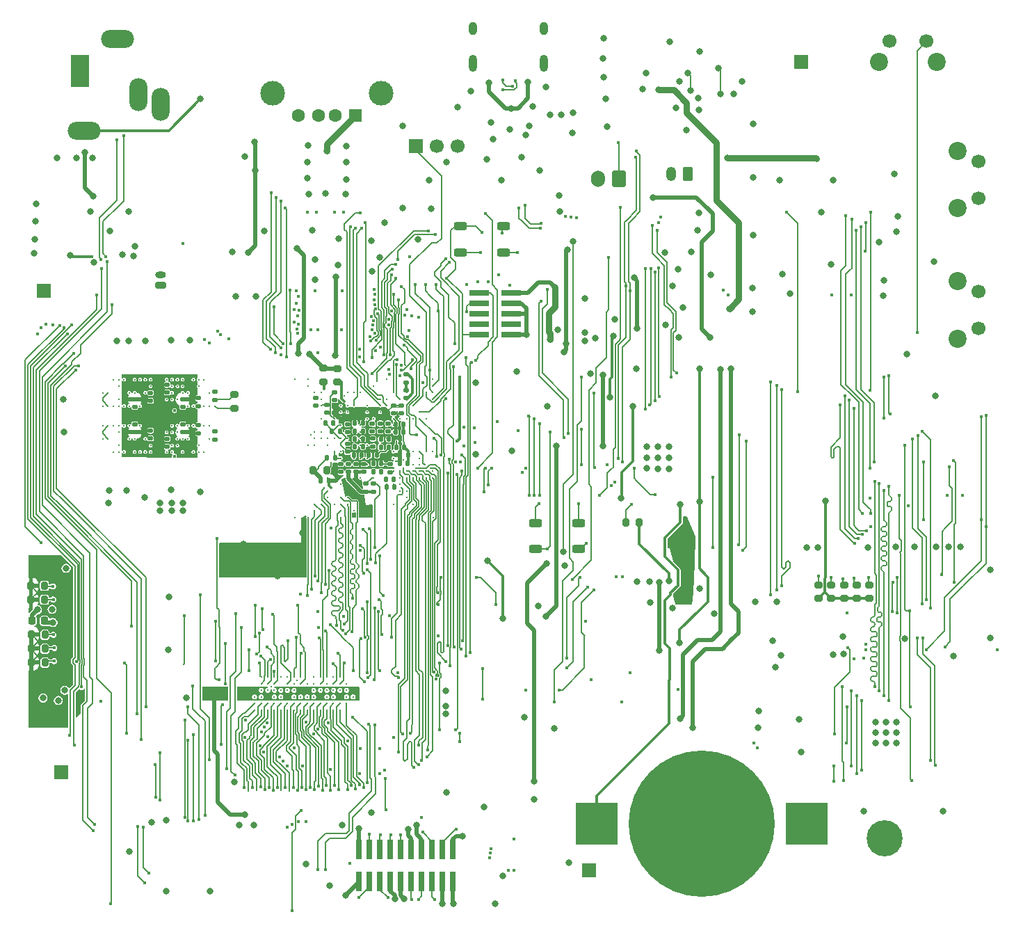
<source format=gbl>
%TF.GenerationSoftware,KiCad,Pcbnew,9.0.5*%
%TF.CreationDate,2025-11-15T17:56:55+00:00*%
%TF.ProjectId,gk,676b2e6b-6963-4616-945f-706362585858,rev?*%
%TF.SameCoordinates,Original*%
%TF.FileFunction,Copper,L6,Bot*%
%TF.FilePolarity,Positive*%
%FSLAX46Y46*%
G04 Gerber Fmt 4.6, Leading zero omitted, Abs format (unit mm)*
G04 Created by KiCad (PCBNEW 9.0.5) date 2025-11-15 17:56:55*
%MOMM*%
%LPD*%
G01*
G04 APERTURE LIST*
G04 Aperture macros list*
%AMRoundRect*
0 Rectangle with rounded corners*
0 $1 Rounding radius*
0 $2 $3 $4 $5 $6 $7 $8 $9 X,Y pos of 4 corners*
0 Add a 4 corners polygon primitive as box body*
4,1,4,$2,$3,$4,$5,$6,$7,$8,$9,$2,$3,0*
0 Add four circle primitives for the rounded corners*
1,1,$1+$1,$2,$3*
1,1,$1+$1,$4,$5*
1,1,$1+$1,$6,$7*
1,1,$1+$1,$8,$9*
0 Add four rect primitives between the rounded corners*
20,1,$1+$1,$2,$3,$4,$5,0*
20,1,$1+$1,$4,$5,$6,$7,0*
20,1,$1+$1,$6,$7,$8,$9,0*
20,1,$1+$1,$8,$9,$2,$3,0*%
G04 Aperture macros list end*
%TA.AperFunction,SMDPad,CuDef*%
%ADD10RoundRect,0.250000X0.525000X0.250000X-0.525000X0.250000X-0.525000X-0.250000X0.525000X-0.250000X0*%
%TD*%
%TA.AperFunction,ComponentPad*%
%ADD11C,2.200000*%
%TD*%
%TA.AperFunction,ComponentPad*%
%ADD12C,1.700000*%
%TD*%
%TA.AperFunction,ComponentPad*%
%ADD13R,1.700000X1.700000*%
%TD*%
%TA.AperFunction,ComponentPad*%
%ADD14R,1.600000X1.500000*%
%TD*%
%TA.AperFunction,ComponentPad*%
%ADD15C,1.600000*%
%TD*%
%TA.AperFunction,ComponentPad*%
%ADD16C,3.000000*%
%TD*%
%TA.AperFunction,ComponentPad*%
%ADD17RoundRect,0.200000X0.450000X-0.200000X0.450000X0.200000X-0.450000X0.200000X-0.450000X-0.200000X0*%
%TD*%
%TA.AperFunction,ComponentPad*%
%ADD18O,1.300000X0.800000*%
%TD*%
%TA.AperFunction,ComponentPad*%
%ADD19O,2.200000X4.000000*%
%TD*%
%TA.AperFunction,ComponentPad*%
%ADD20O,4.000000X2.200000*%
%TD*%
%TA.AperFunction,ComponentPad*%
%ADD21R,2.200000X4.000000*%
%TD*%
%TA.AperFunction,HeatsinkPad*%
%ADD22O,1.000000X2.100000*%
%TD*%
%TA.AperFunction,HeatsinkPad*%
%ADD23O,1.000000X1.600000*%
%TD*%
%TA.AperFunction,ComponentPad*%
%ADD24RoundRect,0.250000X0.600000X0.750000X-0.600000X0.750000X-0.600000X-0.750000X0.600000X-0.750000X0*%
%TD*%
%TA.AperFunction,ComponentPad*%
%ADD25O,1.700000X2.000000*%
%TD*%
%TA.AperFunction,ComponentPad*%
%ADD26C,2.600000*%
%TD*%
%TA.AperFunction,ConnectorPad*%
%ADD27C,4.400000*%
%TD*%
%TA.AperFunction,ComponentPad*%
%ADD28RoundRect,0.250000X0.350000X0.625000X-0.350000X0.625000X-0.350000X-0.625000X0.350000X-0.625000X0*%
%TD*%
%TA.AperFunction,ComponentPad*%
%ADD29O,1.200000X1.750000*%
%TD*%
%TA.AperFunction,SMDPad,CuDef*%
%ADD30RoundRect,0.140000X0.170000X-0.140000X0.170000X0.140000X-0.170000X0.140000X-0.170000X-0.140000X0*%
%TD*%
%TA.AperFunction,SMDPad,CuDef*%
%ADD31RoundRect,0.200000X-0.200000X-0.275000X0.200000X-0.275000X0.200000X0.275000X-0.200000X0.275000X0*%
%TD*%
%TA.AperFunction,SMDPad,CuDef*%
%ADD32RoundRect,0.140000X-0.170000X0.140000X-0.170000X-0.140000X0.170000X-0.140000X0.170000X0.140000X0*%
%TD*%
%TA.AperFunction,SMDPad,CuDef*%
%ADD33R,0.740000X2.400000*%
%TD*%
%TA.AperFunction,SMDPad,CuDef*%
%ADD34RoundRect,0.200000X0.275000X-0.200000X0.275000X0.200000X-0.275000X0.200000X-0.275000X-0.200000X0*%
%TD*%
%TA.AperFunction,SMDPad,CuDef*%
%ADD35RoundRect,0.140000X-0.140000X-0.170000X0.140000X-0.170000X0.140000X0.170000X-0.140000X0.170000X0*%
%TD*%
%TA.AperFunction,SMDPad,CuDef*%
%ADD36RoundRect,0.140000X0.140000X0.170000X-0.140000X0.170000X-0.140000X-0.170000X0.140000X-0.170000X0*%
%TD*%
%TA.AperFunction,SMDPad,CuDef*%
%ADD37RoundRect,0.200000X0.200000X0.275000X-0.200000X0.275000X-0.200000X-0.275000X0.200000X-0.275000X0*%
%TD*%
%TA.AperFunction,SMDPad,CuDef*%
%ADD38RoundRect,0.225000X0.225000X0.250000X-0.225000X0.250000X-0.225000X-0.250000X0.225000X-0.250000X0*%
%TD*%
%TA.AperFunction,SMDPad,CuDef*%
%ADD39RoundRect,0.200000X-0.275000X0.200000X-0.275000X-0.200000X0.275000X-0.200000X0.275000X0.200000X0*%
%TD*%
%TA.AperFunction,SMDPad,CuDef*%
%ADD40R,2.400000X0.740000*%
%TD*%
%TA.AperFunction,SMDPad,CuDef*%
%ADD41R,5.100000X5.100000*%
%TD*%
%TA.AperFunction,SMDPad,CuDef*%
%ADD42C,17.800000*%
%TD*%
%TA.AperFunction,ViaPad*%
%ADD43C,0.450000*%
%TD*%
%TA.AperFunction,ViaPad*%
%ADD44C,0.300000*%
%TD*%
%TA.AperFunction,ViaPad*%
%ADD45C,0.800000*%
%TD*%
%TA.AperFunction,Conductor*%
%ADD46C,0.200000*%
%TD*%
%TA.AperFunction,Conductor*%
%ADD47C,0.203200*%
%TD*%
%TA.AperFunction,Conductor*%
%ADD48C,0.152400*%
%TD*%
%TA.AperFunction,Conductor*%
%ADD49C,0.508000*%
%TD*%
%TA.AperFunction,Conductor*%
%ADD50C,0.304800*%
%TD*%
%TA.AperFunction,Conductor*%
%ADD51C,0.762000*%
%TD*%
%TA.AperFunction,Conductor*%
%ADD52C,0.305000*%
%TD*%
G04 APERTURE END LIST*
D10*
%TO.P,SW2,1,1*%
%TO.N,Net-(R45-Pad2)*%
X109856991Y-92778939D03*
X104606991Y-92778939D03*
%TO.P,SW2,2,2*%
%TO.N,BOOT3*%
X109856991Y-95978939D03*
X104606991Y-95978939D03*
%TD*%
%TO.P,SW1,1,1*%
%TO.N,NRST*%
X100776491Y-56647439D03*
X95526491Y-56647439D03*
%TO.P,SW1,2,2*%
%TO.N,GND*%
X100776491Y-59847439D03*
X95526491Y-59847439D03*
%TD*%
D11*
%TO.P,SW_ONOFF1,*%
%TO.N,*%
X146488491Y-36679439D03*
X153488491Y-36679439D03*
D12*
%TO.P,SW_ONOFF1,1,1*%
%TO.N,GND*%
X147738491Y-34179439D03*
%TO.P,SW_ONOFF1,2,2*%
%TO.N,Net-(U1-PONKEYN)*%
X152238491Y-34179439D03*
%TD*%
D13*
%TO.P,TP4,1,1*%
%TO.N,GND*%
X46906991Y-123144439D03*
%TD*%
%TO.P,TP2,1,1*%
%TO.N,GND*%
X137013491Y-36657439D03*
%TD*%
D14*
%TO.P,J6,1,VBUS*%
%TO.N,Net-(J6-VBUS)*%
X82738491Y-43214439D03*
D15*
%TO.P,J6,2,D-*%
%TO.N,USB_HOST_D_N*%
X80238491Y-43214439D03*
%TO.P,J6,3,D+*%
%TO.N,USB_HOST_D_P*%
X78238491Y-43214439D03*
%TO.P,J6,4,GND*%
%TO.N,GND*%
X75738491Y-43214439D03*
D16*
%TO.P,J6,5,Shield*%
X85808491Y-40504439D03*
X72668491Y-40504439D03*
%TD*%
D13*
%TO.P,TP1,1,1*%
%TO.N,GND*%
X44788491Y-64554439D03*
%TD*%
D11*
%TO.P,SW_VOLDOWN1,*%
%TO.N,*%
X156063491Y-63354439D03*
X156063491Y-70354439D03*
D12*
%TO.P,SW_VOLDOWN1,1,1*%
%TO.N,GND*%
X158563491Y-64604439D03*
%TO.P,SW_VOLDOWN1,2,2*%
%TO.N,Net-(R60-Pad2)*%
X158563491Y-69104439D03*
%TD*%
D17*
%TO.P,J13,1,Pin_1*%
%TO.N,Net-(J13-Pin_1)*%
X58986491Y-63825439D03*
D18*
%TO.P,J13,2,Pin_2*%
%TO.N,Net-(J13-Pin_2)*%
X58986491Y-62575439D03*
%TD*%
D19*
%TO.P,J12,R*%
%TO.N,Net-(C126-Pad2)*%
X58980991Y-41854439D03*
%TO.P,J12,RN*%
%TO.N,SPKRR*%
X56280991Y-40654439D03*
D20*
%TO.P,J12,S*%
%TO.N,GND*%
X53780991Y-33854439D03*
D21*
%TO.P,J12,T*%
%TO.N,Net-(C125-Pad2)*%
X49180991Y-37754439D03*
D20*
%TO.P,J12,TN*%
%TO.N,SPKRL*%
X49680991Y-45054439D03*
%TD*%
D13*
%TO.P,J14,1,Pin_1*%
%TO.N,USART6_TX*%
X90100000Y-46900000D03*
D12*
%TO.P,J14,2,Pin_2*%
%TO.N,GND*%
X92640000Y-46900000D03*
%TO.P,J14,3,Pin_3*%
%TO.N,VDDIO*%
X95180000Y-46900000D03*
%TD*%
D22*
%TO.P,J7,S1,SHIELD*%
%TO.N,GND*%
X105685791Y-36823739D03*
D23*
X105685791Y-32643739D03*
D22*
X97045791Y-36823739D03*
D23*
X97045791Y-32643739D03*
%TD*%
D11*
%TO.P,SW_VOLUP1,*%
%TO.N,*%
X156063491Y-47504439D03*
X156063491Y-54504439D03*
D12*
%TO.P,SW_VOLUP1,1,1*%
%TO.N,GND*%
X158563491Y-48754439D03*
%TO.P,SW_VOLUP1,2,2*%
%TO.N,Net-(R59-Pad2)*%
X158563491Y-53254439D03*
%TD*%
D24*
%TO.P,J1,1,Pin_1*%
%TO.N,Net-(J1-Pin_1)*%
X114768491Y-50898439D03*
D25*
%TO.P,J1,2,Pin_2*%
%TO.N,GND*%
X112268491Y-50898439D03*
%TD*%
D26*
%TO.P,H1,1,1*%
%TO.N,GND*%
X147138491Y-131154439D03*
D27*
X147138491Y-131154439D03*
%TD*%
D28*
%TO.P,J2,1,Pin_1*%
%TO.N,GND*%
X123154491Y-50288439D03*
D29*
%TO.P,J2,2,Pin_2*%
%TO.N,VLITH*%
X121154491Y-50288439D03*
%TD*%
D13*
%TO.P,TP3,1,1*%
%TO.N,GND*%
X111150000Y-135050000D03*
%TD*%
D30*
%TO.P,C80,1*%
%TO.N,VDDDDR*%
X65641491Y-77811439D03*
%TO.P,C80,2*%
%TO.N,GND*%
X65641491Y-76851439D03*
%TD*%
D31*
%TO.P,R27,1*%
%TO.N,VDDSDIO1*%
X43209991Y-100436439D03*
%TO.P,R27,2*%
%TO.N,SDMMC1_D1*%
X44859991Y-100436439D03*
%TD*%
D32*
%TO.P,C35,1*%
%TO.N,VDDIO*%
X86688491Y-80674439D03*
%TO.P,C35,2*%
%TO.N,GND*%
X86688491Y-81634439D03*
%TD*%
%TO.P,C63,1*%
%TO.N,VDDA*%
X88888491Y-76624439D03*
%TO.P,C63,2*%
%TO.N,GND*%
X88888491Y-77584439D03*
%TD*%
D33*
%TO.P,J11,1,Pin_1*%
%TO.N,VDDA*%
X83165491Y-132497439D03*
%TO.P,J11,2,Pin_2*%
%TO.N,+3V3*%
X83165491Y-136397439D03*
%TO.P,J11,3,Pin_3*%
%TO.N,JOY_A_X*%
X84435491Y-132497439D03*
%TO.P,J11,4,Pin_4*%
%TO.N,I2C4_SDA_3V3*%
X84435491Y-136397439D03*
%TO.P,J11,5,Pin_5*%
%TO.N,JOY_A_Y*%
X85705491Y-132497439D03*
%TO.P,J11,6,Pin_6*%
%TO.N,I2C4_SCL_3V3*%
X85705491Y-136397439D03*
%TO.P,J11,7,Pin_7*%
%TO.N,JOY_B_X*%
X86975491Y-132497439D03*
%TO.P,J11,8,Pin_8*%
%TO.N,GND*%
X86975491Y-136397439D03*
%TO.P,J11,9,Pin_9*%
%TO.N,JOY_B_Y*%
X88245491Y-132497439D03*
%TO.P,J11,10,Pin_10*%
%TO.N,+3V3*%
X88245491Y-136397439D03*
%TO.P,J11,11,Pin_11*%
%TO.N,GND*%
X89515491Y-132497439D03*
%TO.P,J11,12,Pin_12*%
%TO.N,BTNLED_R*%
X89515491Y-136397439D03*
%TO.P,J11,13,Pin_13*%
%TO.N,VDDIO*%
X90785491Y-132497439D03*
%TO.P,J11,14,Pin_14*%
%TO.N,BTNLED_G*%
X90785491Y-136397439D03*
%TO.P,J11,15,Pin_15*%
%TO.N,I2C1_SDA*%
X92055491Y-132497439D03*
%TO.P,J11,16,Pin_16*%
%TO.N,BTNLED_B*%
X92055491Y-136397439D03*
%TO.P,J11,17,Pin_17*%
%TO.N,I2C1_SCL*%
X93325491Y-132497439D03*
%TO.P,J11,18,Pin_18*%
%TO.N,GND*%
X93325491Y-136397439D03*
%TO.P,J11,19,Pin_19*%
X94595491Y-132497439D03*
%TO.P,J11,20,Pin_20*%
X94595491Y-136397439D03*
%TD*%
D34*
%TO.P,R16,1*%
%TO.N,VDDSDIO2*%
X140638491Y-101979439D03*
%TO.P,R16,2*%
%TO.N,SDMMC2_D0*%
X140638491Y-100329439D03*
%TD*%
D35*
%TO.P,C56,1*%
%TO.N,VDDA*%
X88158491Y-84554439D03*
%TO.P,C56,2*%
%TO.N,GND*%
X89118491Y-84554439D03*
%TD*%
%TO.P,C66,1*%
%TO.N,VDDIO*%
X85808491Y-83554439D03*
%TO.P,C66,2*%
%TO.N,GND*%
X86768491Y-83554439D03*
%TD*%
D30*
%TO.P,C93,1*%
%TO.N,VDDLPDDRVDD1*%
X61704491Y-81748439D03*
%TO.P,C93,2*%
%TO.N,GND*%
X61704491Y-80788439D03*
%TD*%
D36*
%TO.P,C29,1*%
%TO.N,VDDGPU*%
X83618491Y-82554439D03*
%TO.P,C29,2*%
%TO.N,GND*%
X82658491Y-82554439D03*
%TD*%
D30*
%TO.P,C44,1*%
%TO.N,VDDCPU*%
X80938491Y-86584439D03*
%TO.P,C44,2*%
%TO.N,GND*%
X80938491Y-85624439D03*
%TD*%
D34*
%TO.P,R17,1*%
%TO.N,VDDSDIO2*%
X143738491Y-101979439D03*
%TO.P,R17,2*%
%TO.N,SDMMC2_D2*%
X143738491Y-100329439D03*
%TD*%
D36*
%TO.P,C13,1*%
%TO.N,VDDCORE*%
X85868491Y-86554439D03*
%TO.P,C13,2*%
%TO.N,GND*%
X84908491Y-86554439D03*
%TD*%
D34*
%TO.P,R18,1*%
%TO.N,VDDSDIO2*%
X139088491Y-101979439D03*
%TO.P,R18,2*%
%TO.N,SDMMC2_CMD*%
X139088491Y-100329439D03*
%TD*%
D32*
%TO.P,C57,1*%
%TO.N,VDDSDIO1*%
X83938491Y-88024439D03*
%TO.P,C57,2*%
%TO.N,GND*%
X83938491Y-88984439D03*
%TD*%
D31*
%TO.P,R25,1*%
%TO.N,VDDSDIO1*%
X43259991Y-108086439D03*
%TO.P,R25,2*%
%TO.N,SDMMC1_D3*%
X44909991Y-108086439D03*
%TD*%
D32*
%TO.P,C89,1*%
%TO.N,VDDLPDDRVDD1*%
X61704491Y-77740439D03*
%TO.P,C89,2*%
%TO.N,GND*%
X61704491Y-78700439D03*
%TD*%
D30*
%TO.P,C73,1*%
%TO.N,VDDDDR*%
X63609491Y-78573439D03*
%TO.P,C73,2*%
%TO.N,GND*%
X63609491Y-77613439D03*
%TD*%
D32*
%TO.P,C67,1*%
%TO.N,VDDIO*%
X84738491Y-80674439D03*
%TO.P,C67,2*%
%TO.N,GND*%
X84738491Y-81634439D03*
%TD*%
%TO.P,C48,1*%
%TO.N,VDDDDR*%
X81738491Y-80774439D03*
%TO.P,C48,2*%
%TO.N,GND*%
X81738491Y-81734439D03*
%TD*%
D36*
%TO.P,C68,1*%
%TO.N,VDDIO*%
X86768491Y-82604439D03*
%TO.P,C68,2*%
%TO.N,GND*%
X85808491Y-82604439D03*
%TD*%
D32*
%TO.P,C65,1*%
%TO.N,VDDA*%
X87338491Y-78474439D03*
%TO.P,C65,2*%
%TO.N,GND*%
X87338491Y-79434439D03*
%TD*%
%TO.P,C61,1*%
%TO.N,VDDUSB*%
X80188491Y-76874439D03*
%TO.P,C61,2*%
%TO.N,GND*%
X80188491Y-77834439D03*
%TD*%
D31*
%TO.P,R28,1*%
%TO.N,VDDSDIO1*%
X43209991Y-102136439D03*
%TO.P,R28,2*%
%TO.N,SDMMC1_D0*%
X44859991Y-102136439D03*
%TD*%
D32*
%TO.P,C71,1*%
%TO.N,VDDDDR*%
X59799491Y-82566439D03*
%TO.P,C71,2*%
%TO.N,GND*%
X59799491Y-83526439D03*
%TD*%
D31*
%TO.P,R26,1*%
%TO.N,VDDSDIO1*%
X43259991Y-109786439D03*
%TO.P,R26,2*%
%TO.N,SDMMC1_D2*%
X44909991Y-109786439D03*
%TD*%
D35*
%TO.P,C43,1*%
%TO.N,VDDCPU*%
X82508491Y-84554439D03*
%TO.P,C43,2*%
%TO.N,GND*%
X83468491Y-84554439D03*
%TD*%
D34*
%TO.P,R21,1*%
%TO.N,VDDSDIO2*%
X145288491Y-101979439D03*
%TO.P,R21,2*%
%TO.N,SDMMC2_D3*%
X145288491Y-100329439D03*
%TD*%
D30*
%TO.P,C16,1*%
%TO.N,VDDCORE*%
X86938491Y-86603939D03*
%TO.P,C16,2*%
%TO.N,GND*%
X86938491Y-85643939D03*
%TD*%
%TO.P,C41,1*%
%TO.N,VDDCPU*%
X83738491Y-86584439D03*
%TO.P,C41,2*%
%TO.N,GND*%
X83738491Y-85624439D03*
%TD*%
D35*
%TO.P,C26,1*%
%TO.N,VDDGPU*%
X82658491Y-81604439D03*
%TO.P,C26,2*%
%TO.N,GND*%
X83618491Y-81604439D03*
%TD*%
D36*
%TO.P,C32,1*%
%TO.N,VDDDDR*%
X80818491Y-81654439D03*
%TO.P,C32,2*%
%TO.N,GND*%
X79858491Y-81654439D03*
%TD*%
D35*
%TO.P,C27,1*%
%TO.N,VDDGPU*%
X82658491Y-83504439D03*
%TO.P,C27,2*%
%TO.N,GND*%
X83618491Y-83504439D03*
%TD*%
%TO.P,C51,1*%
%TO.N,VDDA*%
X88108491Y-85554439D03*
%TO.P,C51,2*%
%TO.N,GND*%
X89068491Y-85554439D03*
%TD*%
D37*
%TO.P,R38,1*%
%TO.N,Net-(U5E-DDR_ZQ)*%
X79227991Y-86377939D03*
%TO.P,R38,2*%
%TO.N,GND*%
X77577991Y-86377939D03*
%TD*%
D35*
%TO.P,C17,1*%
%TO.N,VDDCORE*%
X84358491Y-84554439D03*
%TO.P,C17,2*%
%TO.N,GND*%
X85318491Y-84554439D03*
%TD*%
D38*
%TO.P,C99,1*%
%TO.N,VDDSDCARD*%
X44859991Y-104686439D03*
%TO.P,C99,2*%
%TO.N,GND*%
X43309991Y-104686439D03*
%TD*%
D36*
%TO.P,C31,1*%
%TO.N,VDDGPU*%
X83618491Y-80654439D03*
%TO.P,C31,2*%
%TO.N,GND*%
X82658491Y-80654439D03*
%TD*%
D39*
%TO.P,R13,1*%
%TO.N,GND*%
X80488491Y-73979439D03*
%TO.P,R13,2*%
%TO.N,Net-(U5F-USBH_HS_TXRTUNE)*%
X80488491Y-75629439D03*
%TD*%
D40*
%TO.P,J10,1,VTref*%
%TO.N,VDDIO*%
X101690000Y-64770000D03*
%TO.P,J10,2,SWDIO/TMS*%
%TO.N,SWDIO*%
X97790000Y-64770000D03*
%TO.P,J10,3,GND*%
%TO.N,GND*%
X101690000Y-66040000D03*
%TO.P,J10,4,SWCLK/TCK*%
%TO.N,SWCLK*%
X97790000Y-66040000D03*
%TO.P,J10,5,GND*%
%TO.N,GND*%
X101690000Y-67310000D03*
%TO.P,J10,6,SWO/TDO*%
%TO.N,unconnected-(J10-SWO{slash}TDO-Pad6)*%
X97790000Y-67310000D03*
%TO.P,J10,7,KEY*%
%TO.N,unconnected-(J10-KEY-Pad7)*%
X101690000Y-68580000D03*
%TO.P,J10,8,NC/TDI*%
%TO.N,unconnected-(J10-NC{slash}TDI-Pad8)*%
X97790000Y-68580000D03*
%TO.P,J10,9,GNDDetect*%
%TO.N,GND*%
X101690000Y-69850000D03*
%TO.P,J10,10,~{RESET}*%
%TO.N,NRST*%
X97790000Y-69850000D03*
%TD*%
D35*
%TO.P,C12,1*%
%TO.N,VCR2032*%
X87608491Y-81754439D03*
%TO.P,C12,2*%
%TO.N,GND*%
X88568491Y-81754439D03*
%TD*%
D36*
%TO.P,C34,1*%
%TO.N,VDDDDR*%
X80018491Y-80654439D03*
%TO.P,C34,2*%
%TO.N,GND*%
X79058491Y-80654439D03*
%TD*%
%TO.P,C33,1*%
%TO.N,VDDDDR*%
X80218491Y-84854439D03*
%TO.P,C33,2*%
%TO.N,GND*%
X79258491Y-84854439D03*
%TD*%
D32*
%TO.P,C58,1*%
%TO.N,VDDSDIO2*%
X84938491Y-88024439D03*
%TO.P,C58,2*%
%TO.N,GND*%
X84938491Y-88984439D03*
%TD*%
%TO.P,C70,1*%
%TO.N,VDDDDR*%
X63609491Y-80915439D03*
%TO.P,C70,2*%
%TO.N,GND*%
X63609491Y-81875439D03*
%TD*%
D31*
%TO.P,R29,1*%
%TO.N,VDDSDIO1*%
X43259991Y-106386439D03*
%TO.P,R29,2*%
%TO.N,SDMMC1_CMD*%
X44909991Y-106386439D03*
%TD*%
D35*
%TO.P,C14,1*%
%TO.N,VDDCORE*%
X84908491Y-85554439D03*
%TO.P,C14,2*%
%TO.N,GND*%
X85868491Y-85554439D03*
%TD*%
D41*
%TO.P,BT1,1,+*%
%TO.N,VCR2032*%
X137684991Y-129408695D03*
X112084991Y-129408695D03*
D42*
%TO.P,BT1,2,-*%
%TO.N,GND*%
X124884991Y-129408695D03*
%TD*%
D30*
%TO.P,C54,1*%
%TO.N,VDDA*%
X79238491Y-79384439D03*
%TO.P,C54,2*%
%TO.N,GND*%
X79238491Y-78424439D03*
%TD*%
D32*
%TO.P,C77,1*%
%TO.N,VDDDDR*%
X57767491Y-76978439D03*
%TO.P,C77,2*%
%TO.N,GND*%
X57767491Y-77938439D03*
%TD*%
D30*
%TO.P,C72,1*%
%TO.N,VDDDDR*%
X59799491Y-76922439D03*
%TO.P,C72,2*%
%TO.N,GND*%
X59799491Y-75962439D03*
%TD*%
D32*
%TO.P,C30,1*%
%TO.N,VDDGPU*%
X84838491Y-82524439D03*
%TO.P,C30,2*%
%TO.N,GND*%
X84838491Y-83484439D03*
%TD*%
D39*
%TO.P,R41,1*%
%TO.N,GND*%
X78835291Y-73976240D03*
%TO.P,R41,2*%
%TO.N,Net-(U5E-USB3DR_TXRTUNE)*%
X78835291Y-75626240D03*
%TD*%
D30*
%TO.P,C46,1*%
%TO.N,VDDCPU*%
X82788491Y-86584439D03*
%TO.P,C46,2*%
%TO.N,GND*%
X82788491Y-85624439D03*
%TD*%
D32*
%TO.P,C64,1*%
%TO.N,VDDA*%
X88338491Y-78474439D03*
%TO.P,C64,2*%
%TO.N,GND*%
X88338491Y-79434439D03*
%TD*%
%TO.P,C79,1*%
%TO.N,VDDDDR*%
X65613491Y-81674439D03*
%TO.P,C79,2*%
%TO.N,GND*%
X65613491Y-82634439D03*
%TD*%
D30*
%TO.P,C23,1*%
%TO.N,VDDCORE*%
X77888491Y-78534439D03*
%TO.P,C23,2*%
%TO.N,GND*%
X77888491Y-77574439D03*
%TD*%
%TO.P,C62,1*%
%TO.N,VDDA*%
X88888491Y-75684439D03*
%TO.P,C62,2*%
%TO.N,GND*%
X88888491Y-74724439D03*
%TD*%
D34*
%TO.P,R15,1*%
%TO.N,Net-(U6B-ZQ0)*%
X67988491Y-78829439D03*
%TO.P,R15,2*%
%TO.N,VDDDDR*%
X67988491Y-77179439D03*
%TD*%
D30*
%TO.P,C88,1*%
%TO.N,VDDLPDDRVDD1*%
X55862491Y-81748439D03*
%TO.P,C88,2*%
%TO.N,GND*%
X55862491Y-80788439D03*
%TD*%
%TO.P,C47,1*%
%TO.N,VDDDDR*%
X81738491Y-84134439D03*
%TO.P,C47,2*%
%TO.N,GND*%
X81738491Y-83174439D03*
%TD*%
D32*
%TO.P,C39,1*%
%TO.N,VDDCPU*%
X81838491Y-85624439D03*
%TO.P,C39,2*%
%TO.N,GND*%
X81838491Y-86584439D03*
%TD*%
D35*
%TO.P,C59,1*%
%TO.N,VDDFLASH*%
X86508491Y-88454439D03*
%TO.P,C59,2*%
%TO.N,GND*%
X87468491Y-88454439D03*
%TD*%
D30*
%TO.P,C69,1*%
%TO.N,VDDIO*%
X85738491Y-81634439D03*
%TO.P,C69,2*%
%TO.N,GND*%
X85738491Y-80674439D03*
%TD*%
%TO.P,C78,1*%
%TO.N,VDDDDR*%
X57767491Y-82510439D03*
%TO.P,C78,2*%
%TO.N,GND*%
X57767491Y-81550439D03*
%TD*%
D35*
%TO.P,C49,1*%
%TO.N,VDDA18AON*%
X87608491Y-80754439D03*
%TO.P,C49,2*%
%TO.N,GND*%
X88568491Y-80754439D03*
%TD*%
D37*
%TO.P,R45,1*%
%TO.N,VDDIO*%
X117275000Y-92700000D03*
%TO.P,R45,2*%
%TO.N,Net-(R45-Pad2)*%
X115625000Y-92700000D03*
%TD*%
D32*
%TO.P,C87,1*%
%TO.N,VDDLPDDRVDD1*%
X55862491Y-77740439D03*
%TO.P,C87,2*%
%TO.N,GND*%
X55862491Y-78700439D03*
%TD*%
D35*
%TO.P,C11,1*%
%TO.N,Net-(U5F-V08CAP)*%
X87708491Y-83554439D03*
%TO.P,C11,2*%
%TO.N,GND*%
X88668491Y-83554439D03*
%TD*%
D36*
%TO.P,C55,1*%
%TO.N,VDDA*%
X79468491Y-87654439D03*
%TO.P,C55,2*%
%TO.N,GND*%
X78508491Y-87654439D03*
%TD*%
D34*
%TO.P,R20,1*%
%TO.N,VDDSDIO2*%
X142188491Y-101979439D03*
%TO.P,R20,2*%
%TO.N,SDMMC2_D1*%
X142188491Y-100329439D03*
%TD*%
D35*
%TO.P,C60,1*%
%TO.N,VDDIO*%
X86408491Y-87504439D03*
%TO.P,C60,2*%
%TO.N,GND*%
X87368491Y-87504439D03*
%TD*%
D43*
%TO.N,NRST*%
X100600000Y-57550000D03*
X98100000Y-57400000D03*
%TO.N,GND*%
X102400000Y-59900000D03*
D44*
%TO.N,VDDIO*%
X91338490Y-80104439D03*
D43*
%TO.N,GND*%
X97950000Y-59900000D03*
%TO.N,BOOT3*%
X106071061Y-95978939D03*
X110850000Y-95250000D03*
%TO.N,Net-(R45-Pad2)*%
X105050000Y-90450000D03*
X109850000Y-90450000D03*
X116350000Y-90500000D03*
%TO.N,I2C2_SDA*%
X52350000Y-60350000D03*
%TO.N,I2C2_SCL*%
X51750000Y-60700000D03*
X53700000Y-46200000D03*
%TO.N,I2C2_SDA*%
X54500000Y-45700000D03*
%TO.N,Net-(J1-Pin_1)*%
X114688491Y-46504439D03*
%TO.N,I2C2_SDA*%
X116950000Y-47550000D03*
%TO.N,I2C2_SCL*%
X116850000Y-48250000D03*
%TO.N,I2C1_SCL*%
X51788491Y-61800000D03*
D44*
%TO.N,VDDCPU*%
X82538491Y-86504439D03*
X81738491Y-85704439D03*
D43*
X82538491Y-91854439D03*
X82138491Y-89304439D03*
D45*
X123238491Y-95904439D03*
D44*
X82538491Y-84904439D03*
D45*
X123360991Y-99581939D03*
D44*
X83038491Y-87704439D03*
D45*
X121938491Y-95904439D03*
D44*
X80938491Y-86504439D03*
D45*
%TO.N,VDDCORE*%
X75738491Y-72154439D03*
D44*
X84938491Y-85704439D03*
X85738491Y-86504439D03*
X77738492Y-78504440D03*
X84138491Y-84904439D03*
X87338491Y-86504439D03*
D45*
X108538491Y-59554439D03*
X108338491Y-71004439D03*
X108088491Y-71954439D03*
X75588491Y-59354439D03*
X90338491Y-58254439D03*
D44*
%TO.N,VDDDDR*%
X53888491Y-84154439D03*
X55188491Y-76954439D03*
X61688491Y-76154439D03*
X57788491Y-75354439D03*
X65588491Y-77754439D03*
X53888491Y-75354439D03*
D43*
X60688491Y-79104439D03*
D44*
X62338491Y-78554439D03*
X53888491Y-78554439D03*
X80938491Y-84904439D03*
X64938491Y-82554439D03*
X64938491Y-78554439D03*
X80138491Y-80904439D03*
X80938491Y-81704439D03*
X59738491Y-75354439D03*
X55188491Y-80954439D03*
X52588491Y-76954439D03*
X62338491Y-82554439D03*
X62338491Y-76954439D03*
X57788491Y-82554439D03*
X55188491Y-78554439D03*
X57788491Y-84154439D03*
X63638491Y-75354439D03*
D43*
X60688491Y-84654439D03*
D44*
X52588491Y-82554439D03*
X56488491Y-75354439D03*
X81738491Y-84104439D03*
X62338491Y-80954439D03*
X80138491Y-84104439D03*
X56488491Y-78554439D03*
X57788491Y-76954439D03*
X63638491Y-84154439D03*
X52588491Y-78554439D03*
X64938491Y-76954439D03*
X80938491Y-83304439D03*
X55188491Y-82554439D03*
X59738491Y-76954439D03*
X65588491Y-81754439D03*
X63638491Y-78554439D03*
X61038491Y-75354439D03*
X59738491Y-84154439D03*
X63638491Y-80954439D03*
X51938491Y-77754439D03*
X51938491Y-81754439D03*
X81738491Y-80904439D03*
D45*
X124630991Y-100754439D03*
D44*
X81738491Y-82504439D03*
X56488491Y-80954439D03*
X53888491Y-80954439D03*
X56488491Y-84154439D03*
X64938491Y-80954439D03*
X59738491Y-82554439D03*
X52588491Y-80954439D03*
X61038491Y-80954439D03*
D43*
%TO.N,VDDIO*%
X160838491Y-108204439D03*
D45*
X106438491Y-70504439D03*
D44*
X80838489Y-113154439D03*
X74438489Y-113154439D03*
D43*
X101988491Y-131254439D03*
D44*
X84938491Y-80904439D03*
X70438489Y-113954437D03*
D45*
X142138491Y-108704439D03*
X146988491Y-65104439D03*
X149888491Y-72254439D03*
X107588491Y-54904439D03*
X147038491Y-63304439D03*
X135600491Y-64854439D03*
D44*
X78438491Y-113154439D03*
X76038491Y-113954437D03*
D45*
X47988491Y-60254439D03*
D43*
X110750000Y-104750000D03*
D45*
X111938491Y-70254439D03*
X107038491Y-64154439D03*
X111288491Y-74654439D03*
X90188491Y-129554439D03*
D44*
X85738491Y-81704439D03*
D45*
X124638491Y-35454439D03*
D44*
X86538491Y-87304439D03*
X82438491Y-113954437D03*
D45*
X120888491Y-99854439D03*
D43*
X145388491Y-89754439D03*
X89188491Y-69354439D03*
D44*
X86538491Y-82504439D03*
X86538491Y-80904439D03*
D45*
X93688491Y-116054439D03*
D43*
X50638491Y-60354439D03*
D45*
X128788491Y-40604439D03*
D44*
X76838489Y-113954437D03*
X72038491Y-113154439D03*
X85738491Y-83304439D03*
D45*
X148538491Y-57354439D03*
X100638491Y-135754439D03*
D44*
%TO.N,VDDA*%
X79738491Y-88504439D03*
X87338491Y-78504440D03*
X87638491Y-85304439D03*
X86938491Y-84504439D03*
D45*
X105988491Y-97704439D03*
X104438491Y-124204439D03*
D44*
X79338491Y-87304439D03*
D45*
X117010991Y-99954439D03*
D44*
X80538491Y-87704439D03*
X88938490Y-76904440D03*
X79338491Y-79304439D03*
D45*
X83138491Y-129954439D03*
%TO.N,VDDSDIO2*%
X98788491Y-97404439D03*
X122188491Y-107354439D03*
X100638491Y-104454439D03*
X139938491Y-90104439D03*
D44*
X84938491Y-88104438D03*
D45*
X124638491Y-74054439D03*
D43*
X85038491Y-95804439D03*
D45*
X124588491Y-90154439D03*
%TO.N,VDDSDIO1*%
X73188491Y-99254439D03*
D43*
X44038491Y-108954439D03*
D45*
X69088491Y-95354439D03*
X76238491Y-94004439D03*
D44*
X84938491Y-87304439D03*
D43*
X44038491Y-101254439D03*
X44138491Y-107204439D03*
D45*
X123738491Y-117704439D03*
X106938491Y-117754439D03*
X128388491Y-74054439D03*
X49338491Y-113804439D03*
%TO.N,VDC*%
X138833491Y-48454439D03*
X131088491Y-64204439D03*
X65038491Y-137622439D03*
X120438491Y-68654439D03*
X126005991Y-62554439D03*
X127988491Y-48404439D03*
X122563491Y-66529439D03*
X131088491Y-67104439D03*
%TO.N,VDDUSB*%
X117038491Y-69104439D03*
X116638491Y-62954439D03*
D44*
X80138491Y-80104439D03*
D45*
X80288491Y-72404439D03*
D44*
X80138491Y-76904440D03*
D45*
X80338491Y-62854439D03*
D44*
%TO.N,VDDLPDDRVDD1*%
X62338491Y-84154439D03*
X55188491Y-84154439D03*
X61688491Y-81754439D03*
D45*
X60338491Y-91304439D03*
X58938491Y-90354439D03*
D44*
X61688491Y-77754439D03*
D45*
X119738491Y-100004439D03*
D44*
X62338491Y-75354439D03*
X55188491Y-75354439D03*
X55838491Y-77754439D03*
X55838491Y-81754439D03*
D45*
X58938491Y-91304439D03*
X61738491Y-91304439D03*
X60338491Y-90354439D03*
X61738491Y-90354439D03*
X119688491Y-108304439D03*
D44*
%TO.N,+3V3*%
X74438489Y-113954437D03*
D45*
X98388491Y-127335439D03*
X57888491Y-129254439D03*
X136688491Y-116704439D03*
X69038491Y-114004439D03*
X133838491Y-110304439D03*
X64538491Y-113254439D03*
X69238491Y-128254439D03*
D44*
X80838489Y-113954437D03*
X78438491Y-113954437D03*
D45*
X88638491Y-138504439D03*
X66088491Y-113754439D03*
D44*
X72038491Y-113954437D03*
D45*
X81488491Y-138154439D03*
X69038491Y-113104439D03*
X133488491Y-107154439D03*
X149588491Y-106854439D03*
%TO.N,VDDAUDIO*%
X70538491Y-49854439D03*
X50791491Y-53007439D03*
X69688491Y-59904439D03*
X125888491Y-70204439D03*
X105138491Y-49854439D03*
X70438491Y-46404439D03*
X118938491Y-53204439D03*
X49788491Y-47704439D03*
D44*
%TO.N,VDDA18AON*%
X87338491Y-80904439D03*
D45*
X114138491Y-70054439D03*
X113738491Y-77504439D03*
D43*
X90950000Y-75700000D03*
D44*
X87338491Y-80104439D03*
D45*
%TO.N,VDDFLASH*%
X105888491Y-104154439D03*
D43*
X97438491Y-99404439D03*
X99838491Y-102697439D03*
D45*
X112838491Y-74804439D03*
X112888491Y-83404439D03*
D43*
X85188491Y-97654439D03*
D45*
X107188491Y-83404439D03*
D44*
X86538491Y-88104438D03*
D45*
%TO.N,VDDSDCARD*%
X45888491Y-104904439D03*
X127138491Y-74104439D03*
X44688491Y-114104439D03*
X122288491Y-116604439D03*
X103288491Y-116404439D03*
%TO.N,VCR2032*%
X137684991Y-129408695D03*
X116488491Y-78554439D03*
D43*
X95100000Y-82850000D03*
D45*
X112084991Y-129408695D03*
X115038491Y-89804439D03*
X106038491Y-78554439D03*
D44*
X87338491Y-81704439D03*
D45*
X122288491Y-90504439D03*
D43*
X95388491Y-75004439D03*
D44*
%TO.N,VDDGPU*%
X84938491Y-82504439D03*
X84138491Y-83304439D03*
X82538491Y-81704439D03*
D45*
X110660991Y-69654439D03*
D44*
X83338491Y-80904439D03*
X83338491Y-82504439D03*
X82538491Y-83304439D03*
D45*
X110660991Y-70654439D03*
D44*
%TO.N,DDR_CA0_A*%
X61038491Y-76154439D03*
X80138491Y-82504439D03*
%TO.N,DDR_CA3_A*%
X61038491Y-82554439D03*
X78538492Y-81704439D03*
%TO.N,DDR_CA5_A*%
X60388491Y-83354439D03*
X79338491Y-82504439D03*
%TO.N,DDR_CA4_A*%
X61038491Y-83354439D03*
X78538492Y-82504439D03*
%TO.N,DDR_CA1_A*%
X60388491Y-76154439D03*
X79338491Y-83304439D03*
%TO.N,DDR_CA2_A*%
X61038491Y-81754439D03*
X77738492Y-81704439D03*
%TO.N,DDR_CKE0_A*%
X77288491Y-82104439D03*
X60388491Y-77754439D03*
D43*
%TO.N,SDMMC1_D3*%
X46038491Y-108004439D03*
%TO.N,SDMMC1_D2*%
X46038491Y-109604439D03*
%TO.N,SDMMC1_D1*%
X45888491Y-100504439D03*
%TO.N,SDMMC1_CMD*%
X79738491Y-93404439D03*
D44*
X80138491Y-90504438D03*
D43*
X45938491Y-106404439D03*
%TO.N,SDMMC1_D0*%
X45938491Y-102104439D03*
%TO.N,/MPU_FlashSDWifi/OCTOSPIM_P1_IO1*%
X80438491Y-105304439D03*
D44*
X80938491Y-91304438D03*
D43*
%TO.N,/MPU_FlashSDWifi/OCTOSPIM_P1_NCS1*%
X93088491Y-99404439D03*
X81388491Y-105054439D03*
X92752491Y-102697439D03*
D44*
X80938491Y-90504438D03*
D43*
%TO.N,/MPU_FlashSDWifi/OCTOSPIM_P1_CLK*%
X82327508Y-106044539D03*
D44*
X81738491Y-89704438D03*
%TO.N,/MPU_FlashSDWifi/OCTOSPIM_P1_IO2*%
X80938491Y-92104438D03*
D43*
X81148389Y-105894539D03*
D44*
%TO.N,/MPU_FlashSDWifi/OCTOSPIM_P1_IO0*%
X81738491Y-90504438D03*
D43*
X81560706Y-106241541D03*
%TO.N,/MPU_FlashSDWifi/OCTOSPIM_P1_IO3*%
X82338491Y-101954439D03*
D44*
X80938491Y-89704438D03*
%TO.N,DDR_CK_A_N*%
X60388491Y-81754439D03*
X77738492Y-83304439D03*
%TO.N,DDR_CS0_A*%
X78538492Y-80104439D03*
X61038491Y-77754439D03*
%TO.N,DDR_CK_A_P*%
X60388491Y-80954439D03*
X77738492Y-82504439D03*
D43*
%TO.N,JOY_A_X*%
X62338491Y-129054439D03*
X56638491Y-119154439D03*
X49038491Y-73654439D03*
X45038491Y-68604439D03*
X74438491Y-129854439D03*
X88138491Y-74854439D03*
X75231052Y-68360192D03*
X88737648Y-67503596D03*
X84688491Y-67654439D03*
X84439334Y-130705282D03*
X62338491Y-119204439D03*
X65965149Y-69423317D03*
%TO.N,SAI3_SD_A*%
X134588491Y-76554439D03*
X134588491Y-100411439D03*
D44*
%TO.N,TRACED2*%
X87338491Y-84104439D03*
D43*
X100188491Y-62554439D03*
%TO.N,USART2_RX*%
X118038491Y-78904439D03*
D44*
X84938491Y-80104439D03*
D43*
X144938491Y-93754439D03*
X143388491Y-78854439D03*
X87588491Y-63054439D03*
X118038491Y-61854439D03*
D44*
X85338491Y-75554439D03*
D43*
X144838491Y-107554439D03*
%TO.N,SDMMC2_D3*%
X77788491Y-99254439D03*
D44*
X77738492Y-90504438D03*
D43*
X145188491Y-99454439D03*
%TO.N,I2C1_SDA*%
X97588491Y-86104439D03*
X90888491Y-130404439D03*
X52488491Y-60954439D03*
X98538491Y-55154439D03*
X50938491Y-129454439D03*
%TO.N,TRACED3*%
X101488491Y-63847460D03*
D44*
X92138490Y-84104439D03*
D43*
%TO.N,SPI3_MOSI*%
X145938491Y-87754439D03*
X145938491Y-112704439D03*
X141938491Y-112704439D03*
X142138491Y-124154439D03*
%TO.N,I2C1_SCL*%
X83688491Y-73204439D03*
X50788491Y-130254439D03*
X83888491Y-56254439D03*
X90788491Y-128654439D03*
X94988491Y-130054439D03*
%TO.N,USART1_RX*%
X86088491Y-101654439D03*
X83338491Y-96154439D03*
X85638491Y-96754439D03*
D44*
X79338491Y-89704438D03*
D43*
%TO.N,SAI3_SCK_A*%
X133288491Y-75654439D03*
X133288491Y-101554439D03*
D44*
X84138491Y-79304439D03*
D43*
X85738491Y-71404439D03*
%TO.N,SPI3_MISO*%
X143738491Y-113804439D03*
X147088491Y-113804439D03*
X147088491Y-88804439D03*
X143738491Y-123304439D03*
D44*
%TO.N,TRACESWO*%
X92138490Y-77704440D03*
D43*
X92538491Y-63754439D03*
%TO.N,TRACED1*%
X98913491Y-63454439D03*
D44*
X92138490Y-86504439D03*
%TO.N,SDMMC2_D0*%
X77738492Y-91304438D03*
D43*
X140638491Y-99404439D03*
X77338491Y-100854439D03*
%TO.N,I2C2_SDA*%
X116188491Y-64504439D03*
X115238491Y-85404439D03*
X98888491Y-88154439D03*
X99288491Y-86104439D03*
X128088491Y-65054439D03*
%TO.N,USART1_CTS*%
X151688491Y-102654439D03*
X105138491Y-89454439D03*
X150538491Y-82604439D03*
X105138491Y-80704439D03*
D44*
%TO.N,SWDIO*%
X92138490Y-76904440D03*
D43*
X89988491Y-63754439D03*
X97354843Y-72990100D03*
X91738491Y-74200000D03*
%TO.N,TRACED0*%
X97588491Y-63454439D03*
D44*
X89738490Y-84104439D03*
D43*
%TO.N,USART1_TX*%
X152238491Y-102104439D03*
X104488491Y-89454439D03*
X151188491Y-82154439D03*
X104488491Y-80154439D03*
%TO.N,SAI3_FS_A*%
X134038491Y-100919439D03*
X85184463Y-71815531D03*
D44*
X84138491Y-80104439D03*
D43*
X134038491Y-76054439D03*
%TO.N,SAI2_SCK_A*%
X90138491Y-82104439D03*
X75510500Y-66030745D03*
X87988491Y-65654439D03*
X84988491Y-65654439D03*
%TO.N,SDMMC2_D2*%
X78138491Y-99804439D03*
X143438491Y-99504439D03*
D44*
X78538492Y-90504438D03*
D43*
%TO.N,SPI3_NSS*%
X140988491Y-122354439D03*
X146488491Y-113204439D03*
X143088491Y-113204439D03*
X143088491Y-122404439D03*
X140938491Y-124204439D03*
X146488491Y-88004439D03*
%TO.N,SDMMC2_CK*%
X76838491Y-101654439D03*
D44*
X76938492Y-92104438D03*
D43*
%TO.N,SWCLK*%
X96276098Y-67050000D03*
D44*
X92138490Y-76104440D03*
D43*
X91238491Y-63754439D03*
X92750000Y-67000000D03*
D44*
%TO.N,SAI2_SD_A*%
X91338490Y-84104439D03*
D43*
X88338491Y-64054439D03*
X84988491Y-64404439D03*
X75538491Y-64504439D03*
D44*
%TO.N,TRACECLK*%
X90538490Y-84904439D03*
D43*
X96288491Y-63754439D03*
%TO.N,I2C2_SCL*%
X98388491Y-89004439D03*
X140738491Y-65004439D03*
X115638491Y-63954439D03*
X143088491Y-65054439D03*
X127538491Y-64454439D03*
X98538491Y-86104439D03*
X114688491Y-84954439D03*
D44*
%TO.N,USART2_TX*%
X84138491Y-78504440D03*
D43*
X119188491Y-62254439D03*
X84738491Y-74604439D03*
X144888491Y-108204439D03*
X144438491Y-94204439D03*
X119238491Y-77904439D03*
X142838491Y-77854439D03*
X87238491Y-61904439D03*
%TO.N,SAI2_FS_A*%
X75738491Y-65254439D03*
D44*
X88792486Y-73557456D03*
D43*
X87388491Y-64954439D03*
X85038491Y-64954439D03*
%TO.N,USART2_CTS*%
X142338491Y-77354439D03*
X144588491Y-109254439D03*
X87588491Y-61354439D03*
X143938491Y-94704439D03*
X86157936Y-72336680D03*
X119638491Y-61754439D03*
X119688491Y-77404439D03*
%TO.N,SDMMC2_CMD*%
X139088491Y-99254439D03*
X78588491Y-101254439D03*
D44*
X78938491Y-88504439D03*
D43*
%TO.N,SPI3_SCK*%
X147638491Y-114404439D03*
X144388491Y-114404439D03*
X144388491Y-122854439D03*
X147638491Y-88304439D03*
%TO.N,SDMMC2_D1*%
X142038491Y-99554439D03*
X79038491Y-100254439D03*
D44*
X79338491Y-88904438D03*
D43*
%TO.N,USART2_RTS*%
X143388491Y-109304439D03*
X141738491Y-78454439D03*
X143538491Y-95254439D03*
X118538491Y-78454439D03*
X118688491Y-61804439D03*
X86948532Y-72299777D03*
X87088491Y-62604439D03*
%TO.N,USART1_RTS*%
X103838491Y-89454439D03*
X151688491Y-81654439D03*
X103788491Y-79804439D03*
X152688491Y-103104439D03*
%TO.N,JLINK_SUPPLY*%
X110188491Y-75054439D03*
X106938491Y-114604439D03*
%TO.N,NRST*%
X93838491Y-63004439D03*
D44*
X90538490Y-79304439D03*
D45*
%TO.N,USB_VBUS*%
X101638491Y-42354439D03*
X109188491Y-42854439D03*
X98988491Y-39254439D03*
X106438491Y-43154439D03*
X103738491Y-39154439D03*
X107738491Y-43104439D03*
X128238491Y-66704439D03*
X119588491Y-40104439D03*
X118138491Y-38004439D03*
X117638491Y-40004439D03*
D43*
%TO.N,Net-(J5-GNDDetect)*%
X94788491Y-71004439D03*
X93688491Y-60654439D03*
D45*
%TO.N,Net-(J6-VBUS)*%
X79238491Y-47554439D03*
D43*
%TO.N,USB_D_P*%
X101827616Y-39665314D03*
X100638491Y-38904439D03*
%TO.N,USB_D_N*%
X100639366Y-40105314D03*
X102188491Y-39004439D03*
D45*
%TO.N,Net-(U2-~{PGOOD})*%
X126938491Y-37404439D03*
X127138491Y-40554439D03*
%TO.N,VBAT_STAT*%
X123538491Y-40154439D03*
X123138491Y-38004439D03*
D43*
%TO.N,M2_BT_WAKE*%
X142588491Y-103704439D03*
X145438491Y-93254439D03*
D44*
X81738491Y-79304439D03*
D43*
X73688491Y-71504439D03*
X143138491Y-55854439D03*
X73638491Y-53654439D03*
X145438491Y-91604439D03*
%TO.N,M2_WIFI_WAKE*%
X142388491Y-55354439D03*
X144438491Y-91604439D03*
D44*
X81738491Y-78504440D03*
D43*
X73088491Y-53154439D03*
X72938491Y-72104439D03*
%TO.N,PWRCTRL3*%
X126188491Y-87204439D03*
D44*
X90538490Y-80104439D03*
D43*
X102988491Y-86604439D03*
X126238491Y-95754439D03*
X93142501Y-84503236D03*
X95488491Y-85404439D03*
%TO.N,PWRCTRL2*%
X108638491Y-81904439D03*
D44*
X88138490Y-80104439D03*
D43*
X106088491Y-64354439D03*
X129388491Y-95454439D03*
X129438491Y-82104439D03*
X88988491Y-66854439D03*
%TO.N,BOOST_EN*%
X135229491Y-54945439D03*
X136588491Y-76804439D03*
%TO.N,I2C7_SCL*%
X114438491Y-99304439D03*
X113838491Y-88254439D03*
%TO.N,I2C7_SDA*%
X114288491Y-87804439D03*
X115238491Y-99354439D03*
%TO.N,LS_OE_N*%
X85417374Y-67299450D03*
X66538491Y-114904439D03*
X85262648Y-70530282D03*
X48488491Y-119854439D03*
X47639334Y-69755282D03*
X75693106Y-67549687D03*
X66388491Y-119754439D03*
D44*
%TO.N,WL_DEV_WAKE_L*%
X85738491Y-77704440D03*
D43*
X82738491Y-56904439D03*
X148188491Y-100054439D03*
X148038491Y-103604439D03*
X151888491Y-85404439D03*
X155588491Y-100004439D03*
X145888491Y-85404439D03*
X108988491Y-55554439D03*
X155488491Y-85204439D03*
X151888491Y-92354439D03*
X144238491Y-56754439D03*
X119888491Y-55604439D03*
%TO.N,WL_REG_ON_1V8*%
X86788491Y-74104439D03*
X44038491Y-69754439D03*
X86738491Y-68654439D03*
X84775260Y-69265916D03*
X79638491Y-105154439D03*
X47388491Y-73704439D03*
X75690683Y-69718295D03*
X82438491Y-110804439D03*
X67338491Y-70404439D03*
X55488491Y-105354439D03*
%TO.N,BT_REG_ON_1V8*%
X98238491Y-114204439D03*
X112388491Y-89454439D03*
X110988491Y-100604439D03*
X108288491Y-55504439D03*
X108438491Y-110454439D03*
D44*
X86538491Y-78504440D03*
D43*
X98238491Y-110504439D03*
X114988491Y-54404439D03*
X83438491Y-56954439D03*
%TO.N,PWM_BACKLIGHT*%
X48388491Y-72154439D03*
X73688491Y-72354439D03*
D44*
X81388491Y-77304439D03*
D43*
X45888491Y-68654439D03*
X64938491Y-70854439D03*
X52938491Y-139154439D03*
%TO.N,RTC_OUT1*%
X94888491Y-85354439D03*
X111788491Y-100904439D03*
X103438491Y-86104439D03*
X113388491Y-85704439D03*
X107538491Y-113111439D03*
X92638491Y-84654439D03*
X92288491Y-82454439D03*
%TO.N,PWR_WKUP1*%
X109088491Y-99704439D03*
D44*
X91338490Y-76904440D03*
D43*
X94150000Y-61100000D03*
X113538491Y-60454439D03*
%TO.N,PWRCTRL1*%
X105338491Y-65804439D03*
X129838491Y-96154439D03*
X130288491Y-82854439D03*
X108138491Y-82404439D03*
D44*
X88938490Y-80104439D03*
D43*
X89588491Y-67604439D03*
%TO.N,LTDC_B4*%
X79488908Y-98541732D03*
X87938491Y-111654439D03*
X84238491Y-111654439D03*
D44*
X88138490Y-86504439D03*
X78438491Y-112354438D03*
D43*
X84188491Y-98504439D03*
%TO.N,MCO1*%
X150188491Y-103504439D03*
X142488491Y-119554439D03*
X110188491Y-85704439D03*
X150238491Y-115154439D03*
X149638491Y-83304439D03*
X142538491Y-115154439D03*
X110188491Y-81404439D03*
%TO.N,LTDC_B5*%
X78348391Y-106754439D03*
D44*
X78438491Y-111554437D03*
D43*
X83388491Y-106844539D03*
D44*
X91838491Y-86104439D03*
D43*
X92748978Y-111326492D03*
X83838491Y-112154439D03*
%TO.N,LTDC_R1*%
X94238491Y-110156839D03*
X94137327Y-85045169D03*
D44*
%TO.N,LTDC_G3*%
X90538490Y-87304439D03*
D43*
X74438491Y-122404439D03*
D44*
X74438489Y-111554437D03*
D43*
X90388491Y-122154439D03*
%TO.N,LTDC_G2*%
X74538491Y-107104439D03*
X95788491Y-107154439D03*
D44*
X74438489Y-112354438D03*
D43*
X95639334Y-84503596D03*
%TO.N,LTDC_G0*%
X73488491Y-121254439D03*
D44*
X72438491Y-112754439D03*
X92138490Y-87304439D03*
D43*
X91388491Y-121254439D03*
%TO.N,LTDC_B6*%
X71988491Y-117154439D03*
D44*
X79238489Y-112354438D03*
X88588491Y-86154439D03*
D43*
X88488491Y-118504439D03*
X79388491Y-117154439D03*
X72038491Y-118804439D03*
%TO.N,LTDC_G7*%
X85886091Y-106344539D03*
D44*
X76038491Y-111554437D03*
D43*
X70688491Y-108754439D03*
D44*
X90088491Y-86104439D03*
D43*
X92752491Y-101304439D03*
X85626777Y-102125525D03*
X76144503Y-108642139D03*
X70988491Y-106154439D03*
%TO.N,LTDC_CLK*%
X80038491Y-109904439D03*
X86838491Y-104054439D03*
D44*
X84938491Y-76104440D03*
D43*
X65688491Y-104754439D03*
D44*
X80038490Y-112354438D03*
D43*
X65688491Y-109552039D03*
%TO.N,BT_DEV_WAKE_L*%
X119588491Y-56254439D03*
X155038491Y-85954439D03*
X148638491Y-99454439D03*
D44*
X85738491Y-78504440D03*
D43*
X109638491Y-55654439D03*
X154088491Y-99104439D03*
X145388491Y-86104439D03*
X82138491Y-56754439D03*
X143688491Y-57204439D03*
X148688491Y-103754439D03*
%TO.N,LTDC_R2*%
X96138491Y-72704439D03*
X71218994Y-109013000D03*
D44*
X71238490Y-112354438D03*
D43*
X96138491Y-109004439D03*
%TO.N,JOY_A_Y*%
X87138491Y-66954439D03*
X48788491Y-109704439D03*
X48138491Y-68704439D03*
X54888491Y-118404439D03*
X85738491Y-130754439D03*
X74988491Y-129454439D03*
X88288491Y-73604439D03*
X85038491Y-66204439D03*
X75238491Y-66854439D03*
X54638491Y-109804439D03*
X62988491Y-118554439D03*
X62988491Y-129054439D03*
%TO.N,LTDC_R4*%
X94656501Y-73735839D03*
D44*
X72038491Y-112354438D03*
D43*
X71938491Y-107854439D03*
X94725462Y-107924855D03*
%TO.N,LTDC_R5*%
X93681770Y-77700000D03*
D44*
X72038491Y-111554437D03*
D43*
X93738491Y-109654439D03*
X72338491Y-109404439D03*
%TO.N,LTDC_B0*%
X69288491Y-118854439D03*
X69338491Y-116804439D03*
X76688491Y-117004439D03*
D44*
X76838489Y-112354438D03*
D43*
X87338491Y-118894539D03*
D44*
X87338491Y-84904439D03*
D43*
%TO.N,LTDC_G5*%
X84188491Y-111004439D03*
D44*
X89738490Y-85704439D03*
D43*
X84188491Y-102404439D03*
X70488491Y-106654439D03*
X70538491Y-102804439D03*
X75488491Y-106704439D03*
D44*
X75238490Y-111554437D03*
D43*
X87838491Y-111054439D03*
%TO.N,LTDC_B3*%
X87938491Y-120704439D03*
D44*
X88938490Y-87304439D03*
D43*
X78142174Y-117870931D03*
D44*
X77638490Y-111554437D03*
D43*
X71538491Y-120654439D03*
X71638491Y-117654439D03*
%TO.N,LTDC_VSYNC*%
X87729417Y-73490094D03*
D44*
X80838489Y-111554437D03*
D43*
X96688491Y-108554439D03*
X80593018Y-108644539D03*
D44*
X88138490Y-77704440D03*
D43*
X96818888Y-73225728D03*
%TO.N,LTDC_G4*%
X75288491Y-120154439D03*
X91488491Y-120454439D03*
X85638491Y-123304439D03*
D44*
X75238490Y-112354438D03*
D43*
X83238491Y-123304439D03*
X83288491Y-120254439D03*
X85638491Y-120254439D03*
D44*
X90538490Y-86504439D03*
D43*
%TO.N,JOY_B_Y*%
X76688491Y-129154439D03*
X89451783Y-73985839D03*
X74738491Y-64454439D03*
X74838491Y-70954439D03*
X51238491Y-65004439D03*
X49388491Y-112754439D03*
X88238491Y-130754439D03*
X64388491Y-128404439D03*
X62888491Y-112604439D03*
X84488491Y-70104439D03*
X88659251Y-71107758D03*
D44*
%TO.N,LTDC_G1*%
X73638491Y-111554437D03*
D43*
X73938491Y-121754439D03*
D44*
X91338490Y-87304439D03*
D43*
X90738491Y-121654439D03*
%TO.N,LTDC_B2*%
X71238491Y-118204439D03*
D44*
X89738490Y-86504439D03*
X77638490Y-112354438D03*
D43*
X71088491Y-119904439D03*
X90438491Y-119854439D03*
X77638491Y-118504439D03*
%TO.N,LTDC_R7*%
X69738491Y-110804439D03*
X69788491Y-108254439D03*
X95688491Y-86504439D03*
X95538491Y-108154439D03*
D44*
X72838490Y-111554437D03*
D43*
X72838490Y-110854439D03*
%TO.N,LTDC_R6*%
X85688491Y-110754439D03*
D44*
X91338490Y-86504439D03*
D43*
X85488491Y-103604439D03*
D44*
X72838490Y-112354438D03*
D43*
X92269891Y-110953712D03*
X72638491Y-103904439D03*
%TO.N,LTDC_G6*%
X75688491Y-102804439D03*
D44*
X76038491Y-112354438D03*
X90538490Y-85704439D03*
D43*
X92528591Y-111818269D03*
X85038491Y-103104439D03*
X84988491Y-111904439D03*
%TO.N,LTDC_B1*%
X89838491Y-122554439D03*
X76288491Y-122404439D03*
D44*
X75638491Y-111954439D03*
X89738490Y-87304439D03*
D43*
%TO.N,LTDC_R0*%
X93951649Y-107692967D03*
X66888491Y-107504439D03*
X66888491Y-112354439D03*
D44*
X90538490Y-84104439D03*
D43*
X93938491Y-86704439D03*
D44*
X91138491Y-85704439D03*
D43*
%TO.N,LTDC_DE*%
X89383786Y-118403276D03*
D44*
X88938490Y-86504439D03*
X81638490Y-112354438D03*
D43*
X81788491Y-119354439D03*
X95438491Y-119404439D03*
X95438491Y-118354439D03*
%TO.N,LTDC_R3*%
X61888491Y-104104439D03*
X83338491Y-95504439D03*
X81288491Y-104154439D03*
X70988491Y-109804439D03*
D44*
X71238490Y-111554437D03*
X61838491Y-110004439D03*
D43*
X83738491Y-98904439D03*
D44*
X80938491Y-78504440D03*
D43*
%TO.N,LTDC_B7*%
X71488491Y-105754439D03*
D44*
X79238489Y-111554437D03*
X88588491Y-85154439D03*
X88338491Y-88504439D03*
D43*
X83538491Y-103204439D03*
X79088491Y-105914339D03*
X87088491Y-106704439D03*
X71338491Y-103204439D03*
X83916906Y-106738739D03*
%TO.N,LTDC_HSYNC*%
X92988491Y-109854439D03*
X95088491Y-86904439D03*
X94938491Y-118004439D03*
X92988491Y-118004439D03*
D44*
X80838489Y-112354438D03*
D43*
X81338491Y-109854439D03*
%TO.N,JOY_B_X*%
X86788491Y-68004439D03*
X75788491Y-68604439D03*
X48688491Y-74154439D03*
X63688491Y-128904439D03*
X57188491Y-115204439D03*
X84917170Y-68142416D03*
X62288491Y-115204439D03*
X75788491Y-129104439D03*
X86888491Y-74704439D03*
X86988491Y-130754439D03*
X66288491Y-69854439D03*
X44438491Y-69054439D03*
D44*
%TO.N,Net-(J8-Pin_27)*%
X73638491Y-115554439D03*
X73688491Y-125354439D03*
D43*
%TO.N,Net-(J8-Pin_17)*%
X78688491Y-125304439D03*
D44*
X77638490Y-115554439D03*
%TO.N,Net-(J8-Pin_7)*%
X81638490Y-114754438D03*
D43*
X83693994Y-124957918D03*
%TO.N,Net-(J8-Pin_19)*%
X77688491Y-125254439D03*
D44*
X76838489Y-115554439D03*
D43*
%TO.N,Net-(J8-Pin_23)*%
X75688491Y-125304439D03*
D44*
X75238490Y-115554439D03*
%TO.N,Net-(J8-Pin_32)*%
X72038491Y-114754438D03*
D43*
X71188491Y-124904439D03*
%TO.N,Net-(J8-Pin_21)*%
X76688491Y-125254439D03*
D44*
X76038491Y-115554439D03*
D43*
%TO.N,LTDC_DISP*%
X86238491Y-122904439D03*
X79688491Y-122754439D03*
D44*
X85738491Y-79304439D03*
X80038490Y-111554437D03*
D43*
%TO.N,Net-(J8-Pin_20)*%
X77188491Y-124954439D03*
D44*
X76838489Y-114754438D03*
D43*
%TO.N,Net-(J8-Pin_18)*%
X78238491Y-124804439D03*
D44*
X77638490Y-114754438D03*
D43*
%TO.N,Net-(J8-Pin_10)*%
X82188491Y-124704439D03*
D44*
X80038490Y-115554439D03*
%TO.N,Net-(J8-Pin_33)*%
X70688491Y-125354439D03*
X71238490Y-115554439D03*
D43*
%TO.N,Net-(J8-Pin_8)*%
X83238491Y-124669939D03*
D44*
X80838489Y-115554439D03*
%TO.N,Net-(J8-Pin_24)*%
X75238490Y-114754438D03*
D43*
X75188491Y-124954439D03*
D44*
%TO.N,Net-(J8-Pin_16)*%
X78438491Y-114754438D03*
D43*
X79188491Y-124754439D03*
D44*
%TO.N,Net-(J8-Pin_34)*%
X71238490Y-114754438D03*
D43*
X70138491Y-124954439D03*
%TO.N,Net-(J8-Pin_26)*%
X74188491Y-125004439D03*
D44*
X74438489Y-114754438D03*
%TO.N,Net-(J8-Pin_28)*%
X73638491Y-114754438D03*
D43*
X73188491Y-125004439D03*
%TO.N,WL_REG_ON_3V3*%
X151788491Y-106754439D03*
X131688491Y-120154439D03*
X153338491Y-122254439D03*
%TO.N,Net-(J8-Pin_14)*%
X80188491Y-124704439D03*
D44*
X79238489Y-114754438D03*
%TO.N,Net-(J8-Pin_13)*%
X79238489Y-115554439D03*
D43*
X80688491Y-125204439D03*
%TO.N,BT_REG_ON_3V3*%
X152738491Y-121704439D03*
X131188491Y-119604439D03*
X151138491Y-106804439D03*
%TO.N,Net-(J8-Pin_9)*%
X82688491Y-125154439D03*
D44*
X80838489Y-114754438D03*
%TO.N,Net-(J8-Pin_25)*%
X74688491Y-125404439D03*
X74438489Y-115554439D03*
%TO.N,Net-(J8-Pin_11)*%
X80038490Y-114754438D03*
D43*
X81738491Y-125254439D03*
D44*
%TO.N,Net-(J8-Pin_30)*%
X72838490Y-114754438D03*
D43*
X72188491Y-124954439D03*
%TO.N,Net-(J8-Pin_15)*%
X79688491Y-125304439D03*
D44*
X78438491Y-115554439D03*
%TO.N,Net-(J8-Pin_22)*%
X76038491Y-114754438D03*
D43*
X76188491Y-124954439D03*
%TO.N,Net-(J8-Pin_31)*%
X71688491Y-125254439D03*
D44*
X72038491Y-115554439D03*
%TO.N,BTN_MCU_VOLUP*%
X82538491Y-78504440D03*
D43*
X144788491Y-59754439D03*
X83338491Y-55054439D03*
X144838491Y-56254439D03*
%TO.N,BTN_MCU_VOLDOWN*%
X145438491Y-54954439D03*
X72438491Y-52604439D03*
X145388491Y-76604439D03*
D44*
X80938491Y-79304439D03*
D43*
X72338491Y-71654439D03*
D45*
%TO.N,Net-(JP2-A)*%
X108050000Y-96250000D03*
X109238491Y-58554439D03*
D43*
%TO.N,Net-(Q1-D)*%
X110038491Y-99454439D03*
X108438491Y-109204439D03*
%TO.N,LSM6SDL_EN*%
X86388491Y-123854439D03*
X86438491Y-127704439D03*
X64938491Y-121604439D03*
X63838491Y-101554439D03*
X75988491Y-101454439D03*
D44*
X82538491Y-91304438D03*
D43*
%TO.N,Net-(U1-PONKEYN)*%
X151138491Y-69654439D03*
D45*
%TO.N,GND*%
X88450000Y-54500000D03*
X68588491Y-129604439D03*
D44*
X55838491Y-76954439D03*
D45*
X118188491Y-83504439D03*
X123170491Y-127970439D03*
X102388491Y-74354439D03*
X148288491Y-50354439D03*
D44*
X60388491Y-76954439D03*
D45*
X147300491Y-118318439D03*
D44*
X75238490Y-113154439D03*
D45*
X52812491Y-57231439D03*
D44*
X81638490Y-113954437D03*
D45*
X76738491Y-134304439D03*
D44*
X85738491Y-82504439D03*
D43*
X150038491Y-90704439D03*
D45*
X126726491Y-131018439D03*
D43*
X156588491Y-89454439D03*
D45*
X59688491Y-129004439D03*
D43*
X103488491Y-113104439D03*
D45*
X50888491Y-61104439D03*
X113188491Y-41204439D03*
X43638491Y-58304439D03*
X110638491Y-65504439D03*
X148570491Y-117048439D03*
X107338491Y-69254439D03*
D44*
X55838491Y-84154439D03*
X64288491Y-75354439D03*
X78538492Y-78504440D03*
D45*
X55188491Y-132754439D03*
D44*
X84138491Y-85704439D03*
X57788491Y-77754439D03*
D45*
X120888491Y-84854439D03*
D44*
X82538491Y-85704439D03*
X87338491Y-88104438D03*
X59738491Y-77754439D03*
D45*
X109138491Y-45304439D03*
X137638491Y-95804439D03*
X139438491Y-54954439D03*
X76950000Y-46850000D03*
D44*
X88938490Y-88904438D03*
D45*
X124538491Y-42504439D03*
X87538491Y-138554439D03*
D44*
X73638491Y-113154439D03*
D45*
X70338491Y-129604439D03*
D43*
X102500000Y-81550000D03*
D45*
X81650000Y-48900000D03*
X63788491Y-89004439D03*
X85700000Y-60450000D03*
D44*
X63638491Y-76154439D03*
D45*
X96738491Y-40254439D03*
X59688491Y-137604439D03*
D44*
X54538491Y-75354439D03*
D45*
X54888491Y-88854439D03*
D44*
X57788491Y-81754439D03*
D45*
X154888491Y-95704439D03*
X47338491Y-113154439D03*
D44*
X87338491Y-90504438D03*
D45*
X118538491Y-99954439D03*
X104300000Y-42100000D03*
D44*
X55838491Y-82554439D03*
D45*
X45788491Y-103304439D03*
X154238491Y-127854439D03*
X99500000Y-46100000D03*
X126726491Y-129494439D03*
X134388491Y-51104439D03*
D44*
X53888491Y-76154439D03*
X53238491Y-80954439D03*
X80938491Y-82504439D03*
D45*
X57138491Y-70654439D03*
X52638491Y-90354439D03*
D44*
X83338491Y-84904439D03*
X57788491Y-76154439D03*
D45*
X93688491Y-113254439D03*
X57088491Y-89704439D03*
D44*
X54538491Y-80954439D03*
D45*
X43588491Y-59954439D03*
D43*
X97250000Y-83000000D03*
X95900000Y-83400000D03*
D45*
X84650000Y-58450000D03*
X119538491Y-83504439D03*
X134488491Y-108904439D03*
D44*
X57138491Y-76954439D03*
D45*
X50438491Y-54854439D03*
X77800000Y-63200000D03*
X86300000Y-56200000D03*
D44*
X78212491Y-86123939D03*
D45*
X138988491Y-95804439D03*
D44*
X73638491Y-113954437D03*
D45*
X70638491Y-65254439D03*
D43*
X77800000Y-64500000D03*
D44*
X87338491Y-87304439D03*
D45*
X148738491Y-55504439D03*
D44*
X62988491Y-80954439D03*
D45*
X148488491Y-95654439D03*
X102950000Y-48250000D03*
D44*
X54538491Y-78554439D03*
X57138491Y-82554439D03*
X62988491Y-84154439D03*
D43*
X101988491Y-135104439D03*
D45*
X79088491Y-52704439D03*
X131738491Y-117704439D03*
X93688491Y-115054439D03*
X148570491Y-119588439D03*
D44*
X53238491Y-75354439D03*
D45*
X153388491Y-95704439D03*
D43*
X83250000Y-71650000D03*
D45*
X103505000Y-69850000D03*
X60288491Y-70554439D03*
D44*
X86538491Y-77704440D03*
D45*
X122027491Y-61930439D03*
D43*
X89288491Y-60354439D03*
D45*
X146030491Y-118318439D03*
D44*
X89738490Y-90504438D03*
D43*
X51738491Y-114504439D03*
D45*
X124948491Y-127970439D03*
D43*
X116188491Y-111054439D03*
D44*
X81638490Y-113154439D03*
D45*
X145088491Y-95804439D03*
X134715491Y-62481439D03*
D43*
X78100000Y-69250000D03*
D44*
X88138490Y-87304439D03*
D45*
X131388491Y-102404439D03*
D44*
X92138490Y-75304440D03*
X72838490Y-113954437D03*
X88938490Y-77704440D03*
X80138491Y-77704440D03*
D43*
X100000000Y-80450000D03*
D45*
X59988491Y-101804439D03*
X146030491Y-119588439D03*
X118188491Y-84854439D03*
X146438491Y-58604439D03*
X113388491Y-44554439D03*
X81138491Y-129597339D03*
X105888491Y-39704439D03*
X108738491Y-134154439D03*
D44*
X72838490Y-113154439D03*
D43*
X101338491Y-135104439D03*
D45*
X140888491Y-108854439D03*
X147300491Y-119588439D03*
X159988491Y-106804439D03*
X89138491Y-130054439D03*
X55838491Y-59154439D03*
X120988491Y-34254439D03*
X124338491Y-57204439D03*
X67688491Y-59804439D03*
X120388491Y-59904439D03*
D44*
X79238489Y-113154439D03*
X57788491Y-83354439D03*
D45*
X123588491Y-59804439D03*
X60238491Y-88754439D03*
D43*
X99188491Y-132404439D03*
D45*
X71588491Y-57254439D03*
D43*
X111438491Y-111904439D03*
D45*
X120888491Y-83504439D03*
D44*
X59738491Y-81754439D03*
X63638491Y-83354439D03*
X75338492Y-92104438D03*
D45*
X62588491Y-70554439D03*
X101488491Y-44904439D03*
D44*
X77638490Y-113954437D03*
X71238490Y-113954437D03*
D45*
X131788491Y-115704439D03*
D44*
X80938491Y-85704439D03*
D45*
X77138491Y-72204439D03*
D44*
X61688491Y-75354439D03*
X55838491Y-78554439D03*
X76938492Y-83304439D03*
D45*
X81650000Y-46900000D03*
D43*
X90438491Y-67754439D03*
D45*
X69288491Y-48204439D03*
X148570491Y-118318439D03*
D43*
X81000000Y-69250000D03*
D44*
X55838491Y-80954439D03*
D45*
X59938491Y-108254439D03*
D44*
X83338491Y-81704439D03*
D45*
X77800000Y-60700000D03*
D44*
X64288491Y-80954439D03*
D45*
X120888491Y-86204439D03*
D44*
X71238490Y-113154439D03*
D45*
X160038491Y-98454439D03*
X81650000Y-51000000D03*
D44*
X88538491Y-82854439D03*
D43*
X83250000Y-72600000D03*
D45*
X112927491Y-33789439D03*
X119538491Y-86204439D03*
D44*
X92182191Y-92104438D03*
D45*
X53688491Y-70604439D03*
D44*
X64288491Y-78554439D03*
D43*
X81100000Y-64550000D03*
D44*
X60388491Y-75354439D03*
X64288491Y-84154439D03*
X60388491Y-84154439D03*
X63638491Y-77754439D03*
D43*
X77250000Y-69250000D03*
D45*
X124948491Y-129494439D03*
D44*
X80038490Y-113954437D03*
D45*
X118188491Y-86154439D03*
X94688491Y-139154439D03*
D44*
X79238489Y-113954437D03*
D45*
X62138491Y-114054439D03*
D44*
X61688491Y-78554439D03*
X77638490Y-113154439D03*
D45*
X76900000Y-50850000D03*
D44*
X80038490Y-113154439D03*
X83338491Y-83304439D03*
D45*
X103850000Y-44450000D03*
X126726491Y-127970439D03*
X133988491Y-102354439D03*
X95738491Y-130904439D03*
X118638491Y-102504439D03*
X123038491Y-44954439D03*
D43*
X80200000Y-55000000D03*
X115138491Y-114604439D03*
D44*
X53888491Y-77754439D03*
D45*
X47488491Y-98304439D03*
X81550000Y-52800000D03*
X97388491Y-75754439D03*
D43*
X61738491Y-58754439D03*
D44*
X61688491Y-84154439D03*
D45*
X54388491Y-60154439D03*
X46388491Y-48354439D03*
X99250000Y-44050000D03*
X99688491Y-139154439D03*
D44*
X53238491Y-84154439D03*
D45*
X101788491Y-84004439D03*
D44*
X76938492Y-75304440D03*
D43*
X95950000Y-81150000D03*
D45*
X55138491Y-54904439D03*
X97388491Y-84454439D03*
X68138491Y-65204439D03*
X50738491Y-48404439D03*
D44*
X57138491Y-84154439D03*
D45*
X122088491Y-70204439D03*
D44*
X63638491Y-81754439D03*
X51938491Y-82554439D03*
D45*
X93800000Y-48900000D03*
X155488491Y-109004439D03*
D43*
X99138491Y-132954439D03*
D45*
X150788491Y-95704439D03*
D44*
X81738491Y-81704439D03*
X87338491Y-79304439D03*
X80938491Y-80904439D03*
D45*
X121773491Y-42245439D03*
D44*
X82538491Y-80904439D03*
D45*
X84688491Y-128054439D03*
X91650000Y-51100000D03*
D44*
X84938491Y-86504439D03*
D45*
X104438491Y-126404439D03*
X146030491Y-117048439D03*
X112827491Y-36249439D03*
X114288491Y-68004439D03*
X80600000Y-61400000D03*
D44*
X85738491Y-80904439D03*
D45*
X67988491Y-124354439D03*
D43*
X78100000Y-72100000D03*
D44*
X61688491Y-80954439D03*
D45*
X121288491Y-103104439D03*
X147300491Y-117048439D03*
X80650000Y-58150000D03*
X47238491Y-81754439D03*
X142093491Y-106634439D03*
D44*
X55838491Y-75354439D03*
X85738491Y-85704439D03*
D45*
X43988491Y-103354439D03*
D44*
X61688491Y-76954439D03*
X81738491Y-86504439D03*
D43*
X154738491Y-89454439D03*
D44*
X89738490Y-80104439D03*
D45*
X124948491Y-131018439D03*
X124488491Y-41054439D03*
X136988491Y-120654439D03*
X91950000Y-54550000D03*
X123170491Y-129494439D03*
X107538491Y-52904439D03*
D44*
X59738491Y-76154439D03*
D43*
X82038491Y-134204439D03*
D44*
X77738492Y-77704440D03*
X62988491Y-75354439D03*
D45*
X108188491Y-97954439D03*
D43*
X77950000Y-55000000D03*
D44*
X75238490Y-113954437D03*
D45*
X47188491Y-77704439D03*
X123170491Y-131018439D03*
X156338491Y-95704439D03*
D44*
X62988491Y-78554439D03*
D45*
X93838491Y-125554439D03*
D44*
X88938490Y-89704438D03*
X53888491Y-83354439D03*
X65588491Y-82554439D03*
X77738492Y-76904440D03*
D45*
X144588491Y-127904439D03*
D44*
X88138490Y-88904438D03*
D45*
X98700000Y-48550000D03*
X43788491Y-56104439D03*
D44*
X51938491Y-76954439D03*
D45*
X79588491Y-136954439D03*
D43*
X97200000Y-81250000D03*
D45*
X112938491Y-38504439D03*
D43*
X99088491Y-133504439D03*
X121988491Y-113054439D03*
D44*
X82538491Y-82504439D03*
D45*
X119550991Y-84886939D03*
D44*
X57138491Y-75354439D03*
D45*
X55738491Y-60304439D03*
X48788491Y-48404439D03*
D44*
X78538492Y-77704440D03*
X84938491Y-81704439D03*
D45*
X77500000Y-57150000D03*
X100450000Y-51050000D03*
X104988491Y-102904439D03*
X43888491Y-53954439D03*
X153338491Y-77354439D03*
D44*
X80938491Y-84104439D03*
X59738491Y-83354439D03*
X51938491Y-80954439D03*
D45*
X55138491Y-70604439D03*
X121288491Y-63954439D03*
D44*
X84938491Y-83304439D03*
X85738491Y-84104439D03*
X61688491Y-82554439D03*
D45*
X88438491Y-44454439D03*
D43*
X92752491Y-106507439D03*
D44*
X78538492Y-76904440D03*
D45*
X103450000Y-45600000D03*
D44*
X51938491Y-78554439D03*
X88138490Y-88104438D03*
D45*
X126395591Y-103808530D03*
D44*
X88138490Y-79304439D03*
D43*
X76900000Y-55000000D03*
D44*
X81738491Y-83304439D03*
X86538491Y-81704439D03*
D45*
X46538491Y-114404439D03*
X84750000Y-62150000D03*
D44*
X76938492Y-76104440D03*
X65588491Y-76954439D03*
D45*
X76900000Y-48900000D03*
D44*
X53238491Y-78554439D03*
X53888491Y-81754439D03*
D45*
X77000000Y-52800000D03*
X52738491Y-88804439D03*
X153188491Y-61004439D03*
X124538491Y-55054439D03*
D43*
X81300000Y-55000000D03*
D45*
X93288491Y-139154439D03*
D44*
X54538491Y-84154439D03*
X75338492Y-75304440D03*
D45*
X116888491Y-74054439D03*
X140638491Y-61304439D03*
%TO.N,SPKRL*%
X63838491Y-41204439D03*
D43*
%TO.N,SPKR_NSD*%
X74338491Y-72554439D03*
D44*
X81738491Y-76904440D03*
D43*
X74188491Y-54501439D03*
D44*
%TO.N,Net-(J8-Pin_29)*%
X72838490Y-115554439D03*
D43*
X72688491Y-125304439D03*
%TO.N,Net-(J8-Pin_36)*%
X69188491Y-125004439D03*
D44*
X70438489Y-114754438D03*
%TO.N,Net-(J8-Pin_35)*%
X69688491Y-125404439D03*
X70438489Y-115554439D03*
D43*
%TO.N,CTP_INT*%
X75853678Y-66879820D03*
X47938491Y-118654439D03*
X47223896Y-69067349D03*
X84542114Y-70640667D03*
X85138491Y-66754439D03*
D44*
X82538491Y-76904440D03*
D43*
%TO.N,CTP_WAKE*%
X46688491Y-68754439D03*
X75608997Y-69185619D03*
X44438491Y-95204439D03*
X66088491Y-111904439D03*
X64338491Y-70454439D03*
X84835358Y-68675073D03*
X65888491Y-94654439D03*
%TO.N,Net-(J9-Pin_2)*%
X58888491Y-120754439D03*
X58888491Y-126504439D03*
%TO.N,Net-(J9-Pin_3)*%
X82388491Y-116404439D03*
X58388491Y-126204439D03*
X84138491Y-124404439D03*
X58338491Y-122204439D03*
D45*
%TO.N,VSYS*%
X131102491Y-50704439D03*
X122138491Y-39054439D03*
X131102491Y-44254439D03*
X131102491Y-57804439D03*
X129813491Y-39079439D03*
D43*
%TO.N,I2C4_SCL_3V3*%
X57038491Y-136554439D03*
X86688491Y-138404439D03*
X56238491Y-129704439D03*
X85038491Y-117354439D03*
X79038491Y-135004439D03*
X84388491Y-93454439D03*
X84588491Y-97254439D03*
%TO.N,I2C4_SDA_3V3*%
X84138491Y-97754439D03*
X56888491Y-129854439D03*
X78138491Y-135004439D03*
X57538491Y-135404439D03*
X83638491Y-93554439D03*
X84338491Y-117304439D03*
X83138491Y-138404439D03*
%TO.N,BTNLED_R*%
X89668611Y-72914339D03*
X61938491Y-128604439D03*
X76088491Y-127754439D03*
X61938491Y-116804439D03*
X53038491Y-66204439D03*
X89538491Y-138604439D03*
X56138491Y-116004439D03*
X88338491Y-74204439D03*
X74988491Y-140004439D03*
X85088491Y-69704439D03*
X89038491Y-70104439D03*
X72788491Y-66454439D03*
X73938491Y-70954439D03*
%TO.N,BTNLED_G*%
X68038491Y-123504439D03*
D44*
X83338491Y-87304439D03*
D43*
X90388491Y-138604439D03*
X78238491Y-105504439D03*
X68788491Y-105554439D03*
%TO.N,BTNLED_B*%
X67038491Y-122704439D03*
D44*
X80938491Y-88104438D03*
D43*
X68138491Y-103854439D03*
X92338491Y-138604439D03*
X78138491Y-103554439D03*
D44*
%TO.N,Net-(U5F-V08CAP)*%
X87738491Y-82854439D03*
D45*
%TO.N,Net-(U8-EN)*%
X95138491Y-42204439D03*
X140888491Y-51104439D03*
D44*
%TO.N,Net-(U6B-ZQ0)*%
X65588491Y-78554439D03*
%TO.N,Net-(U5E-DDR_ZQ)*%
X79736491Y-85425439D03*
%TO.N,Net-(U5E-USB3DR_TXRTUNE)*%
X78938491Y-76504439D03*
%TO.N,USART6_TX*%
X89738490Y-78504440D03*
%TO.N,Net-(U5F-USBH_HS_TXRTUNE)*%
X81327285Y-77962180D03*
D43*
%TO.N,WILC_NRST*%
X121788491Y-74554439D03*
X147788491Y-79554439D03*
X102638491Y-54454439D03*
X87888491Y-60704439D03*
X119438491Y-57154439D03*
X154488491Y-107854439D03*
X147688491Y-74904439D03*
D44*
X86538491Y-75304440D03*
D43*
X159488491Y-93254439D03*
X159488491Y-79704439D03*
X105238491Y-56954439D03*
X92488491Y-57654439D03*
%TO.N,WILC_CHIP_EN*%
X103338491Y-54104439D03*
X142638491Y-107954439D03*
X118838491Y-56604439D03*
D44*
X83338491Y-76904440D03*
D43*
X121188491Y-75004439D03*
X141038491Y-118504439D03*
X84723911Y-72675358D03*
X147088491Y-80054439D03*
X152188491Y-108204439D03*
X147038491Y-75054439D03*
X105288491Y-56304439D03*
X158888491Y-79854439D03*
X91638491Y-57254439D03*
X158938491Y-92354439D03*
%TO.N,BOOT3*%
X106438491Y-81704439D03*
%TO.N,WILC_IRQ*%
X150438491Y-124154439D03*
X148938491Y-89404439D03*
X111738491Y-77004439D03*
X87788491Y-72954439D03*
X111838491Y-86054439D03*
X119238491Y-89304439D03*
X116638491Y-86104439D03*
D44*
X87338491Y-76904440D03*
%TD*%
D46*
%TO.N,NRST*%
X100600000Y-57550000D02*
X100600000Y-56823930D01*
X100600000Y-56823930D02*
X100776491Y-56647439D01*
D47*
X97347439Y-56647439D02*
X98100000Y-57400000D01*
X95526491Y-56647439D02*
X97347439Y-56647439D01*
X94902561Y-56647439D02*
X95526491Y-56647439D01*
X94350000Y-57200000D02*
X94902561Y-56647439D01*
%TO.N,GND*%
X102347439Y-59847439D02*
X102400000Y-59900000D01*
X100776491Y-59847439D02*
X102347439Y-59847439D01*
X97897439Y-59847439D02*
X97950000Y-59900000D01*
X95526491Y-59847439D02*
X97897439Y-59847439D01*
%TO.N,NRST*%
X94350000Y-60500000D02*
X94350000Y-57200000D01*
X94901491Y-61051491D02*
X94350000Y-60500000D01*
X94901491Y-61941439D02*
X94901491Y-61051491D01*
X93838491Y-63004439D02*
X94901491Y-61941439D01*
D48*
%TO.N,PWR_WKUP1*%
X93088491Y-62161509D02*
X94150000Y-61100000D01*
X95338491Y-65204439D02*
X93088491Y-62954439D01*
X93088491Y-62954439D02*
X93088491Y-62161509D01*
X95338491Y-71704439D02*
X95338491Y-65204439D01*
X93838491Y-73204439D02*
X95338491Y-71704439D01*
X93838491Y-76504439D02*
X93838491Y-73204439D01*
X92238491Y-78104439D02*
X93838491Y-76504439D01*
X91988491Y-78104439D02*
X92238491Y-78104439D01*
X91338490Y-76904440D02*
X91338490Y-77454438D01*
X91338490Y-77454438D02*
X91988491Y-78104439D01*
D49*
%TO.N,VDDA*%
X103588491Y-100104439D02*
X105988491Y-97704439D01*
X104438491Y-105854439D02*
X103588491Y-105004439D01*
X103588491Y-105004439D02*
X103588491Y-100104439D01*
X104438491Y-124204439D02*
X104438491Y-105854439D01*
D46*
%TO.N,BOOT3*%
X109856991Y-95978939D02*
X110121061Y-95978939D01*
X110121061Y-95978939D02*
X110850000Y-95250000D01*
%TO.N,Net-(R45-Pad2)*%
X104606991Y-90893009D02*
X104606991Y-92778939D01*
X105050000Y-90450000D02*
X104606991Y-90893009D01*
X109856991Y-90456991D02*
X109856991Y-92778939D01*
X109850000Y-90450000D02*
X109856991Y-90456991D01*
X115625000Y-92700000D02*
X115625000Y-91225000D01*
X115625000Y-91225000D02*
X116350000Y-90500000D01*
D48*
%TO.N,PWR_WKUP1*%
X113538491Y-66854439D02*
X113538491Y-60454439D01*
X113238491Y-67154439D02*
X113538491Y-66854439D01*
X113238491Y-72704439D02*
X113238491Y-67154439D01*
X111138491Y-76604439D02*
X111988491Y-75754439D01*
X111138491Y-88088491D02*
X111138491Y-76604439D01*
X111988491Y-75754439D02*
X111988491Y-73954439D01*
X111450000Y-88400000D02*
X111138491Y-88088491D01*
X111988491Y-73954439D02*
X113238491Y-72704439D01*
X109088491Y-99704439D02*
X111450000Y-97342930D01*
X111450000Y-97342930D02*
X111450000Y-88400000D01*
D50*
%TO.N,VDDIO*%
X120888491Y-98938491D02*
X120888491Y-99854439D01*
X117275000Y-92700000D02*
X117275000Y-95325000D01*
X117275000Y-95325000D02*
X120888491Y-98938491D01*
D47*
%TO.N,JLINK_SUPPLY*%
X110188491Y-80354439D02*
X110188491Y-75054439D01*
X109688491Y-80854439D02*
X110188491Y-80354439D01*
X109688491Y-87704439D02*
X109688491Y-80854439D01*
X109238491Y-98554439D02*
X109238491Y-97538491D01*
X107938491Y-99854439D02*
X109238491Y-98554439D01*
X109238491Y-97538491D02*
X108750000Y-97050000D01*
X107938491Y-109704439D02*
X107938491Y-99854439D01*
X108750000Y-97050000D02*
X108750000Y-88642930D01*
X106938491Y-110704439D02*
X107938491Y-109704439D01*
X108750000Y-88642930D02*
X109688491Y-87704439D01*
X106938491Y-114604439D02*
X106938491Y-110704439D01*
%TO.N,Net-(JP2-A)*%
X109238491Y-58554439D02*
X109238491Y-86904439D01*
X109238491Y-86904439D02*
X108050000Y-88092930D01*
X108050000Y-88092930D02*
X108050000Y-96250000D01*
D48*
%TO.N,BOOT3*%
X106071061Y-95978939D02*
X104606991Y-95978939D01*
X106438491Y-95611509D02*
X106071061Y-95978939D01*
X106438491Y-90954439D02*
X106438491Y-95611509D01*
%TO.N,I2C2_SDA*%
X52000000Y-56100000D02*
X52000000Y-57100000D01*
X52000000Y-57100000D02*
X52000000Y-60000000D01*
X54000000Y-54100000D02*
X52000000Y-56100000D01*
X52000000Y-60000000D02*
X52350000Y-60350000D01*
X54500000Y-53600000D02*
X54000000Y-54100000D01*
X54500000Y-45700000D02*
X54500000Y-53600000D01*
%TO.N,I2C2_SCL*%
X51550000Y-56250000D02*
X51550000Y-60500000D01*
X51900000Y-55300000D02*
X51550000Y-55650000D01*
X51550000Y-55650000D02*
X51550000Y-56250000D01*
X51550000Y-60500000D02*
X51750000Y-60700000D01*
X53700000Y-53500000D02*
X51900000Y-55300000D01*
X53700000Y-46200000D02*
X53700000Y-53500000D01*
D46*
%TO.N,Net-(J1-Pin_1)*%
X114768491Y-46584439D02*
X114688491Y-46504439D01*
X114768491Y-50898439D02*
X114768491Y-46584439D01*
D48*
%TO.N,I2C2_SDA*%
X116950000Y-47600000D02*
X116950000Y-47550000D01*
X117350000Y-48000000D02*
X116950000Y-47600000D01*
%TO.N,I2C2_SCL*%
X116950000Y-48350000D02*
X116850000Y-48250000D01*
X116950000Y-53800000D02*
X116950000Y-48350000D01*
X116950000Y-54700000D02*
X116950000Y-53800000D01*
X115700000Y-55950000D02*
X116950000Y-54700000D01*
X115500000Y-62750000D02*
X115500000Y-56150000D01*
X115500000Y-63450000D02*
X115500000Y-62750000D01*
X115550000Y-63500000D02*
X115500000Y-63450000D01*
X115638491Y-63588491D02*
X115550000Y-63500000D01*
X115638491Y-63954439D02*
X115638491Y-63588491D01*
X115500000Y-56150000D02*
X115700000Y-55950000D01*
%TO.N,I2C2_SDA*%
X117350000Y-54900000D02*
X117350000Y-48000000D01*
X116450000Y-55800000D02*
X117350000Y-54900000D01*
X115950000Y-56300000D02*
X116450000Y-55800000D01*
X115950000Y-62800000D02*
X115950000Y-56300000D01*
X116000000Y-63400000D02*
X115950000Y-63350000D01*
X116188491Y-63588491D02*
X116000000Y-63400000D01*
X115950000Y-63350000D02*
X115950000Y-62800000D01*
X116188491Y-64504439D02*
X116188491Y-63588491D01*
%TO.N,I2C1_SCL*%
X51788491Y-61800000D02*
X51788491Y-66754439D01*
D47*
%TO.N,VDDCPU*%
X82508491Y-84554439D02*
X82508491Y-84874439D01*
X82788491Y-86584439D02*
X83738491Y-86584439D01*
X82508491Y-84874439D02*
X82538491Y-84904439D01*
%TO.N,VDDCORE*%
X84358491Y-84554439D02*
X84358491Y-84684439D01*
X86938491Y-86603939D02*
X87238991Y-86603939D01*
D49*
X108338491Y-71704439D02*
X108088491Y-71954439D01*
D47*
X84358491Y-84684439D02*
X84138491Y-84904439D01*
D49*
X76438491Y-70304439D02*
X76438491Y-60204439D01*
X108338491Y-59754439D02*
X108538491Y-59554439D01*
X76438491Y-60204439D02*
X75588491Y-59354439D01*
D47*
X87238991Y-86603939D02*
X87338491Y-86504439D01*
D49*
X108338491Y-71004439D02*
X108338491Y-59754439D01*
X108338491Y-71004439D02*
X108338491Y-71704439D01*
X75738491Y-71004439D02*
X76438491Y-70304439D01*
X75738491Y-72154439D02*
X75738491Y-71004439D01*
D47*
%TO.N,VDDDDR*%
X51938491Y-77754439D02*
X51938491Y-77904439D01*
D46*
X81512217Y-82504439D02*
X81512217Y-82278165D01*
D47*
X65588491Y-77754439D02*
X67413491Y-77754439D01*
X51938491Y-81604439D02*
X52588491Y-80954439D01*
D46*
X80268491Y-84904439D02*
X80218491Y-84854439D01*
X80938491Y-83334439D02*
X81738491Y-84134439D01*
X81738491Y-82504439D02*
X81512217Y-82504439D01*
X81512217Y-82278165D02*
X80938491Y-81704439D01*
X80938491Y-83078165D02*
X80938491Y-83304439D01*
X80138491Y-80774439D02*
X80018491Y-80654439D01*
D47*
X51938491Y-77604439D02*
X52588491Y-76954439D01*
D46*
X80138491Y-84104439D02*
X80138491Y-84774439D01*
X80138491Y-84774439D02*
X80218491Y-84854439D01*
D47*
X51938491Y-81904439D02*
X52588491Y-82554439D01*
D46*
X81512217Y-82504439D02*
X80938491Y-83078165D01*
X80938491Y-84904439D02*
X80268491Y-84904439D01*
D47*
X51938491Y-77754439D02*
X51938491Y-77604439D01*
X51938491Y-77904439D02*
X52588491Y-78554439D01*
X67413491Y-77754439D02*
X67988491Y-77179439D01*
D46*
X80938491Y-83304439D02*
X80938491Y-83334439D01*
D47*
X51938491Y-81754439D02*
X51938491Y-81904439D01*
X51938491Y-81754439D02*
X51938491Y-81604439D01*
D46*
X80138491Y-80904439D02*
X80138491Y-80774439D01*
D51*
%TO.N,VDDIO*%
X106238491Y-69504439D02*
X106238491Y-67254439D01*
D47*
X85808491Y-83374439D02*
X85738491Y-83304439D01*
D50*
X50638491Y-60354439D02*
X48088491Y-60354439D01*
D49*
X101690000Y-64770000D02*
X103680000Y-64770000D01*
X104950000Y-63500000D02*
X106384052Y-63500000D01*
X90488491Y-131004439D02*
X90188491Y-130704439D01*
D47*
X86638491Y-82604439D02*
X86538491Y-82504439D01*
D51*
X106438491Y-70504439D02*
X106438491Y-69704439D01*
X106238491Y-67254439D02*
X107038491Y-66454439D01*
D47*
X85808491Y-83554439D02*
X85808491Y-83374439D01*
D51*
X106438491Y-69704439D02*
X106238491Y-69504439D01*
D47*
X86768491Y-82604439D02*
X86638491Y-82604439D01*
D49*
X90785491Y-132497439D02*
X90785491Y-131301439D01*
X103680000Y-64770000D02*
X104950000Y-63500000D01*
X90188491Y-130704439D02*
X90188491Y-130204439D01*
X106384052Y-63500000D02*
X107038491Y-64154439D01*
X90785491Y-131301439D02*
X90488491Y-131004439D01*
D50*
X48088491Y-60354439D02*
X47988491Y-60254439D01*
D49*
X90188491Y-130204439D02*
X90188491Y-129554439D01*
D51*
X107038491Y-66454439D02*
X107038491Y-64154439D01*
D50*
%TO.N,VDDA*%
X79468491Y-88234439D02*
X79738491Y-88504439D01*
D47*
X86938491Y-84504439D02*
X88108491Y-84504439D01*
D49*
X83165491Y-132497439D02*
X83165491Y-129981439D01*
D50*
X88888491Y-75684439D02*
X88888491Y-76624439D01*
D47*
X87338491Y-78504440D02*
X86538492Y-79304439D01*
X88338491Y-78474439D02*
X87338491Y-78474439D01*
D49*
X83165491Y-129981439D02*
X83138491Y-129954439D01*
D47*
X87858491Y-85304439D02*
X88108491Y-85554439D01*
D50*
X79468491Y-87654439D02*
X79468491Y-88234439D01*
D47*
X88108491Y-84504439D02*
X88158491Y-84554439D01*
X87638491Y-85304439D02*
X87858491Y-85304439D01*
X86538492Y-79304439D02*
X86338491Y-79304439D01*
D50*
%TO.N,VDDSDIO2*%
X100638491Y-104454439D02*
X100638491Y-99254439D01*
D47*
X85038491Y-95804439D02*
X85038491Y-89954439D01*
D50*
X125638491Y-101504439D02*
X125638491Y-102354439D01*
X139888491Y-101229439D02*
X140638491Y-101979439D01*
X125388491Y-99154439D02*
X125638491Y-99404439D01*
X124588491Y-98354439D02*
X125388491Y-99154439D01*
D47*
X85638491Y-88404439D02*
X85338490Y-88104438D01*
D50*
X124688491Y-103304439D02*
X122188491Y-105804439D01*
X139938491Y-99454439D02*
X139838491Y-99554439D01*
X142188491Y-101979439D02*
X143738491Y-101979439D01*
X125638491Y-102354439D02*
X124688491Y-103304439D01*
D47*
X85038491Y-89954439D02*
X85638491Y-89354439D01*
D50*
X139938491Y-90104439D02*
X139938491Y-99454439D01*
D47*
X85338490Y-88104438D02*
X84938491Y-88104438D01*
D50*
X100638491Y-99254439D02*
X98788491Y-97404439D01*
X143738491Y-101979439D02*
X145288491Y-101979439D01*
X122188491Y-105804439D02*
X122188491Y-107354439D01*
X140638491Y-101979439D02*
X142188491Y-101979439D01*
X124638491Y-74054439D02*
X124588491Y-74104439D01*
X139838491Y-99554439D02*
X139838491Y-101229439D01*
X139838491Y-101229439D02*
X139088491Y-101979439D01*
X125638491Y-99404439D02*
X125638491Y-101504439D01*
D47*
X85638491Y-89354439D02*
X85638491Y-88404439D01*
D50*
X139838491Y-101229439D02*
X139888491Y-101229439D01*
X124588491Y-90154439D02*
X124588491Y-98354439D01*
X124588491Y-74104439D02*
X124588491Y-90154439D01*
D48*
%TO.N,VDDSDIO1*%
X43209991Y-102082939D02*
X44038491Y-101254439D01*
X43259991Y-109732939D02*
X44038491Y-108954439D01*
X43259991Y-108082939D02*
X44138491Y-107204439D01*
D49*
X128388491Y-102604439D02*
X129338491Y-103554439D01*
D48*
X43259991Y-108086439D02*
X43259991Y-108082939D01*
X43259991Y-109786439D02*
X43259991Y-109732939D01*
X43259991Y-108086439D02*
X43259991Y-108175939D01*
D49*
X124088491Y-109304439D02*
X123738491Y-109654439D01*
X126288491Y-108104439D02*
X125288491Y-108104439D01*
X129338491Y-106154439D02*
X128538491Y-106954439D01*
X125288491Y-108104439D02*
X124088491Y-109304439D01*
X129338491Y-103554439D02*
X129338491Y-106154439D01*
D48*
X43320491Y-106386439D02*
X44138491Y-107204439D01*
D49*
X128388491Y-74054439D02*
X128388491Y-102604439D01*
X123738491Y-109654439D02*
X123738491Y-117704439D01*
D47*
X84018491Y-88024439D02*
X84738491Y-87304439D01*
D48*
X43259991Y-108175939D02*
X44038491Y-108954439D01*
D49*
X127388491Y-108104439D02*
X126288491Y-108104439D01*
X128538491Y-106954439D02*
X127388491Y-108104439D01*
D47*
X83938491Y-88024439D02*
X84018491Y-88024439D01*
D48*
X43259991Y-106386439D02*
X43320491Y-106386439D01*
X43220491Y-100436439D02*
X44038491Y-101254439D01*
X43209991Y-100436439D02*
X43220491Y-100436439D01*
D47*
X84738491Y-87304439D02*
X84938491Y-87304439D01*
D48*
X43209991Y-102136439D02*
X43209991Y-102082939D01*
D51*
%TO.N,VDC*%
X138783491Y-48404439D02*
X138833491Y-48454439D01*
X127988491Y-48404439D02*
X138783491Y-48404439D01*
D49*
%TO.N,VDDUSB*%
X80338491Y-62854439D02*
X80338491Y-72354439D01*
X117038491Y-63354439D02*
X116638491Y-62954439D01*
D48*
X80138491Y-80104439D02*
X79701891Y-79667839D01*
X79638491Y-77954439D02*
X79638491Y-77404439D01*
D49*
X117038491Y-69104439D02*
X117038491Y-63354439D01*
D48*
X79701891Y-78017839D02*
X79638491Y-77954439D01*
X79638491Y-77404439D02*
X80138491Y-76904440D01*
X79701891Y-79667839D02*
X79701891Y-78017839D01*
D49*
X80338491Y-72354439D02*
X80288491Y-72404439D01*
%TO.N,VDDLPDDRVDD1*%
X119738491Y-108254439D02*
X119688491Y-108304439D01*
X119738491Y-100004439D02*
X119738491Y-108254439D01*
%TO.N,+3V3*%
X88245491Y-136397439D02*
X88245491Y-138111439D01*
X65938491Y-120904439D02*
X65938491Y-126754439D01*
X67438491Y-128254439D02*
X69238491Y-128254439D01*
X88245491Y-138111439D02*
X88638491Y-138504439D01*
X65538491Y-120504439D02*
X65938491Y-120904439D01*
X83165491Y-136397439D02*
X83165491Y-136477439D01*
X83165491Y-136477439D02*
X81488491Y-138154439D01*
X65538491Y-114304439D02*
X65538491Y-120504439D01*
X66088491Y-113754439D02*
X65538491Y-114304439D01*
X65938491Y-126754439D02*
X67438491Y-128254439D01*
%TO.N,VDDAUDIO*%
X118988491Y-53154439D02*
X118938491Y-53204439D01*
X124838491Y-69154439D02*
X124838491Y-62554439D01*
X124838491Y-58604439D02*
X126188491Y-57254439D01*
X70538491Y-59054439D02*
X69688491Y-59904439D01*
X126188491Y-55104439D02*
X125788491Y-54704439D01*
X49788491Y-52004439D02*
X50791491Y-53007439D01*
X70538491Y-49854439D02*
X70538491Y-46504439D01*
X126188491Y-57254439D02*
X126188491Y-55104439D01*
X124238491Y-53154439D02*
X123788491Y-53154439D01*
X125788491Y-54704439D02*
X124238491Y-53154439D01*
X125888491Y-70204439D02*
X124838491Y-69154439D01*
X70538491Y-49854439D02*
X70538491Y-59054439D01*
X49788491Y-47704439D02*
X49788491Y-52004439D01*
X123788491Y-53154439D02*
X118988491Y-53154439D01*
X70538491Y-46504439D02*
X70438491Y-46404439D01*
X124838491Y-62554439D02*
X124838491Y-58604439D01*
D48*
%TO.N,VDDA18AON*%
X87608491Y-80374439D02*
X87338491Y-80104439D01*
D50*
X113738491Y-75254439D02*
X113938491Y-75054439D01*
X113738491Y-77504439D02*
X113738491Y-75254439D01*
X113938491Y-75054439D02*
X113938491Y-70254439D01*
X113938491Y-70254439D02*
X114138491Y-70054439D01*
D47*
X87608491Y-80754439D02*
X87488491Y-80754439D01*
X87488491Y-80754439D02*
X87338491Y-80904439D01*
D48*
X87608491Y-80754439D02*
X87608491Y-80374439D01*
D47*
%TO.N,VDDFLASH*%
X97488491Y-99454439D02*
X97438491Y-99404439D01*
D49*
X107188491Y-83404439D02*
X107188491Y-102854439D01*
D47*
X85188491Y-96554439D02*
X85188491Y-97654439D01*
D49*
X107188491Y-102854439D02*
X105888491Y-104154439D01*
X112838491Y-74804439D02*
X112838491Y-83354439D01*
D47*
X99838491Y-101304439D02*
X97988491Y-99454439D01*
X86508491Y-88134438D02*
X86538491Y-88104438D01*
D49*
X112838491Y-83354439D02*
X112888491Y-83404439D01*
D47*
X86508491Y-88454439D02*
X86508491Y-88134438D01*
X86508491Y-95234439D02*
X85188491Y-96554439D01*
X99838491Y-102697439D02*
X99838491Y-101304439D01*
X97988491Y-99454439D02*
X97488491Y-99454439D01*
X86508491Y-88454439D02*
X86508491Y-95234439D01*
D49*
%TO.N,VDDSDCARD*%
X122588491Y-110754439D02*
X122588491Y-116304439D01*
X122588491Y-108854439D02*
X122588491Y-110754439D01*
X127138491Y-74104439D02*
X127138491Y-106054439D01*
X45077991Y-104904439D02*
X44859991Y-104686439D01*
X127138491Y-106054439D02*
X126638491Y-106554439D01*
X126638491Y-106554439D02*
X126138491Y-107054439D01*
X45888491Y-104904439D02*
X45077991Y-104904439D01*
X122588491Y-116304439D02*
X122288491Y-116604439D01*
X123388491Y-108054439D02*
X122588491Y-108854439D01*
X126138491Y-107054439D02*
X124938491Y-107054439D01*
X124388491Y-107054439D02*
X123388491Y-108054439D01*
X124938491Y-107054439D02*
X124388491Y-107054439D01*
D52*
%TO.N,VCR2032*%
X116488491Y-85254439D02*
X115138491Y-86604439D01*
X121088491Y-101304439D02*
X121088491Y-101554439D01*
X121988491Y-100404439D02*
X121088491Y-101304439D01*
D47*
X87608491Y-81754439D02*
X87388491Y-81754439D01*
D52*
X120388491Y-94604439D02*
X120388491Y-96904439D01*
X95388491Y-81550000D02*
X95388491Y-82561509D01*
X116488491Y-78554439D02*
X116488491Y-85254439D01*
X120388491Y-102254439D02*
X120388491Y-107454439D01*
D47*
X87388491Y-81754439D02*
X87338491Y-81704439D01*
D52*
X121988491Y-98504439D02*
X121988491Y-100404439D01*
X120888491Y-111954439D02*
X120888491Y-117204439D01*
X121088491Y-101554439D02*
X120388491Y-102254439D01*
X112084991Y-126007939D02*
X112084991Y-129408695D01*
X115138491Y-89704439D02*
X115038491Y-89804439D01*
X120988491Y-108054439D02*
X120988491Y-111854439D01*
X120388491Y-96904439D02*
X121988491Y-98504439D01*
X122288491Y-92704439D02*
X120388491Y-94604439D01*
X95388491Y-82561509D02*
X95100000Y-82850000D01*
X95388491Y-75004439D02*
X95388491Y-81550000D01*
X120988491Y-111854439D02*
X120888491Y-111954439D01*
X122288491Y-90504439D02*
X122288491Y-92704439D01*
X115138491Y-86604439D02*
X115138491Y-89704439D01*
X120388491Y-107454439D02*
X120988491Y-108054439D01*
X120888491Y-117204439D02*
X112084991Y-126007939D01*
D47*
%TO.N,VDDGPU*%
X83618491Y-80654439D02*
X83588491Y-80654439D01*
X83588491Y-80654439D02*
X83338491Y-80904439D01*
D48*
%TO.N,SDMMC1_D3*%
X44991991Y-108004439D02*
X44909991Y-108086439D01*
X46038491Y-108004439D02*
X44991991Y-108004439D01*
%TO.N,SDMMC1_D2*%
X45091991Y-109604439D02*
X44909991Y-109786439D01*
X46038491Y-109604439D02*
X45091991Y-109604439D01*
%TO.N,SDMMC1_D1*%
X44927991Y-100504439D02*
X44859991Y-100436439D01*
X45888491Y-100504439D02*
X44927991Y-100504439D01*
%TO.N,SDMMC1_CMD*%
X44927991Y-106404439D02*
X44909991Y-106386439D01*
X45938491Y-106404439D02*
X44927991Y-106404439D01*
%TO.N,SDMMC1_D0*%
X45938491Y-102104439D02*
X44891991Y-102104439D01*
X44891991Y-102104439D02*
X44859991Y-102136439D01*
%TO.N,/MPU_FlashSDWifi/OCTOSPIM_P1_IO1*%
X80098491Y-101656777D02*
X80078491Y-101656777D01*
X80338491Y-96740870D02*
X80338491Y-93304439D01*
X80098491Y-100456777D02*
X80078491Y-100456777D01*
X80338491Y-97096777D02*
X80338491Y-96740870D01*
X80098491Y-104056777D02*
X80078491Y-104056777D01*
X80338491Y-100816777D02*
X80338491Y-100696777D01*
X80338491Y-104454439D02*
X80338491Y-104296777D01*
X80098491Y-103456777D02*
X80338491Y-103456777D01*
X79838491Y-99016777D02*
X79838491Y-98896777D01*
X80078491Y-99856777D02*
X80098491Y-99856777D01*
X80098491Y-98056777D02*
X80078491Y-98056777D01*
X79838491Y-101416777D02*
X79838491Y-101296777D01*
X80338491Y-97216777D02*
X80338491Y-97096777D01*
X80588491Y-93054439D02*
X80588491Y-92504439D01*
X80438491Y-104554439D02*
X80338491Y-104454439D01*
X80598491Y-102856777D02*
X80338491Y-102856777D01*
X80078491Y-102256777D02*
X80098491Y-102256777D01*
X80338491Y-103456777D02*
X80598491Y-103456777D01*
X79838491Y-103816777D02*
X79838491Y-103696777D01*
X80078491Y-103456777D02*
X80098491Y-103456777D01*
X80338491Y-102856777D02*
X80098491Y-102856777D01*
X80078491Y-97456777D02*
X80098491Y-97456777D01*
X80098491Y-99256777D02*
X80078491Y-99256777D01*
X80098491Y-102856777D02*
X80078491Y-102856777D01*
X79838491Y-100216777D02*
X79838491Y-100096777D01*
X80438491Y-105304439D02*
X80438491Y-104554439D01*
X80338491Y-98416777D02*
X80338491Y-98296777D01*
X80538491Y-91704438D02*
X80938491Y-91304438D01*
X80538491Y-92454439D02*
X80538491Y-91704438D01*
X80588491Y-92504439D02*
X80538491Y-92454439D01*
X80338491Y-93304439D02*
X80588491Y-93054439D01*
X80078491Y-101056777D02*
X80098491Y-101056777D01*
X80338491Y-102016777D02*
X80338491Y-101896777D01*
X79838491Y-97816777D02*
X79838491Y-97696777D01*
X80078491Y-98656777D02*
X80098491Y-98656777D01*
X80338491Y-99616777D02*
X80338491Y-99496777D01*
X79838491Y-102616777D02*
X79838491Y-102496777D01*
X80838491Y-103216777D02*
X80838491Y-103096777D01*
X79838491Y-101296777D02*
G75*
G02*
X80078491Y-101056791I240009J-23D01*
G01*
X80338491Y-98296777D02*
G75*
G03*
X80098491Y-98056809I-239991J-23D01*
G01*
X79838491Y-97696777D02*
G75*
G02*
X80078491Y-97456791I240009J-23D01*
G01*
X80078491Y-101656777D02*
G75*
G02*
X79838523Y-101416777I9J239977D01*
G01*
X80338491Y-99496777D02*
G75*
G03*
X80098491Y-99256809I-239991J-23D01*
G01*
X80598491Y-103456777D02*
G75*
G03*
X80838477Y-103216777I9J239977D01*
G01*
X80078491Y-100456777D02*
G75*
G02*
X79838523Y-100216777I9J239977D01*
G01*
X80098491Y-101056777D02*
G75*
G03*
X80338477Y-100816777I9J239977D01*
G01*
X80098491Y-97456777D02*
G75*
G03*
X80338477Y-97216777I9J239977D01*
G01*
X80098491Y-98656777D02*
G75*
G03*
X80338477Y-98416777I9J239977D01*
G01*
X80338491Y-101896777D02*
G75*
G03*
X80098491Y-101656809I-239991J-23D01*
G01*
X80078491Y-98056777D02*
G75*
G02*
X79838523Y-97816777I9J239977D01*
G01*
X79838491Y-100096777D02*
G75*
G02*
X80078491Y-99856791I240009J-23D01*
G01*
X80098491Y-99856777D02*
G75*
G03*
X80338477Y-99616777I9J239977D01*
G01*
X80098491Y-102256777D02*
G75*
G03*
X80338477Y-102016777I9J239977D01*
G01*
X80078491Y-102856777D02*
G75*
G02*
X79838523Y-102616777I9J239977D01*
G01*
X79838491Y-102496777D02*
G75*
G02*
X80078491Y-102256791I240009J-23D01*
G01*
X80338491Y-100696777D02*
G75*
G03*
X80098491Y-100456809I-239991J-23D01*
G01*
X80338491Y-104296777D02*
G75*
G03*
X80098491Y-104056809I-239991J-23D01*
G01*
X80838491Y-103096777D02*
G75*
G03*
X80598491Y-102856809I-239991J-23D01*
G01*
X79838491Y-98896777D02*
G75*
G02*
X80078491Y-98656791I240009J-23D01*
G01*
X80078491Y-99256777D02*
G75*
G02*
X79838523Y-99016777I9J239977D01*
G01*
X79838491Y-103696777D02*
G75*
G02*
X80078491Y-103456791I240009J-23D01*
G01*
X80078491Y-104056777D02*
G75*
G02*
X79838523Y-103816777I9J239977D01*
G01*
%TO.N,/MPU_FlashSDWifi/OCTOSPIM_P1_NCS1*%
X81438491Y-91054439D02*
X81438491Y-91954439D01*
X81538491Y-93214978D02*
X81538491Y-99626158D01*
X93038491Y-101570124D02*
X93038491Y-102160439D01*
X93142591Y-101466024D02*
X93038491Y-101570124D01*
X81738491Y-104704439D02*
X81388491Y-105054439D01*
X81438491Y-91954439D02*
X81538491Y-92054439D01*
X92603691Y-102697439D02*
X92752491Y-102697439D01*
X81538491Y-101174767D02*
X81538491Y-103354439D01*
X81738491Y-103554439D02*
X81738491Y-104704439D01*
X93088491Y-99404439D02*
X93038491Y-99454439D01*
X92603691Y-102595239D02*
X92603691Y-102697439D01*
X93142591Y-101142854D02*
X93142591Y-101466024D01*
X93038491Y-101038754D02*
X93142591Y-101142854D01*
X93038491Y-99454439D02*
X93038491Y-101038754D01*
X81538491Y-92054439D02*
X81538491Y-93214978D01*
X81538491Y-103354439D02*
X81738491Y-103554439D01*
X81538491Y-99626158D02*
X81538491Y-101174767D01*
X80938491Y-90504438D02*
X80938491Y-90554439D01*
X80938491Y-90554439D02*
X81438491Y-91054439D01*
X93038491Y-102160439D02*
X92603691Y-102595239D01*
%TO.N,/MPU_FlashSDWifi/OCTOSPIM_P1_CLK*%
X83165013Y-98192463D02*
X83165013Y-97968985D01*
X81888490Y-89704438D02*
X81738491Y-89704438D01*
X82788491Y-97368985D02*
X82788491Y-93194248D01*
X82788491Y-99992463D02*
X82788491Y-99768985D01*
X82788491Y-92804439D02*
X82938491Y-92654439D01*
X82788491Y-97592463D02*
X82788491Y-97368985D01*
X82338491Y-103204439D02*
X82788491Y-102754439D01*
X82788491Y-98792463D02*
X82788491Y-98568985D01*
X82288491Y-90104439D02*
X81888490Y-89704438D01*
X82338491Y-106033556D02*
X82338491Y-103204439D01*
X82788491Y-93194248D02*
X82788491Y-92804439D01*
X82327508Y-106044539D02*
X82338491Y-106033556D01*
X82938491Y-90204439D02*
X82838491Y-90104439D01*
X82838491Y-90104439D02*
X82288491Y-90104439D01*
X82788491Y-102754439D02*
X82788491Y-100968985D01*
X82938491Y-92654439D02*
X82938491Y-90204439D01*
X83165013Y-100592463D02*
X83165013Y-100368985D01*
X83165013Y-99392463D02*
X83165013Y-99168985D01*
X82788491Y-98568985D02*
G75*
G02*
X82976752Y-98380691I188309J-15D01*
G01*
X83165013Y-97968985D02*
G75*
G03*
X82976752Y-97780787I-188213J-15D01*
G01*
X82788491Y-100968985D02*
G75*
G02*
X82976752Y-100780691I188309J-15D01*
G01*
X83165013Y-100368985D02*
G75*
G03*
X82976752Y-100180787I-188213J-15D01*
G01*
X82976752Y-100180724D02*
G75*
G02*
X82788576Y-99992463I48J188224D01*
G01*
X82976752Y-99580724D02*
G75*
G03*
X83165024Y-99392463I48J188224D01*
G01*
X82976752Y-98380724D02*
G75*
G03*
X83165024Y-98192463I48J188224D01*
G01*
X82976752Y-97780724D02*
G75*
G02*
X82788576Y-97592463I48J188224D01*
G01*
X82976752Y-98980724D02*
G75*
G02*
X82788576Y-98792463I48J188224D01*
G01*
X83165013Y-99168985D02*
G75*
G03*
X82976752Y-98980787I-188213J-15D01*
G01*
X82788491Y-99768985D02*
G75*
G02*
X82976752Y-99580691I188309J-15D01*
G01*
X82976752Y-100780724D02*
G75*
G03*
X83165024Y-100592463I48J188224D01*
G01*
%TO.N,/MPU_FlashSDWifi/OCTOSPIM_P1_IO2*%
X80938491Y-92104438D02*
X80938491Y-92804439D01*
X81188491Y-96667731D02*
X81188491Y-96787731D01*
X80938491Y-92804439D02*
X81188491Y-93054439D01*
X80928491Y-94027731D02*
X80948491Y-94027731D01*
X80688491Y-98467731D02*
X80688491Y-98587731D01*
X80928491Y-95227731D02*
X80948491Y-95227731D01*
X80928491Y-102427731D02*
X80948491Y-102427731D01*
X81188491Y-102787731D02*
X81188491Y-103354439D01*
X80928491Y-96427731D02*
X80948491Y-96427731D01*
X80948491Y-94627731D02*
X80928491Y-94627731D01*
X80688491Y-99667731D02*
X80688491Y-99787731D01*
X80928491Y-101227731D02*
X80948491Y-101227731D01*
X81188491Y-101467731D02*
X81188491Y-101587731D01*
X80688491Y-93667731D02*
X80688491Y-93787731D01*
X80948491Y-93427731D02*
X80928491Y-93427731D01*
X80738491Y-103804439D02*
X80738491Y-104204439D01*
X80948491Y-98227731D02*
X80928491Y-98227731D01*
X80928491Y-100027731D02*
X80948491Y-100027731D01*
X80688491Y-102067731D02*
X80688491Y-102187731D01*
X81188491Y-93054439D02*
X81188491Y-93187731D01*
X80738491Y-104554439D02*
X80938491Y-104754439D01*
X80688491Y-100867731D02*
X80688491Y-100987731D01*
X80938491Y-104754439D02*
X80938491Y-105684641D01*
X81188491Y-99067731D02*
X81188491Y-99187731D01*
X81188491Y-100267731D02*
X81188491Y-100387731D01*
X80688491Y-96067731D02*
X80688491Y-96187731D01*
X80938491Y-105684641D02*
X81148389Y-105894539D01*
X80688491Y-94867731D02*
X80688491Y-94987731D01*
X81188491Y-102667731D02*
X81188491Y-102787731D01*
X80928491Y-97627731D02*
X80948491Y-97627731D01*
X81188491Y-97867731D02*
X81188491Y-97987731D01*
X80738491Y-104204439D02*
X80738491Y-104554439D01*
X81188491Y-95467731D02*
X81188491Y-95587731D01*
X80948491Y-99427731D02*
X80928491Y-99427731D01*
X80688491Y-97267731D02*
X80688491Y-97387731D01*
X80948491Y-97027731D02*
X80928491Y-97027731D01*
X80948491Y-95827731D02*
X80928491Y-95827731D01*
X80948491Y-101827731D02*
X80928491Y-101827731D01*
X80948491Y-100627731D02*
X80928491Y-100627731D01*
X80928491Y-98827731D02*
X80948491Y-98827731D01*
X81188491Y-94267731D02*
X81188491Y-94387731D01*
X81188491Y-103354439D02*
X80738491Y-103804439D01*
X80688491Y-94987731D02*
G75*
G03*
X80928491Y-95227709I240009J31D01*
G01*
X81188491Y-94387731D02*
G75*
G02*
X80948491Y-94627691I-239991J31D01*
G01*
X81188491Y-93187731D02*
G75*
G02*
X80948491Y-93427691I-239991J31D01*
G01*
X80948491Y-96427731D02*
G75*
G02*
X81188469Y-96667731I9J-239969D01*
G01*
X81188491Y-100387731D02*
G75*
G02*
X80948491Y-100627691I-239991J31D01*
G01*
X80928491Y-99427731D02*
G75*
G03*
X80688531Y-99667731I9J-239969D01*
G01*
X81188491Y-101587731D02*
G75*
G02*
X80948491Y-101827691I-239991J31D01*
G01*
X80928491Y-95827731D02*
G75*
G03*
X80688531Y-96067731I9J-239969D01*
G01*
X80928491Y-93427731D02*
G75*
G03*
X80688531Y-93667731I9J-239969D01*
G01*
X80688491Y-100987731D02*
G75*
G03*
X80928491Y-101227709I240009J31D01*
G01*
X80948491Y-94027731D02*
G75*
G02*
X81188469Y-94267731I9J-239969D01*
G01*
X80928491Y-101827731D02*
G75*
G03*
X80688531Y-102067731I9J-239969D01*
G01*
X80688491Y-99787731D02*
G75*
G03*
X80928491Y-100027709I240009J31D01*
G01*
X81188491Y-96787731D02*
G75*
G02*
X80948491Y-97027691I-239991J31D01*
G01*
X80688491Y-93787731D02*
G75*
G03*
X80928491Y-94027709I240009J31D01*
G01*
X81188491Y-95587731D02*
G75*
G02*
X80948491Y-95827691I-239991J31D01*
G01*
X80688491Y-98587731D02*
G75*
G03*
X80928491Y-98827709I240009J31D01*
G01*
X80948491Y-101227731D02*
G75*
G02*
X81188469Y-101467731I9J-239969D01*
G01*
X80688491Y-97387731D02*
G75*
G03*
X80928491Y-97627709I240009J31D01*
G01*
X80688491Y-96187731D02*
G75*
G03*
X80928491Y-96427709I240009J31D01*
G01*
X80948491Y-100027731D02*
G75*
G02*
X81188469Y-100267731I9J-239969D01*
G01*
X80928491Y-94627731D02*
G75*
G03*
X80688531Y-94867731I9J-239969D01*
G01*
X80948491Y-95227731D02*
G75*
G02*
X81188469Y-95467731I9J-239969D01*
G01*
X81188491Y-99187731D02*
G75*
G02*
X80948491Y-99427691I-239991J31D01*
G01*
X81188491Y-97987731D02*
G75*
G02*
X80948491Y-98227691I-239991J31D01*
G01*
X80948491Y-98827731D02*
G75*
G02*
X81188469Y-99067731I9J-239969D01*
G01*
X80948491Y-102427731D02*
G75*
G02*
X81188469Y-102667731I9J-239969D01*
G01*
X80688491Y-102187731D02*
G75*
G03*
X80928491Y-102427709I240009J31D01*
G01*
X80928491Y-98227731D02*
G75*
G03*
X80688531Y-98467731I9J-239969D01*
G01*
X80948491Y-97627731D02*
G75*
G02*
X81188469Y-97867731I9J-239969D01*
G01*
X80928491Y-100627731D02*
G75*
G03*
X80688531Y-100867731I9J-239969D01*
G01*
X80928491Y-97027731D02*
G75*
G03*
X80688531Y-97267731I9J-239969D01*
G01*
%TO.N,/MPU_FlashSDWifi/OCTOSPIM_P1_IO0*%
X82063492Y-105738755D02*
X81560706Y-106241541D01*
X82063492Y-104752754D02*
X82063492Y-105738755D01*
X82038491Y-104727753D02*
X82063492Y-104752754D01*
X81888491Y-90880712D02*
X81888491Y-102904439D01*
X82038491Y-103054439D02*
X82038491Y-104727753D01*
X81888491Y-102904439D02*
X82038491Y-103054439D01*
X81738491Y-90730712D02*
X81888491Y-90880712D01*
X81738491Y-90504438D02*
X81738491Y-90730712D01*
%TO.N,/MPU_FlashSDWifi/OCTOSPIM_P1_IO3*%
X82138491Y-96473092D02*
X82138491Y-96123092D01*
X81338492Y-90104439D02*
X80938491Y-89704438D01*
X82263491Y-99598092D02*
X82388491Y-99598092D01*
X82138491Y-90304439D02*
X81938491Y-90104439D01*
X82388491Y-94673092D02*
X82388491Y-94323092D01*
X82588491Y-99498092D02*
X82588491Y-99098092D01*
X82388491Y-92904439D02*
X82138491Y-92654439D01*
X82388491Y-99598092D02*
X82488491Y-99598092D01*
X82588491Y-100698092D02*
X82588491Y-100298092D01*
X82263491Y-98398092D02*
X82388491Y-98398092D01*
X82138491Y-100073092D02*
X82138491Y-99723092D01*
X82263491Y-100798092D02*
X82388491Y-100798092D01*
X82488491Y-98998092D02*
X82388491Y-98998092D01*
X82138491Y-95273092D02*
X82138491Y-94923092D01*
X82388491Y-93054439D02*
X82388491Y-92904439D01*
X82388491Y-98398092D02*
X82488491Y-98398092D01*
X82388491Y-100798092D02*
X82488491Y-100798092D01*
X82388491Y-101904439D02*
X82388491Y-101523092D01*
X82138491Y-101273092D02*
X82138491Y-100923092D01*
X82138491Y-98873092D02*
X82138491Y-98523092D01*
X82138491Y-94073092D02*
X82138491Y-93723092D01*
X82388491Y-97798092D02*
X82263491Y-97798092D01*
X82388491Y-93473092D02*
X82388491Y-93123092D01*
X82388491Y-93123092D02*
X82388491Y-93054439D01*
X82388491Y-98998092D02*
X82263491Y-98998092D01*
X82588491Y-98298092D02*
X82588491Y-97898092D01*
X82388491Y-95873092D02*
X82388491Y-95523092D01*
X82488491Y-97798092D02*
X82388491Y-97798092D01*
X82388491Y-100198092D02*
X82263491Y-100198092D01*
X82138491Y-97673092D02*
X82138491Y-97323092D01*
X82488491Y-100198092D02*
X82388491Y-100198092D01*
X82138491Y-92654439D02*
X82138491Y-90304439D01*
X82388491Y-97073092D02*
X82388491Y-96723092D01*
X81938491Y-90104439D02*
X81338492Y-90104439D01*
X82338491Y-101954439D02*
X82388491Y-101904439D01*
X82388491Y-95523092D02*
G75*
G03*
X82263491Y-95398109I-124991J-8D01*
G01*
X82138491Y-98523092D02*
G75*
G02*
X82263491Y-98398091I125009J-8D01*
G01*
X82588491Y-100298092D02*
G75*
G03*
X82488491Y-100198109I-99991J-8D01*
G01*
X82263491Y-93598092D02*
G75*
G03*
X82388492Y-93473092I9J124992D01*
G01*
X82388491Y-101523092D02*
G75*
G03*
X82263491Y-101398109I-124991J-8D01*
G01*
X82138491Y-99723092D02*
G75*
G02*
X82263491Y-99598091I125009J-8D01*
G01*
X82138491Y-100923092D02*
G75*
G02*
X82263491Y-100798091I125009J-8D01*
G01*
X82138491Y-96123092D02*
G75*
G02*
X82263491Y-95998091I125009J-8D01*
G01*
X82588491Y-97898092D02*
G75*
G03*
X82488491Y-97798109I-99991J-8D01*
G01*
X82138491Y-93723092D02*
G75*
G02*
X82263491Y-93598091I125009J-8D01*
G01*
X82263491Y-96598092D02*
G75*
G02*
X82138508Y-96473092I9J124992D01*
G01*
X82263491Y-94198092D02*
G75*
G02*
X82138508Y-94073092I9J124992D01*
G01*
X82263491Y-94798092D02*
G75*
G03*
X82388492Y-94673092I9J124992D01*
G01*
X82263491Y-100198092D02*
G75*
G02*
X82138508Y-100073092I9J124992D01*
G01*
X82388491Y-96723092D02*
G75*
G03*
X82263491Y-96598109I-124991J-8D01*
G01*
X82263491Y-97798092D02*
G75*
G02*
X82138508Y-97673092I9J124992D01*
G01*
X82263491Y-97198092D02*
G75*
G03*
X82388492Y-97073092I9J124992D01*
G01*
X82488491Y-100798092D02*
G75*
G03*
X82588492Y-100698092I9J99992D01*
G01*
X82138491Y-94923092D02*
G75*
G02*
X82263491Y-94798091I125009J-8D01*
G01*
X82263491Y-98998092D02*
G75*
G02*
X82138508Y-98873092I9J124992D01*
G01*
X82488491Y-99598092D02*
G75*
G03*
X82588492Y-99498092I9J99992D01*
G01*
X82263491Y-95398092D02*
G75*
G02*
X82138508Y-95273092I9J124992D01*
G01*
X82588491Y-99098092D02*
G75*
G03*
X82488491Y-98998109I-99991J-8D01*
G01*
X82138491Y-97323092D02*
G75*
G02*
X82263491Y-97198091I125009J-8D01*
G01*
X82388491Y-94323092D02*
G75*
G03*
X82263491Y-94198109I-124991J-8D01*
G01*
X82263491Y-95998092D02*
G75*
G03*
X82388492Y-95873092I9J124992D01*
G01*
X82263491Y-101398092D02*
G75*
G02*
X82138508Y-101273092I9J124992D01*
G01*
X82488491Y-98398092D02*
G75*
G03*
X82588492Y-98298092I9J99992D01*
G01*
%TO.N,JOY_A_X*%
X49038491Y-73654439D02*
X48488491Y-73654439D01*
X56638491Y-100704439D02*
X56638491Y-119154439D01*
X84435491Y-132497439D02*
X84435491Y-130709125D01*
X45988491Y-88904439D02*
X47138491Y-90054439D01*
X62338491Y-129054439D02*
X62338491Y-119204439D01*
X48488491Y-73654439D02*
X45988491Y-76154439D01*
X47138491Y-90054439D02*
X56638491Y-99554439D01*
X45988491Y-76154439D02*
X45988491Y-88904439D01*
X56638491Y-99554439D02*
X56638491Y-100704439D01*
X84435491Y-130709125D02*
X84439334Y-130705282D01*
%TO.N,SAI3_SD_A*%
X134854491Y-98379439D02*
X135108491Y-98125439D01*
X134600491Y-98125439D02*
X134854491Y-98379439D01*
X135616491Y-98240439D02*
X134588491Y-99268439D01*
X134588491Y-99268439D02*
X134588491Y-100411439D01*
X134588491Y-98125439D02*
X134600491Y-98125439D01*
X135616491Y-97617439D02*
X135616491Y-98240439D01*
X135108491Y-97617439D02*
X135362491Y-97363439D01*
X135108491Y-98125439D02*
X135108491Y-97617439D01*
X135362491Y-97363439D02*
X135616491Y-97617439D01*
X134588491Y-76554439D02*
X134588491Y-98125439D01*
%TO.N,USART2_RX*%
X87288491Y-71804439D02*
X87288491Y-69097374D01*
X85338491Y-75554439D02*
X85338491Y-74404439D01*
X87488491Y-72454439D02*
X87488491Y-72004439D01*
X87488491Y-72004439D02*
X87288491Y-71804439D01*
X87419891Y-67224724D02*
X87528591Y-67116024D01*
X86988491Y-66252754D02*
X86988491Y-63804439D01*
X86988491Y-63804439D02*
X87588491Y-63204439D01*
X86938491Y-73004439D02*
X87488491Y-72454439D01*
X144038491Y-93754439D02*
X144938491Y-93754439D01*
X86738491Y-73004439D02*
X86938491Y-73004439D01*
X87369891Y-68315974D02*
X87419891Y-68265974D01*
X143688491Y-93404439D02*
X144038491Y-93754439D01*
X85338491Y-74404439D02*
X86738491Y-73004439D01*
X87528591Y-66792854D02*
X86988491Y-66252754D01*
X87528591Y-67116024D02*
X87528591Y-66792854D01*
X87588491Y-63204439D02*
X87588491Y-63054439D01*
X118038491Y-61854439D02*
X118038491Y-78904439D01*
X143388491Y-78854439D02*
X143388491Y-93104439D01*
X87369891Y-69015974D02*
X87369891Y-68315974D01*
X87288491Y-69097374D02*
X87369891Y-69015974D01*
X87419891Y-68265974D02*
X87419891Y-67224724D01*
X143388491Y-93104439D02*
X143688491Y-93404439D01*
%TO.N,SDMMC2_D3*%
X145188491Y-99454439D02*
X145188491Y-100229439D01*
X78538491Y-91754439D02*
X78538491Y-91304437D01*
X78538491Y-91304437D02*
X77738492Y-90504438D01*
X145188491Y-100229439D02*
X145288491Y-100329439D01*
X77788491Y-99254439D02*
X77788491Y-92504439D01*
X77788491Y-92504439D02*
X78538491Y-91754439D01*
%TO.N,I2C1_SDA*%
X50738491Y-114704439D02*
X50088491Y-115354439D01*
X50088491Y-115354439D02*
X50088491Y-128604439D01*
X92055491Y-131571439D02*
X90888491Y-130404439D01*
X100000000Y-70150000D02*
X100000000Y-64411509D01*
X99388491Y-84304439D02*
X99388491Y-70761509D01*
X50388491Y-111504439D02*
X50738491Y-111854439D01*
X52488491Y-67104439D02*
X44588491Y-75004439D01*
X92055491Y-132497439D02*
X92055491Y-131571439D01*
X50738491Y-111854439D02*
X50738491Y-114704439D01*
X100000000Y-64411509D02*
X99388491Y-63800000D01*
X99388491Y-70761509D02*
X100000000Y-70150000D01*
X50088491Y-128604439D02*
X50938491Y-129454439D01*
X99388491Y-63800000D02*
X99388491Y-56004439D01*
X99388491Y-56004439D02*
X98538491Y-55154439D01*
X44588491Y-75004439D02*
X44588491Y-90654439D01*
X50388491Y-96454439D02*
X50388491Y-111504439D01*
X44588491Y-90654439D02*
X50388491Y-96454439D01*
X97588491Y-86104439D02*
X99388491Y-84304439D01*
X52488491Y-60954439D02*
X52488491Y-67104439D01*
%TO.N,SPI3_MOSI*%
X142138491Y-121954439D02*
X142138491Y-124154439D01*
X145938491Y-107850802D02*
X145685494Y-107850802D01*
X145685494Y-108450802D02*
X145938491Y-108450802D01*
X146138491Y-102554439D02*
X145938491Y-102754439D01*
X145938491Y-106050802D02*
X146084023Y-106050802D01*
X145445505Y-105690802D02*
X145445505Y-105810802D01*
X145938491Y-110850802D02*
X146084023Y-110850802D01*
X145685494Y-112050802D02*
X145698491Y-112050802D01*
X145685494Y-110850802D02*
X145938491Y-110850802D01*
X146084023Y-110250802D02*
X145938491Y-110250802D01*
X146229554Y-108596333D02*
X146229554Y-108905271D01*
X146084023Y-109050802D02*
X145938491Y-109050802D01*
X145938491Y-112410802D02*
X145938491Y-112704439D01*
X145445494Y-108090802D02*
X145445494Y-108210802D01*
X145698491Y-105450802D02*
X145685505Y-105450802D01*
X145698491Y-111450802D02*
X145685494Y-111450802D01*
X146229554Y-107396333D02*
X146229554Y-107705271D01*
X145445494Y-110490802D02*
X145445494Y-110610802D01*
X145938491Y-108450802D02*
X146084023Y-108450802D01*
X146084023Y-111450802D02*
X145938491Y-111450802D01*
X145445494Y-104490802D02*
X145445494Y-104610802D01*
X141938491Y-112704439D02*
X141938491Y-121754439D01*
X145938491Y-102754439D02*
X145938491Y-104010802D01*
X145698491Y-104250802D02*
X145685494Y-104250802D01*
X146084023Y-106650802D02*
X145938491Y-106650802D01*
X145938491Y-98954439D02*
X146138491Y-99154439D01*
X146229554Y-109796333D02*
X146229554Y-110105271D01*
X145938491Y-106650802D02*
X145685494Y-106650802D01*
X141938491Y-121754439D02*
X142138491Y-121954439D01*
X145938491Y-112290802D02*
X145938491Y-112410802D01*
X146084023Y-107850802D02*
X145938491Y-107850802D01*
X145445494Y-111690802D02*
X145445494Y-111810802D01*
X146229554Y-106196333D02*
X146229554Y-106505271D01*
X145685505Y-109650802D02*
X145938491Y-109650802D01*
X145938491Y-105090802D02*
X145938491Y-105210802D01*
X145445505Y-109290802D02*
X145445505Y-109410802D01*
X145938491Y-111450802D02*
X145698491Y-111450802D01*
X145698491Y-106050802D02*
X145938491Y-106050802D01*
X145938491Y-110250802D02*
X145685494Y-110250802D01*
X145685494Y-107250802D02*
X145938491Y-107250802D01*
X146138491Y-99154439D02*
X146138491Y-102554439D01*
X145445494Y-106890802D02*
X145445494Y-107010802D01*
X145938491Y-87754439D02*
X145938491Y-98954439D01*
X145685505Y-106050802D02*
X145698491Y-106050802D01*
X145938491Y-109050802D02*
X145685505Y-109050802D01*
X145685494Y-104850802D02*
X145698491Y-104850802D01*
X145938491Y-109650802D02*
X146084023Y-109650802D01*
X146229554Y-110996333D02*
X146229554Y-111305271D01*
X145938491Y-107250802D02*
X146084023Y-107250802D01*
X146084023Y-106050802D02*
G75*
G02*
X146229498Y-106196333I-23J-145498D01*
G01*
X146084023Y-110850802D02*
G75*
G02*
X146229498Y-110996333I-23J-145498D01*
G01*
X145445494Y-108210802D02*
G75*
G03*
X145685494Y-108450806I240006J2D01*
G01*
X145685494Y-107850802D02*
G75*
G03*
X145445502Y-108090802I6J-239998D01*
G01*
X145685505Y-105450802D02*
G75*
G03*
X145445502Y-105690802I-5J-239998D01*
G01*
X146229554Y-108905271D02*
G75*
G02*
X146084023Y-109050854I-145554J-29D01*
G01*
X145685494Y-110250802D02*
G75*
G03*
X145445502Y-110490802I6J-239998D01*
G01*
X146229554Y-110105271D02*
G75*
G02*
X146084023Y-110250854I-145554J-29D01*
G01*
X145685494Y-104250802D02*
G75*
G03*
X145445502Y-104490802I6J-239998D01*
G01*
X146084023Y-107250802D02*
G75*
G02*
X146229498Y-107396333I-23J-145498D01*
G01*
X145445494Y-110610802D02*
G75*
G03*
X145685494Y-110850806I240006J2D01*
G01*
X146229554Y-106505271D02*
G75*
G02*
X146084023Y-106650854I-145554J-29D01*
G01*
X146229554Y-111305271D02*
G75*
G02*
X146084023Y-111450854I-145554J-29D01*
G01*
X145445505Y-105810802D02*
G75*
G03*
X145685505Y-106050795I239995J2D01*
G01*
X146229554Y-107705271D02*
G75*
G02*
X146084023Y-107850854I-145554J-29D01*
G01*
X145445505Y-109410802D02*
G75*
G03*
X145685505Y-109650795I239995J2D01*
G01*
X146084023Y-109650802D02*
G75*
G02*
X146229498Y-109796333I-23J-145498D01*
G01*
X145445494Y-104610802D02*
G75*
G03*
X145685494Y-104850806I240006J2D01*
G01*
X145685494Y-106650802D02*
G75*
G03*
X145445502Y-106890802I6J-239998D01*
G01*
X145685494Y-111450802D02*
G75*
G03*
X145445502Y-111690802I6J-239998D01*
G01*
X145698491Y-104850802D02*
G75*
G02*
X145938498Y-105090802I9J-239998D01*
G01*
X145445494Y-111810802D02*
G75*
G03*
X145685494Y-112050806I240006J2D01*
G01*
X145938491Y-104010802D02*
G75*
G02*
X145698491Y-104250791I-239991J2D01*
G01*
X145698491Y-112050802D02*
G75*
G02*
X145938498Y-112290802I9J-239998D01*
G01*
X145685505Y-109050802D02*
G75*
G03*
X145445502Y-109290802I-5J-239998D01*
G01*
X145938491Y-105210802D02*
G75*
G02*
X145698491Y-105450791I-239991J2D01*
G01*
X146084023Y-108450802D02*
G75*
G02*
X146229498Y-108596333I-23J-145498D01*
G01*
X145445494Y-107010802D02*
G75*
G03*
X145685494Y-107250806I240006J2D01*
G01*
%TO.N,I2C1_SCL*%
X83938491Y-68154439D02*
X83938491Y-56304439D01*
X83688491Y-73204439D02*
X83688491Y-68404439D01*
X83688491Y-68404439D02*
X83938491Y-68154439D01*
X93325491Y-131667439D02*
X94938491Y-130054439D01*
X83938491Y-56304439D02*
X83888491Y-56254439D01*
X93325491Y-132497439D02*
X93325491Y-131667439D01*
X94938491Y-130054439D02*
X94988491Y-130054439D01*
%TO.N,USART1_RX*%
X85638491Y-101204439D02*
X86088491Y-101654439D01*
X85638491Y-96754439D02*
X85638491Y-101204439D01*
%TO.N,SAI3_SCK_A*%
X133288491Y-75654439D02*
X133288491Y-101554439D01*
%TO.N,SPI3_MISO*%
X147377949Y-97554476D02*
X147377949Y-97865018D01*
X147088491Y-99034747D02*
X147088491Y-100420329D01*
X147088491Y-95609747D02*
X146918762Y-95609747D01*
X147232382Y-93209747D02*
X147088491Y-93209747D01*
X147088491Y-96209747D02*
X147233211Y-96209747D01*
X147233211Y-96809747D02*
X147088491Y-96809747D01*
X147088491Y-88804439D02*
X147088491Y-92459747D01*
X147088491Y-93209747D02*
X146918774Y-93209747D01*
X146918774Y-97409747D02*
X147088491Y-97409747D01*
X146918774Y-93809747D02*
X147088491Y-93809747D01*
X147233211Y-94409747D02*
X147088491Y-94409747D01*
X147377931Y-93954467D02*
X147377931Y-94265027D01*
X146918762Y-96209747D02*
X147088491Y-96209747D01*
X146749057Y-93379464D02*
X146749057Y-93640030D01*
X147377931Y-95154467D02*
X147377931Y-95465027D01*
X146749033Y-94579476D02*
X146749033Y-94840018D01*
X143738491Y-113804439D02*
X143738491Y-123304439D01*
X146750721Y-98178632D02*
X146750721Y-98440862D01*
X147088491Y-94409747D02*
X146918762Y-94409747D01*
X147088491Y-97409747D02*
X147233220Y-97409747D01*
X147088491Y-93809747D02*
X147233211Y-93809747D01*
X147377931Y-96354467D02*
X147377931Y-96665027D01*
X146749033Y-95779476D02*
X146749033Y-96040018D01*
X147233211Y-95609747D02*
X147088491Y-95609747D01*
X147233220Y-98009747D02*
X147088491Y-98009747D01*
X147088491Y-95009747D02*
X147233211Y-95009747D01*
X146918762Y-95009747D02*
X147088491Y-95009747D01*
X147376273Y-92747529D02*
X147376273Y-93065856D01*
X147088491Y-98778632D02*
X147088491Y-99034747D01*
X147088491Y-96809747D02*
X146918774Y-96809747D01*
X147088491Y-100420329D02*
X147088491Y-113804439D01*
X146749057Y-96979464D02*
X146749057Y-97240030D01*
X147088491Y-98009747D02*
X146919606Y-98009747D01*
X146918762Y-95609747D02*
G75*
G03*
X146749047Y-95779476I38J-169753D01*
G01*
X147233211Y-93809747D02*
G75*
G02*
X147377953Y-93954467I-11J-144753D01*
G01*
X146749057Y-97240030D02*
G75*
G03*
X146918774Y-97409743I169743J30D01*
G01*
X146919606Y-98009747D02*
G75*
G03*
X146750747Y-98178632I-6J-168853D01*
G01*
X147377931Y-94265027D02*
G75*
G02*
X147233211Y-94409731I-144731J27D01*
G01*
X147377931Y-95465027D02*
G75*
G02*
X147233211Y-95609731I-144731J27D01*
G01*
X146918762Y-94409747D02*
G75*
G03*
X146749047Y-94579476I38J-169753D01*
G01*
X147088491Y-92459747D02*
G75*
G03*
X147232382Y-92603609I143909J47D01*
G01*
X147377949Y-97865018D02*
G75*
G02*
X147233220Y-98009749I-144749J18D01*
G01*
X147233211Y-95009747D02*
G75*
G02*
X147377953Y-95154467I-11J-144753D01*
G01*
X146749057Y-93640030D02*
G75*
G03*
X146918774Y-93809743I169743J30D01*
G01*
X147377931Y-96665027D02*
G75*
G02*
X147233211Y-96809731I-144731J27D01*
G01*
X146749033Y-96040018D02*
G75*
G03*
X146918762Y-96209767I169767J18D01*
G01*
X146918774Y-96809747D02*
G75*
G03*
X146749047Y-96979464I26J-169753D01*
G01*
X147233220Y-97409747D02*
G75*
G02*
X147377953Y-97554476I-20J-144753D01*
G01*
X146750721Y-98440862D02*
G75*
G03*
X146919606Y-98609779I168879J-38D01*
G01*
X146918774Y-93209747D02*
G75*
G03*
X146749047Y-93379464I26J-169753D01*
G01*
X146919606Y-98609747D02*
G75*
G02*
X147088453Y-98778632I-6J-168853D01*
G01*
X146749033Y-94840018D02*
G75*
G03*
X146918762Y-95009767I169767J18D01*
G01*
X147232382Y-92603638D02*
G75*
G02*
X147376262Y-92747529I18J-143862D01*
G01*
X147376273Y-93065856D02*
G75*
G02*
X147232382Y-93209773I-143873J-44D01*
G01*
X147233211Y-96209747D02*
G75*
G02*
X147377953Y-96354467I-11J-144753D01*
G01*
%TO.N,TRACESWO*%
X92988491Y-64804439D02*
X92538491Y-64354439D01*
X93438491Y-76404439D02*
X93438491Y-75554439D01*
X92538491Y-64354439D02*
X92538491Y-63754439D01*
X92138490Y-77704440D02*
X93438491Y-76404439D01*
X93438491Y-65254439D02*
X92988491Y-64804439D01*
X93438491Y-75554439D02*
X93438491Y-65254439D01*
%TO.N,SDMMC2_D0*%
X77338491Y-92354439D02*
X77338491Y-92804439D01*
X77338491Y-99554439D02*
X77338491Y-100854439D01*
X77738492Y-91304438D02*
X77738492Y-91954438D01*
X77738492Y-91954438D02*
X77588491Y-92104439D01*
X140638491Y-99404439D02*
X140638491Y-100329439D01*
X77338491Y-92804439D02*
X77338491Y-99554439D01*
X77588491Y-92104439D02*
X77338491Y-92354439D01*
%TO.N,I2C2_SDA*%
X98888491Y-88154439D02*
X98888491Y-86704439D01*
X115738491Y-70904439D02*
X116138491Y-70504439D01*
X116138491Y-70504439D02*
X116138491Y-70254439D01*
X115238491Y-85404439D02*
X115238491Y-71654439D01*
X116138491Y-64554439D02*
X116188491Y-64504439D01*
X98888491Y-86704439D02*
X98888491Y-86504439D01*
X115238491Y-71654439D02*
X115238491Y-71404439D01*
X98888491Y-86504439D02*
X99288491Y-86104439D01*
X116138491Y-70254439D02*
X116138491Y-64554439D01*
X115238491Y-71404439D02*
X115738491Y-70904439D01*
%TO.N,USART1_CTS*%
X150538491Y-93404439D02*
X151238491Y-94104439D01*
X105138491Y-89454439D02*
X105138491Y-86904439D01*
X105138491Y-86904439D02*
X105138491Y-80704439D01*
X150538491Y-82604439D02*
X150538491Y-88254439D01*
X151738491Y-102604439D02*
X151688491Y-102654439D01*
X151738491Y-95154439D02*
X151738491Y-102604439D01*
X151738491Y-94604439D02*
X151738491Y-95154439D01*
X151238491Y-94104439D02*
X151738491Y-94604439D01*
X150538491Y-88254439D02*
X150538491Y-93404439D01*
%TO.N,SWDIO*%
X99500000Y-65100000D02*
X99170000Y-64770000D01*
X92138490Y-76904440D02*
X91738491Y-76504441D01*
X98850000Y-71200000D02*
X98850000Y-70800000D01*
X98850000Y-70800000D02*
X99500000Y-70150000D01*
X91738491Y-66604439D02*
X90888491Y-65754439D01*
X91738491Y-76504441D02*
X91738491Y-76004439D01*
X89988491Y-64854439D02*
X89988491Y-63754439D01*
X91738491Y-76004439D02*
X91738491Y-74200000D01*
X97600000Y-72744943D02*
X97600000Y-72450000D01*
X99170000Y-64770000D02*
X97790000Y-64770000D01*
X97600000Y-72450000D02*
X98850000Y-71200000D01*
X90888491Y-65754439D02*
X89988491Y-64854439D01*
X97354843Y-72990100D02*
X97600000Y-72744943D01*
X91738491Y-74200000D02*
X91738491Y-66604439D01*
X99500000Y-70150000D02*
X99500000Y-65100000D01*
%TO.N,USART1_TX*%
X152238491Y-94504439D02*
X152238491Y-95454439D01*
X151188491Y-82154439D02*
X151188491Y-93454439D01*
X104488491Y-89454439D02*
X104488491Y-86854439D01*
X152238491Y-101904439D02*
X152238491Y-102104439D01*
X151738491Y-94004439D02*
X152238491Y-94504439D01*
X104488491Y-86854439D02*
X104488491Y-80154439D01*
X151188491Y-93454439D02*
X151738491Y-94004439D01*
X152238491Y-95454439D02*
X152238491Y-101904439D01*
%TO.N,SAI3_FS_A*%
X134038491Y-76054439D02*
X134038491Y-100919439D01*
%TO.N,SAI2_SCK_A*%
X88011191Y-66592954D02*
X88011191Y-67315924D01*
X89000000Y-78386000D02*
X89000000Y-79611509D01*
X87988491Y-65704439D02*
X87988491Y-66570254D01*
X89288491Y-79900000D02*
X89288491Y-81904439D01*
X89000000Y-79611509D02*
X89288491Y-79900000D01*
X89488491Y-82104439D02*
X90138491Y-82104439D01*
X88869891Y-70735839D02*
X90638491Y-72504439D01*
X87988491Y-67338624D02*
X87988491Y-69947374D01*
X88776956Y-70735839D02*
X88869891Y-70735839D01*
X89288491Y-81904439D02*
X89488491Y-82104439D01*
X90638491Y-73004439D02*
X90188491Y-73454439D01*
X87988491Y-66570254D02*
X88011191Y-66592954D01*
X90188491Y-73454439D02*
X90188491Y-77197509D01*
X88011191Y-67315924D02*
X87988491Y-67338624D01*
X87988491Y-69947374D02*
X88776956Y-70735839D01*
X90638491Y-72504439D02*
X90638491Y-73004439D01*
X90188491Y-77197509D02*
X89000000Y-78386000D01*
%TO.N,SDMMC2_D2*%
X78238491Y-99704439D02*
X78138491Y-99804439D01*
X78988491Y-91954439D02*
X78788491Y-92154439D01*
X78988491Y-90954437D02*
X78988491Y-91154439D01*
X78238491Y-93004439D02*
X78238491Y-99154439D01*
X78538492Y-90504438D02*
X78988491Y-90954437D01*
X143438491Y-99504439D02*
X143438491Y-100029439D01*
X143438491Y-100029439D02*
X143738491Y-100329439D01*
X78238491Y-92704439D02*
X78238491Y-93004439D01*
X78988491Y-91154439D02*
X78988491Y-91954439D01*
X78788491Y-92154439D02*
X78238491Y-92704439D01*
X78238491Y-99154439D02*
X78238491Y-99704439D01*
%TO.N,SPI3_NSS*%
X146488491Y-107614596D02*
X146488491Y-113204439D01*
X146488491Y-104832188D02*
X146627755Y-104832188D01*
X146488491Y-103632188D02*
X146632640Y-103632188D01*
X146488491Y-88004439D02*
X146488491Y-102882188D01*
X146488491Y-105857188D02*
X146488491Y-107614596D01*
X146776789Y-103776337D02*
X146776789Y-104088039D01*
X146488491Y-105571452D02*
X146488491Y-105857188D01*
X146374229Y-103632188D02*
X146488491Y-103632188D01*
X140988491Y-124154439D02*
X140938491Y-124204439D01*
X146369346Y-104832188D02*
X146488491Y-104832188D01*
X140988491Y-122354439D02*
X140988491Y-124154439D01*
X146767019Y-104971452D02*
X146767019Y-105292924D01*
X143088491Y-113204439D02*
X143088491Y-122404439D01*
X146259967Y-103110712D02*
X146259967Y-103517926D01*
X146488491Y-104232188D02*
X146369346Y-104232188D01*
X146250202Y-104351332D02*
X146250202Y-104713044D01*
X146632640Y-104232188D02*
X146488491Y-104232188D01*
X146259967Y-103517926D02*
G75*
G03*
X146374229Y-103632133I114233J26D01*
G01*
X146767019Y-105292924D02*
G75*
G02*
X146627755Y-105432119I-139219J24D01*
G01*
X146488491Y-102882188D02*
G75*
G02*
X146374229Y-102996491I-114291J-12D01*
G01*
X146627755Y-104832188D02*
G75*
G02*
X146767112Y-104971452I45J-139312D01*
G01*
X146627755Y-105432188D02*
G75*
G03*
X146488488Y-105571452I45J-139312D01*
G01*
X146250202Y-104713044D02*
G75*
G03*
X146369346Y-104832098I119098J44D01*
G01*
X146776789Y-104088039D02*
G75*
G02*
X146632640Y-104232189I-144189J39D01*
G01*
X146632640Y-103632188D02*
G75*
G02*
X146776712Y-103776337I-40J-144112D01*
G01*
X146374229Y-102996450D02*
G75*
G03*
X146259950Y-103110712I-29J-114250D01*
G01*
X146369346Y-104232188D02*
G75*
G03*
X146250188Y-104351332I-46J-119112D01*
G01*
%TO.N,SDMMC2_CK*%
X76888491Y-100354439D02*
X76838491Y-100404439D01*
X76938491Y-100304439D02*
X76888491Y-100354439D01*
X76938492Y-92104438D02*
X76938491Y-99454439D01*
X76938491Y-99454439D02*
X76938491Y-100304439D01*
X76838491Y-100404439D02*
X76838491Y-101654439D01*
%TO.N,SWCLK*%
X96276098Y-67050000D02*
X96276098Y-66423902D01*
X92888491Y-67600000D02*
X92888491Y-67138491D01*
X91238491Y-64554439D02*
X91238491Y-63754439D01*
X92888491Y-74454439D02*
X92888491Y-67600000D01*
X92750000Y-67000000D02*
X92750000Y-66065948D01*
X92750000Y-66065948D02*
X91788491Y-65104439D01*
X92888491Y-67600000D02*
X92888491Y-67050000D01*
X92888491Y-67050000D02*
X92800000Y-67050000D01*
X96276098Y-66423902D02*
X96660000Y-66040000D01*
X92138490Y-76104440D02*
X92888491Y-75354439D01*
X92888491Y-67138491D02*
X92750000Y-67000000D01*
X92800000Y-67050000D02*
X92750000Y-67000000D01*
X91788491Y-65104439D02*
X91238491Y-64554439D01*
X96660000Y-66040000D02*
X97790000Y-66040000D01*
X92888491Y-75354439D02*
X92888491Y-74454439D01*
%TO.N,SAI2_SD_A*%
X88688491Y-64404439D02*
X88338491Y-64054439D01*
X91338490Y-84104439D02*
X91338490Y-82254438D01*
X91338490Y-82254438D02*
X90088491Y-81004439D01*
X90488491Y-73554439D02*
X90888491Y-73154439D01*
X88876906Y-70494539D02*
X88648391Y-70266024D01*
X90888491Y-72254439D02*
X89128591Y-70494539D01*
X89250000Y-79400000D02*
X89250000Y-78550000D01*
X88648391Y-70014339D02*
X88338491Y-69704439D01*
X89250000Y-78550000D02*
X90488491Y-77311509D01*
X88648391Y-70266024D02*
X88648391Y-70014339D01*
X88688491Y-66004439D02*
X88688491Y-64404439D01*
X90088491Y-81004439D02*
X90088491Y-79938491D01*
X89850000Y-79700000D02*
X89550000Y-79700000D01*
X90488491Y-77311509D02*
X90488491Y-73554439D01*
X89550000Y-79700000D02*
X89250000Y-79400000D01*
X89128591Y-70494539D02*
X88876906Y-70494539D01*
X90088491Y-79938491D02*
X89850000Y-79700000D01*
X90888491Y-73154439D02*
X90888491Y-72254439D01*
X88338491Y-69704439D02*
X88338491Y-66354439D01*
X88338491Y-66354439D02*
X88688491Y-66004439D01*
%TO.N,I2C2_SCL*%
X115288491Y-70554439D02*
X115638491Y-70204439D01*
X98388491Y-86154439D02*
X98438491Y-86104439D01*
X114688491Y-84954439D02*
X114688491Y-71154439D01*
X98438491Y-86104439D02*
X98538491Y-86104439D01*
X98388491Y-89004439D02*
X98388491Y-86154439D01*
X115638491Y-70204439D02*
X115638491Y-63954439D01*
X114688491Y-71154439D02*
X115288491Y-70554439D01*
%TO.N,USART2_TX*%
X84738491Y-74604439D02*
X86558432Y-72784498D01*
X87088491Y-61904439D02*
X87238491Y-61904439D01*
X119188491Y-77854439D02*
X119238491Y-77904439D01*
X86588491Y-72108133D02*
X86588491Y-69206124D01*
X86398391Y-67692854D02*
X86507091Y-67584154D01*
X86588491Y-63204439D02*
X86588491Y-62404439D01*
X143788491Y-94204439D02*
X144438491Y-94204439D01*
X86288491Y-63504439D02*
X86588491Y-63204439D01*
X86288491Y-66504439D02*
X86288491Y-63504439D01*
X142838491Y-93254439D02*
X143038491Y-93454439D01*
X86298391Y-68492854D02*
X86398391Y-68392854D01*
X86588491Y-62404439D02*
X87088491Y-61904439D01*
X86558432Y-72784498D02*
X86558432Y-72138192D01*
X86298391Y-68916024D02*
X86298391Y-68492854D01*
X86507091Y-67584154D02*
X86507091Y-66723039D01*
X142838491Y-77854439D02*
X142838491Y-93254439D01*
X86398391Y-68392854D02*
X86398391Y-67692854D01*
X86588491Y-69206124D02*
X86298391Y-68916024D01*
X143038491Y-93454439D02*
X143788491Y-94204439D01*
X86507091Y-66723039D02*
X86288491Y-66504439D01*
X86558432Y-72138192D02*
X86588491Y-72108133D01*
X119188491Y-62254439D02*
X119188491Y-77854439D01*
%TO.N,SAI2_FS_A*%
X87661191Y-67324674D02*
X87661191Y-68365924D01*
X87638491Y-70954439D02*
X88738491Y-72054439D01*
X88738491Y-72054439D02*
X88738491Y-73503461D01*
X87638491Y-66454439D02*
X87638491Y-66561504D01*
X87388491Y-66204439D02*
X87638491Y-66454439D01*
X88738491Y-73503461D02*
X88792486Y-73557456D01*
X87638491Y-66561504D02*
X87769891Y-66692904D01*
X87769891Y-66692904D02*
X87769891Y-67215974D01*
X87769891Y-67215974D02*
X87661191Y-67324674D01*
X87388491Y-64954439D02*
X87388491Y-66204439D01*
X87661191Y-68365924D02*
X87638491Y-68388624D01*
X87638491Y-68388624D02*
X87638491Y-70954439D01*
%TO.N,USART2_CTS*%
X86988491Y-61354439D02*
X86288491Y-62054439D01*
X87588491Y-61354439D02*
X86988491Y-61354439D01*
X86213491Y-67536504D02*
X86157091Y-67592904D01*
X85938491Y-66604439D02*
X86213491Y-66879439D01*
X119638491Y-61754439D02*
X119638491Y-77354439D01*
X86057091Y-68392904D02*
X86057091Y-69015974D01*
X86288491Y-62054439D02*
X86288491Y-63054439D01*
X86288491Y-63054439D02*
X85938491Y-63404439D01*
X85938491Y-63404439D02*
X85938491Y-66604439D01*
X142338491Y-93504439D02*
X143088491Y-94254439D01*
X143538491Y-94704439D02*
X143938491Y-94704439D01*
X119638491Y-77354439D02*
X119688491Y-77404439D01*
X86057091Y-69015974D02*
X86213491Y-69172374D01*
X143088491Y-94254439D02*
X143538491Y-94704439D01*
X86213491Y-66879439D02*
X86213491Y-67536504D01*
X86213491Y-69172374D02*
X86213491Y-72281125D01*
X86213491Y-72281125D02*
X86157936Y-72336680D01*
X142338491Y-77354439D02*
X142338491Y-93504439D01*
X86157091Y-68292904D02*
X86057091Y-68392904D01*
X86157091Y-67592904D02*
X86157091Y-68292904D01*
%TO.N,SDMMC2_CMD*%
X78638491Y-90004439D02*
X78788491Y-90154439D01*
X78638491Y-94254439D02*
X78638491Y-98904439D01*
X79388491Y-92104439D02*
X79088491Y-92404439D01*
X78638491Y-100004439D02*
X78588491Y-100054439D01*
X78638491Y-88854439D02*
X78638491Y-90004439D01*
X79088491Y-92404439D02*
X78638491Y-92854439D01*
X78788491Y-90154439D02*
X79388491Y-90754439D01*
X78638491Y-92854439D02*
X78638491Y-94254439D01*
X78938491Y-88504439D02*
X78938491Y-88554439D01*
X78588491Y-100054439D02*
X78588491Y-101254439D01*
X78638491Y-98904439D02*
X78638491Y-100004439D01*
X139088491Y-99254439D02*
X139088491Y-100329439D01*
X78938491Y-88554439D02*
X78638491Y-88854439D01*
X79388491Y-91254439D02*
X79388491Y-92104439D01*
X79388491Y-90754439D02*
X79388491Y-91254439D01*
%TO.N,SPI3_SCK*%
X147459318Y-90273394D02*
X147459318Y-90694222D01*
X148008013Y-90968569D02*
X148008013Y-91199047D01*
X147638491Y-88304439D02*
X147638491Y-89343808D01*
X147638491Y-91568569D02*
X147638491Y-91743808D01*
X148008033Y-89713350D02*
X148008033Y-89999037D01*
X147548904Y-90783808D02*
X147638491Y-90783808D01*
X147638491Y-97197681D02*
X147638491Y-114404439D01*
X147638491Y-91743808D02*
X147638491Y-97197681D01*
X147823262Y-90183808D02*
X147638491Y-90183808D01*
X144388491Y-114404439D02*
X144388491Y-122854439D01*
X147638491Y-90783808D02*
X147823252Y-90783808D01*
X147638491Y-90183808D02*
X147548904Y-90183808D01*
X148008013Y-91199047D02*
G75*
G02*
X147823252Y-91383713I-184713J47D01*
G01*
X147638491Y-89343808D02*
G75*
G03*
X147823262Y-89528609I184809J8D01*
G01*
X147823262Y-89528579D02*
G75*
G02*
X148008021Y-89713350I38J-184721D01*
G01*
X148008033Y-89999037D02*
G75*
G02*
X147823262Y-90183733I-184733J37D01*
G01*
X147823252Y-90783808D02*
G75*
G02*
X148008092Y-90968569I48J-184792D01*
G01*
X147823252Y-91383808D02*
G75*
G03*
X147638508Y-91568569I48J-184792D01*
G01*
X147548904Y-90183808D02*
G75*
G03*
X147459308Y-90273394I-4J-89592D01*
G01*
X147459318Y-90694222D02*
G75*
G03*
X147548904Y-90783782I89582J22D01*
G01*
%TO.N,SDMMC2_D1*%
X79688491Y-90554439D02*
X79688491Y-92254439D01*
X142038491Y-100179439D02*
X142188491Y-100329439D01*
X78938491Y-89804439D02*
X79688491Y-90554439D01*
X78938491Y-89304438D02*
X78938491Y-89804439D01*
X79038491Y-92904439D02*
X79038491Y-100254439D01*
X79338491Y-88904438D02*
X78938491Y-89304438D01*
X142038491Y-99554439D02*
X142038491Y-100179439D01*
X79688491Y-92254439D02*
X79038491Y-92904439D01*
%TO.N,USART2_RTS*%
X87128591Y-68216024D02*
X87128591Y-68916024D01*
X87178591Y-68166024D02*
X87128591Y-68216024D01*
X118688491Y-78304439D02*
X118538491Y-78454439D01*
X87128591Y-68916024D02*
X86975491Y-69069124D01*
X140988491Y-83804439D02*
X141288491Y-83504439D01*
X86748391Y-67262654D02*
X87178591Y-67692854D01*
X141738491Y-83704439D02*
X141738491Y-93604439D01*
X86638491Y-66404439D02*
X86748391Y-66514339D01*
X86988491Y-63254439D02*
X86638491Y-63604439D01*
X140988491Y-84754439D02*
X140988491Y-83804439D01*
X86975491Y-72272818D02*
X86948532Y-72299777D01*
X86975491Y-69069124D02*
X86975491Y-72272818D01*
X143388491Y-95254439D02*
X143538491Y-95254439D01*
X141538491Y-83504439D02*
X141738491Y-83704439D01*
X140888491Y-84854439D02*
X140988491Y-84754439D01*
X86638491Y-63604439D02*
X86638491Y-66404439D01*
X87088491Y-62604439D02*
X86988491Y-62704439D01*
X141738491Y-82404439D02*
X140588491Y-83554439D01*
X86748391Y-66514339D02*
X86748391Y-67262654D01*
X87178591Y-67692854D02*
X87178591Y-68166024D01*
X118688491Y-61804439D02*
X118688491Y-78304439D01*
X141288491Y-83504439D02*
X141538491Y-83504439D01*
X140738491Y-84854439D02*
X140888491Y-84854439D01*
X140588491Y-83554439D02*
X140588491Y-84704439D01*
X141738491Y-78454439D02*
X141738491Y-82404439D01*
X141738491Y-93604439D02*
X143388491Y-95254439D01*
X140588491Y-84704439D02*
X140738491Y-84854439D01*
X86988491Y-62704439D02*
X86988491Y-63254439D01*
%TO.N,USART1_RTS*%
X151688491Y-81654439D02*
X152688491Y-82654439D01*
X103838491Y-86804439D02*
X103838491Y-79854439D01*
D50*
X103838491Y-79854439D02*
X103788491Y-79804439D01*
D48*
X152688491Y-82654439D02*
X152688491Y-103104439D01*
X103838491Y-89454439D02*
X103838491Y-86804439D01*
%TO.N,NRST*%
X90538490Y-79304439D02*
X91688491Y-79304439D01*
X94188491Y-74004439D02*
X94188491Y-73454439D01*
X91688491Y-79304439D02*
X93088491Y-77904439D01*
X94188491Y-73454439D02*
X95738491Y-71904439D01*
X95738491Y-64904439D02*
X93838491Y-63004439D01*
X94288491Y-74104439D02*
X94188491Y-74004439D01*
X95788491Y-69850000D02*
X95738491Y-69800000D01*
X93088491Y-77704439D02*
X94288491Y-76504439D01*
X93088491Y-77904439D02*
X93088491Y-77704439D01*
X94288491Y-76504439D02*
X94288491Y-74104439D01*
X97790000Y-69850000D02*
X95788491Y-69850000D01*
X95738491Y-71904439D02*
X95738491Y-69800000D01*
X95738491Y-69800000D02*
X95738491Y-64904439D01*
D51*
%TO.N,USB_VBUS*%
X123038491Y-41654439D02*
X121488491Y-40104439D01*
X126688491Y-46504439D02*
X123038491Y-42854439D01*
X129388491Y-65554439D02*
X129388491Y-56254439D01*
D49*
X103738491Y-39154439D02*
X103738491Y-41104439D01*
D51*
X128238491Y-66704439D02*
X129388491Y-65554439D01*
X129388491Y-56254439D02*
X126688491Y-53554439D01*
D49*
X102488491Y-42354439D02*
X101638491Y-42354439D01*
D51*
X123038491Y-42854439D02*
X123038491Y-41654439D01*
D49*
X98988491Y-39254439D02*
X98988491Y-40354439D01*
D51*
X121488491Y-40104439D02*
X119588491Y-40104439D01*
X126688491Y-53554439D02*
X126688491Y-46504439D01*
D49*
X100988491Y-42354439D02*
X101638491Y-42354439D01*
X103738491Y-41104439D02*
X102488491Y-42354439D01*
X98988491Y-40354439D02*
X100988491Y-42354439D01*
D47*
%TO.N,Net-(J5-GNDDetect)*%
X93138491Y-61204439D02*
X93688491Y-60654439D01*
X94788491Y-68454439D02*
X94088491Y-67754439D01*
X94088491Y-65054439D02*
X93138491Y-64104439D01*
X93138491Y-61504439D02*
X93138491Y-61204439D01*
X94088491Y-67754439D02*
X94088491Y-65054439D01*
X92388491Y-62704439D02*
X92388491Y-62254439D01*
X92388491Y-62254439D02*
X93138491Y-61504439D01*
X94788491Y-71004439D02*
X94788491Y-68454439D01*
X93138491Y-63454439D02*
X92388491Y-62704439D01*
X93138491Y-64104439D02*
X93138491Y-63454439D01*
D51*
%TO.N,Net-(J6-VBUS)*%
X79238491Y-47554439D02*
X79238491Y-46714439D01*
X79238491Y-46714439D02*
X82738491Y-43214439D01*
D47*
%TO.N,USB_D_P*%
X101099366Y-39665314D02*
X100888491Y-39454439D01*
X101827616Y-39665314D02*
X101099366Y-39665314D01*
X100638491Y-39204439D02*
X100638491Y-38904439D01*
X100888491Y-39454439D02*
X100638491Y-39204439D01*
%TO.N,USB_D_N*%
X102338491Y-39304439D02*
X102288491Y-39254439D01*
X102338491Y-39554439D02*
X102338491Y-39304439D01*
X102288491Y-39254439D02*
X102188491Y-39154439D01*
X102288491Y-39854439D02*
X102338491Y-39804439D01*
X102037616Y-40105314D02*
X102288491Y-39854439D01*
X100639366Y-40105314D02*
X102037616Y-40105314D01*
X102188491Y-39154439D02*
X102188491Y-39004439D01*
X102338491Y-39804439D02*
X102338491Y-39554439D01*
%TO.N,Net-(U2-~{PGOOD})*%
X127138491Y-40554439D02*
X127138491Y-37604439D01*
X127138491Y-37604439D02*
X126938491Y-37404439D01*
%TO.N,VBAT_STAT*%
X123538491Y-40154439D02*
X123538491Y-38404439D01*
X123538491Y-38404439D02*
X123138491Y-38004439D01*
D48*
%TO.N,M2_BT_WAKE*%
X72588491Y-65754439D02*
X73638491Y-64704439D01*
X142438491Y-75954439D02*
X143188491Y-76704439D01*
X143188491Y-76704439D02*
X144538491Y-78054439D01*
X143138491Y-55854439D02*
X143138491Y-61804439D01*
X142438491Y-65104439D02*
X142438491Y-69104439D01*
X143138491Y-61804439D02*
X142988491Y-61954439D01*
X145438491Y-91154439D02*
X145438491Y-91604439D01*
X145288491Y-91004439D02*
X145438491Y-91154439D01*
X72288491Y-70104439D02*
X72288491Y-69754439D01*
X144538491Y-79854439D02*
X144538491Y-90254439D01*
X73688491Y-71504439D02*
X72288491Y-70104439D01*
X142988491Y-61954439D02*
X142438491Y-62504439D01*
X73638491Y-64704439D02*
X73638491Y-53654439D01*
X142438491Y-62504439D02*
X142438491Y-65104439D01*
X144538491Y-78054439D02*
X144538491Y-79854439D01*
X72288491Y-69754439D02*
X72288491Y-66054439D01*
X144538491Y-90254439D02*
X145288491Y-91004439D01*
X72288491Y-66054439D02*
X72588491Y-65754439D01*
X142438491Y-69104439D02*
X142438491Y-75954439D01*
%TO.N,M2_WIFI_WAKE*%
X143988491Y-78104439D02*
X143988491Y-78804439D01*
X143988491Y-78804439D02*
X143988491Y-91154439D01*
X73088491Y-63304439D02*
X73088491Y-53154439D01*
X141838491Y-75954439D02*
X143238491Y-77354439D01*
X142388491Y-61504439D02*
X142088491Y-61804439D01*
X71888491Y-69754439D02*
X71888491Y-65804439D01*
X71888491Y-65804439D02*
X72288491Y-65404439D01*
X141838491Y-69104439D02*
X141838491Y-75954439D01*
X72938491Y-72104439D02*
X72938491Y-71404439D01*
X72438491Y-70904439D02*
X71888491Y-70354439D01*
X143988491Y-91154439D02*
X144438491Y-91604439D01*
X71888491Y-70354439D02*
X71888491Y-69754439D01*
X141838491Y-62654439D02*
X141838491Y-69104439D01*
X142388491Y-55354439D02*
X142388491Y-61504439D01*
X143238491Y-77354439D02*
X143988491Y-78104439D01*
X142088491Y-61804439D02*
X141838491Y-62054439D01*
X72288491Y-65404439D02*
X73088491Y-64604439D01*
X73088491Y-64604439D02*
X73088491Y-63304439D01*
X72938491Y-71404439D02*
X72438491Y-70904439D01*
X141838491Y-62054439D02*
X141838491Y-62654439D01*
%TO.N,PWRCTRL3*%
X90538490Y-80104439D02*
X92438490Y-82004439D01*
X126188491Y-95704439D02*
X126238491Y-95754439D01*
X92738491Y-82004439D02*
X93188491Y-82454439D01*
X93188491Y-82454439D02*
X93188491Y-84457246D01*
X92438490Y-82004439D02*
X92738491Y-82004439D01*
X93188491Y-84457246D02*
X93142501Y-84503236D01*
X126188491Y-87204439D02*
X126188491Y-95704439D01*
%TO.N,PWRCTRL2*%
X129438491Y-82104439D02*
X129438491Y-95404439D01*
X105488491Y-74554439D02*
X108638491Y-77704439D01*
X105488491Y-66704439D02*
X105488491Y-74554439D01*
X106038491Y-66154439D02*
X105488491Y-66704439D01*
X108638491Y-77704439D02*
X108638491Y-81904439D01*
X106038491Y-64404439D02*
X106038491Y-66154439D01*
X106088491Y-64354439D02*
X106038491Y-64404439D01*
X129438491Y-95404439D02*
X129388491Y-95454439D01*
%TO.N,BOOST_EN*%
X136588491Y-56304439D02*
X135229491Y-54945439D01*
X136588491Y-76804439D02*
X136588491Y-56304439D01*
%TO.N,LS_OE_N*%
X48998391Y-112592854D02*
X49138491Y-112452754D01*
X43538491Y-92004439D02*
X43538491Y-73854439D01*
X85719891Y-69442904D02*
X85719891Y-69965974D01*
X85628591Y-70057274D02*
X85628591Y-70164339D01*
X85574491Y-67456567D02*
X85574491Y-69297504D01*
X48488491Y-119854439D02*
X48438491Y-119804439D01*
X49178591Y-109492854D02*
X49138491Y-109452754D01*
X48438491Y-113304439D02*
X48998391Y-112744539D01*
X85628591Y-70164339D02*
X85262648Y-70530282D01*
X85574491Y-69297504D02*
X85719891Y-69442904D01*
X49138491Y-109452754D02*
X49138491Y-97604439D01*
X66388491Y-115054439D02*
X66538491Y-114904439D01*
X48998391Y-112744539D02*
X48998391Y-112592854D01*
X47637648Y-69755282D02*
X47639334Y-69755282D01*
X43538491Y-73854439D02*
X47637648Y-69755282D01*
X49138491Y-112452754D02*
X49138491Y-109906124D01*
X66388491Y-119754439D02*
X66388491Y-115054439D01*
X49138491Y-109906124D02*
X49178591Y-109866024D01*
X85719891Y-69965974D02*
X85628591Y-70057274D01*
X85417374Y-67299450D02*
X85574491Y-67456567D01*
X48438491Y-119804439D02*
X48438491Y-113304439D01*
X49138491Y-97604439D02*
X43538491Y-92004439D01*
X49178591Y-109866024D02*
X49178591Y-109492854D01*
%TO.N,WL_DEV_WAKE_L*%
X145888491Y-78204439D02*
X145888491Y-84954439D01*
X148038491Y-100204439D02*
X148188491Y-100054439D01*
X82438491Y-57204439D02*
X82738491Y-56904439D01*
X85388492Y-77704440D02*
X83788491Y-76104439D01*
X85738491Y-77704440D02*
X85388492Y-77704440D01*
X151888491Y-92354439D02*
X151888491Y-85404439D01*
X145688491Y-78004439D02*
X145888491Y-78204439D01*
X83788491Y-74854439D02*
X82438491Y-73504439D01*
X82438491Y-60854439D02*
X82438491Y-57204439D01*
X83788491Y-76104439D02*
X83788491Y-74854439D01*
X145888491Y-84954439D02*
X145888491Y-85404439D01*
X155588491Y-100004439D02*
X155588491Y-92954439D01*
X144238491Y-56754439D02*
X144238491Y-76554439D01*
X144238491Y-76554439D02*
X145688491Y-78004439D01*
X148038491Y-103604439D02*
X148038491Y-100204439D01*
X155738491Y-85454439D02*
X155488491Y-85204439D01*
X155588491Y-92954439D02*
X155738491Y-92804439D01*
X82438491Y-73504439D02*
X82438491Y-60854439D01*
X155738491Y-92804439D02*
X155738491Y-85454439D01*
%TO.N,WL_REG_ON_1V8*%
X46538491Y-90854439D02*
X55488491Y-99804439D01*
X81038491Y-106604439D02*
X81038491Y-106554439D01*
X81038491Y-106554439D02*
X79638491Y-105154439D01*
X45288491Y-89604439D02*
X46538491Y-90854439D01*
X55488491Y-99804439D02*
X55488491Y-105354439D01*
X45288491Y-75804439D02*
X45288491Y-89604439D01*
X47388491Y-73704439D02*
X45288491Y-75804439D01*
X82438491Y-108004439D02*
X81038491Y-106604439D01*
X82438491Y-110804439D02*
X82438491Y-108004439D01*
%TO.N,BT_REG_ON_1V8*%
X86138491Y-78104440D02*
X86138491Y-77854439D01*
X110988491Y-100604439D02*
X109188491Y-102404439D01*
X85138491Y-77004439D02*
X84238491Y-76104439D01*
X82838491Y-72254439D02*
X82838491Y-60904439D01*
X84238491Y-74954439D02*
X84238491Y-74654439D01*
X82838491Y-57554439D02*
X83438491Y-56954439D01*
X113338491Y-87354439D02*
X113338491Y-88504439D01*
X84238491Y-75954439D02*
X84238491Y-74954439D01*
X83588491Y-74004439D02*
X83138491Y-73554439D01*
X114788491Y-70604439D02*
X114338491Y-71054439D01*
X114338491Y-71054439D02*
X114338491Y-71504439D01*
X86538491Y-78504440D02*
X86138491Y-78104440D01*
X109188491Y-102404439D02*
X109188491Y-104004439D01*
X114088491Y-86004439D02*
X113938491Y-86154439D01*
X113338491Y-86754439D02*
X113338491Y-87354439D01*
X113938491Y-86154439D02*
X113338491Y-86754439D01*
X86138491Y-77504439D02*
X85888491Y-77254439D01*
X84238491Y-76104439D02*
X84238491Y-75954439D01*
X82838491Y-60904439D02*
X82838491Y-57554439D01*
X86138491Y-77854439D02*
X86138491Y-77504439D01*
X83138491Y-73554439D02*
X82838491Y-73254439D01*
X82838491Y-73254439D02*
X82838491Y-72254439D01*
X109188491Y-109704439D02*
X108438491Y-110454439D01*
X85888491Y-77254439D02*
X85388491Y-77254439D01*
X84238491Y-74654439D02*
X83588491Y-74004439D01*
X114988491Y-54404439D02*
X114988491Y-70404439D01*
X114988491Y-70404439D02*
X114788491Y-70604439D01*
X114088491Y-83854439D02*
X114088491Y-86004439D01*
X98238491Y-110504439D02*
X98238491Y-114204439D01*
X114338491Y-71504439D02*
X114338491Y-83604439D01*
X113338491Y-88504439D02*
X112388491Y-89454439D01*
X85388491Y-77254439D02*
X85138491Y-77004439D01*
X109188491Y-104004439D02*
X109188491Y-109704439D01*
X114338491Y-83604439D02*
X114088491Y-83854439D01*
%TO.N,PWM_BACKLIGHT*%
X48388491Y-72154439D02*
X47228591Y-73314339D01*
X47226906Y-73314339D02*
X46998391Y-73542854D01*
X44938491Y-75604439D02*
X44938491Y-89804439D01*
X46998391Y-73544539D02*
X44938491Y-75604439D01*
X44938491Y-89804439D02*
X51188491Y-96054439D01*
X52988491Y-113504439D02*
X52988491Y-139104439D01*
X46998391Y-73542854D02*
X46998391Y-73544539D01*
X47228591Y-73314339D02*
X47226906Y-73314339D01*
X51188491Y-96054439D02*
X51188491Y-111704439D01*
X51188491Y-111704439D02*
X52988491Y-113504439D01*
X52988491Y-139104439D02*
X52938491Y-139154439D01*
%TO.N,RTC_OUT1*%
X110588491Y-110454439D02*
X107931491Y-113111439D01*
X92288491Y-82454439D02*
X92638491Y-82804439D01*
X110188491Y-102504439D02*
X110188491Y-106104439D01*
X110188491Y-106104439D02*
X110638491Y-106554439D01*
X92638491Y-83204439D02*
X92638491Y-84654439D01*
X107931491Y-113111439D02*
X107538491Y-113111439D01*
X110588491Y-106604439D02*
X110588491Y-110454439D01*
X111788491Y-100904439D02*
X110188491Y-102504439D01*
X110638491Y-106554439D02*
X110588491Y-106604439D01*
X92638491Y-82804439D02*
X92638491Y-83204439D01*
%TO.N,PWRCTRL1*%
X130288491Y-82854439D02*
X130288491Y-95704439D01*
X105088491Y-74904439D02*
X105088491Y-66054439D01*
X108038491Y-82304439D02*
X108038491Y-77854439D01*
X108138491Y-82404439D02*
X108038491Y-82304439D01*
X130288491Y-95704439D02*
X129838491Y-96154439D01*
X108038491Y-77854439D02*
X105088491Y-74904439D01*
X105088491Y-66054439D02*
X105338491Y-65804439D01*
%TO.N,LTDC_B4*%
X78738491Y-102254439D02*
X78738491Y-105712654D01*
X78698391Y-105752754D02*
X78698391Y-106075924D01*
X87538491Y-111454439D02*
X87888491Y-111454439D01*
X84188491Y-98504439D02*
X84588491Y-98904439D01*
X88488491Y-87854439D02*
X89288491Y-88654439D01*
X78788491Y-108254439D02*
X78788491Y-112004438D01*
X89288491Y-88654439D02*
X89288491Y-89954439D01*
X84588491Y-98904439D02*
X84588491Y-111304439D01*
X78698391Y-106075924D02*
X78738491Y-106116024D01*
X87888491Y-111454439D02*
X87938491Y-111504439D01*
X87138491Y-110704439D02*
X87138491Y-111054439D01*
X78738491Y-106116024D02*
X78738491Y-108204439D01*
X78738491Y-108204439D02*
X78788491Y-108254439D01*
X88313491Y-91129439D02*
X88313491Y-103929439D01*
X88488491Y-87204440D02*
X88488491Y-87854439D01*
X87138491Y-111054439D02*
X87538491Y-111454439D01*
X88788491Y-90454439D02*
X88788491Y-90654439D01*
X87938491Y-111504439D02*
X87938491Y-111654439D01*
X78788491Y-112004438D02*
X78438491Y-112354438D01*
X88313491Y-103929439D02*
X87588491Y-104654439D01*
X79488491Y-100754439D02*
X79338491Y-100904439D01*
X87588491Y-110254439D02*
X87138491Y-110704439D01*
X84588491Y-111304439D02*
X84238491Y-111654439D01*
X88138491Y-86854440D02*
X88488491Y-87204440D01*
X88138490Y-86504439D02*
X88138491Y-86854440D01*
X87588491Y-104654439D02*
X87588491Y-110254439D01*
X79338491Y-100904439D02*
X79338491Y-101654439D01*
X79488491Y-98542149D02*
X79488491Y-100754439D01*
X79338491Y-101654439D02*
X78738491Y-102254439D01*
X88788491Y-90654439D02*
X88313491Y-91129439D01*
X78738491Y-105712654D02*
X78698391Y-105752754D01*
X79488908Y-98541732D02*
X79488491Y-98542149D01*
X89288491Y-89954439D02*
X88788491Y-90454439D01*
%TO.N,MCO1*%
X150188491Y-103504439D02*
X150188491Y-115104439D01*
X150188491Y-115104439D02*
X150238491Y-115154439D01*
X110188491Y-85704439D02*
X110188491Y-81404439D01*
X149788491Y-103504439D02*
X150188491Y-103504439D01*
X149638491Y-83304439D02*
X149638491Y-103354439D01*
X142538491Y-115154439D02*
X142538491Y-119504439D01*
X149638491Y-103354439D02*
X149788491Y-103504439D01*
X142538491Y-119504439D02*
X142488491Y-119554439D01*
%TO.N,LTDC_B5*%
X92788491Y-94854439D02*
X92362391Y-95280539D01*
X92362391Y-95280539D02*
X92362391Y-110428339D01*
X83238491Y-111554439D02*
X83238491Y-106954439D01*
X78438491Y-106844539D02*
X78348391Y-106754439D01*
X92362391Y-110428339D02*
X92538491Y-110604439D01*
X83348391Y-106844539D02*
X83388491Y-106844539D01*
X83238491Y-106954439D02*
X83348391Y-106844539D01*
X92712634Y-111387350D02*
X92748978Y-111351006D01*
X92712634Y-111400729D02*
X92712634Y-111387350D01*
X83838491Y-112154439D02*
X83238491Y-111554439D01*
X92538491Y-111424928D02*
X92541732Y-111428169D01*
X92748978Y-111351006D02*
X92748978Y-111326492D01*
X92538491Y-110670627D02*
X92659991Y-110792127D01*
X92685194Y-111428169D02*
X92712634Y-111400729D01*
X92659991Y-111115297D02*
X92538491Y-111236797D01*
X78438491Y-111554437D02*
X78438491Y-106844539D01*
X92541732Y-111428169D02*
X92685194Y-111428169D01*
X92659991Y-110792127D02*
X92659991Y-111115297D01*
X91838491Y-86104439D02*
X92438491Y-86104439D01*
X92538491Y-110604439D02*
X92538491Y-110670627D01*
X92538491Y-111236797D02*
X92538491Y-111424928D01*
X92788491Y-86454439D02*
X92788491Y-94854439D01*
X92438491Y-86104439D02*
X92788491Y-86454439D01*
%TO.N,LTDC_R1*%
X94341749Y-85700632D02*
X94137327Y-85496210D01*
X94238491Y-110156839D02*
X94238491Y-107957810D01*
X94238491Y-107957810D02*
X94341749Y-107854552D01*
X94341749Y-107854552D02*
X94341749Y-85700632D01*
X94137327Y-85496210D02*
X94137327Y-85045169D01*
%TO.N,LTDC_G3*%
X90538490Y-87554438D02*
X90538490Y-87304439D01*
X89929299Y-121795247D02*
X89929299Y-119835972D01*
X90088491Y-110804439D02*
X90088491Y-92354439D01*
X89938491Y-119254439D02*
X90538491Y-118654439D01*
X90538491Y-111254439D02*
X90088491Y-110804439D01*
X89929299Y-119835972D02*
X89938491Y-119826780D01*
X90538491Y-118654439D02*
X90538491Y-111254439D01*
X90288491Y-122154439D02*
X89929299Y-121795247D01*
X91088491Y-90904439D02*
X91088491Y-88104439D01*
X90088491Y-92354439D02*
X90138491Y-92304439D01*
X90388491Y-122154439D02*
X90288491Y-122154439D01*
X90138491Y-91854439D02*
X91088491Y-90904439D01*
X91088491Y-88104439D02*
X90538490Y-87554438D01*
X89938491Y-119826780D02*
X89938491Y-119254439D01*
X90138491Y-92304439D02*
X90138491Y-91854439D01*
%TO.N,LTDC_G2*%
X74838491Y-111004439D02*
X73638491Y-109804439D01*
X74838491Y-111954436D02*
X74838491Y-111004439D01*
X73788491Y-107654439D02*
X74088491Y-107954439D01*
X96088491Y-84952753D02*
X96088491Y-86938916D01*
X95896191Y-87481734D02*
X95896191Y-88094339D01*
X95898591Y-87128816D02*
X95898591Y-87479334D01*
X95836091Y-88154439D02*
X95838491Y-88156839D01*
X95896191Y-88094339D02*
X95836091Y-88154439D01*
X73638491Y-107804439D02*
X73788491Y-107654439D01*
X96088491Y-86938916D02*
X95898591Y-87128816D01*
X95838491Y-107104439D02*
X95788491Y-107154439D01*
X73638491Y-109804439D02*
X73638491Y-107804439D01*
X95898591Y-87479334D02*
X95896191Y-87481734D01*
X74188491Y-109704439D02*
X74538491Y-109354439D01*
X74088491Y-109604439D02*
X74188491Y-109704439D01*
X74538491Y-109354439D02*
X74538491Y-107104439D01*
X95639334Y-84503596D02*
X96088491Y-84952753D01*
X74088491Y-107954439D02*
X74088491Y-109604439D01*
X95838491Y-88156839D02*
X95838491Y-107104439D01*
X74438489Y-112354438D02*
X74838491Y-111954436D01*
%TO.N,LTDC_G0*%
X91879791Y-111243622D02*
X92138491Y-111502322D01*
X91879791Y-91713139D02*
X91879791Y-111243622D01*
X92138491Y-111502322D02*
X92138491Y-120504439D01*
X92298490Y-91294440D02*
X91879791Y-91713139D01*
X92138491Y-120504439D02*
X91388491Y-121254439D01*
X92298490Y-87464439D02*
X92298490Y-91294440D01*
X92138490Y-87304439D02*
X92298490Y-87464439D01*
%TO.N,LTDC_B6*%
X90138491Y-90704439D02*
X90138491Y-90254439D01*
X89338491Y-87054439D02*
X89188491Y-86904439D01*
X89288491Y-91704439D02*
X89288491Y-91554439D01*
X88838491Y-86904439D02*
X88588491Y-86654439D01*
X89188491Y-86904439D02*
X88838491Y-86904439D01*
X89838491Y-89954439D02*
X89838491Y-88254439D01*
X89038491Y-111904439D02*
X89038491Y-94096375D01*
X89288491Y-91554439D02*
X90138491Y-90704439D01*
X90138491Y-90254439D02*
X89838491Y-89954439D01*
X88488491Y-118504439D02*
X88238491Y-118254439D01*
X89088491Y-94046375D02*
X89088491Y-91904439D01*
X89338491Y-87754439D02*
X89338491Y-87054439D01*
X89038491Y-94096375D02*
X89088491Y-94046375D01*
X88238491Y-118254439D02*
X88238491Y-112704439D01*
X89088491Y-91904439D02*
X89288491Y-91704439D01*
X88588491Y-86654439D02*
X88588491Y-86154439D01*
X89838491Y-88254439D02*
X89338491Y-87754439D01*
X88238491Y-112704439D02*
X89038491Y-111904439D01*
%TO.N,LTDC_G7*%
X70988491Y-108454439D02*
X70688491Y-108754439D01*
X90088491Y-86104439D02*
X91338491Y-86104439D01*
X92488491Y-85704439D02*
X93038491Y-86254439D01*
X92652491Y-101304439D02*
X92752491Y-101304439D01*
X92688491Y-95454439D02*
X92688491Y-100554439D01*
X93038491Y-86254439D02*
X93038491Y-95104439D01*
X92638491Y-100604439D02*
X92638491Y-101290439D01*
X76038491Y-111554437D02*
X76038491Y-108748151D01*
X85838491Y-102337239D02*
X85626777Y-102125525D01*
X76038491Y-108748151D02*
X76144503Y-108642139D01*
X91738491Y-85704439D02*
X92488491Y-85704439D01*
X91338491Y-86104439D02*
X91738491Y-85704439D01*
X92638491Y-101290439D02*
X92652491Y-101304439D01*
X85886091Y-106304439D02*
X85838491Y-106256839D01*
X86038491Y-103404439D02*
X85838491Y-103204439D01*
X93038491Y-95104439D02*
X92688491Y-95454439D01*
X85838491Y-104104439D02*
X86038491Y-103904439D01*
X85886091Y-106344539D02*
X85886091Y-106304439D01*
X92688491Y-100554439D02*
X92638491Y-100604439D01*
X85838491Y-106256839D02*
X85838491Y-104104439D01*
X85838491Y-103204439D02*
X85838491Y-102337239D01*
X86038491Y-103904439D02*
X86038491Y-103404439D01*
X70988491Y-106154439D02*
X70988491Y-108454439D01*
%TO.N,LTDC_CLK*%
X65688491Y-104754439D02*
X65688491Y-109552039D01*
X80438491Y-110304439D02*
X80438491Y-111954437D01*
X80038491Y-109904439D02*
X80438491Y-110304439D01*
X80438491Y-111954437D02*
X80038490Y-112354438D01*
%TO.N,BT_DEV_WAKE_L*%
X143688491Y-57204439D02*
X143688491Y-76554439D01*
X148638491Y-99454439D02*
X148638491Y-103704439D01*
X143688491Y-76554439D02*
X145388491Y-78254439D01*
X154138491Y-95754439D02*
X154138491Y-98804439D01*
X154138491Y-98804439D02*
X154038491Y-98904439D01*
X82988491Y-74654439D02*
X82038491Y-73704439D01*
X82038491Y-73404439D02*
X82038491Y-60854439D01*
X82038491Y-73704439D02*
X82038491Y-73404439D01*
X83388491Y-75054439D02*
X82988491Y-74654439D01*
X82038491Y-56854439D02*
X82138491Y-56754439D01*
X145388491Y-78254439D02*
X145388491Y-86104439D01*
X155388491Y-88554439D02*
X155388491Y-90004439D01*
X155038491Y-85954439D02*
X155038491Y-88204439D01*
X154538491Y-93404439D02*
X154138491Y-93804439D01*
X82038491Y-60854439D02*
X82038491Y-56854439D01*
X154038491Y-99054439D02*
X154088491Y-99104439D01*
X155388491Y-90004439D02*
X155388491Y-92554439D01*
X154038491Y-98904439D02*
X154038491Y-99054439D01*
X85738491Y-78504440D02*
X83388491Y-76154440D01*
X148638491Y-103704439D02*
X148688491Y-103754439D01*
X83388491Y-76104439D02*
X83388491Y-75054439D01*
X155388491Y-92554439D02*
X154538491Y-93404439D01*
X83388491Y-76154440D02*
X83388491Y-76104439D01*
X155038491Y-88204439D02*
X155388491Y-88554439D01*
X154138491Y-93804439D02*
X154138491Y-95754439D01*
%TO.N,LTDC_R2*%
X96388491Y-73804439D02*
X96388491Y-86981580D01*
X71688491Y-109482497D02*
X71688491Y-111354439D01*
X96388491Y-86981580D02*
X96140891Y-87229180D01*
X96138491Y-72704439D02*
X96138491Y-73554439D01*
X96188491Y-107654439D02*
X96138491Y-107704439D01*
X96188491Y-106504439D02*
X96188491Y-107654439D01*
X96140891Y-90529180D02*
X96140891Y-90779698D01*
X96138491Y-73554439D02*
X96388491Y-73804439D01*
X71688491Y-111354439D02*
X71638491Y-111404439D01*
X71218994Y-109013000D02*
X71688491Y-109482497D01*
X96140891Y-90779698D02*
X96138491Y-90782098D01*
X96140891Y-87229180D02*
X96140891Y-87579698D01*
X96138491Y-87582098D02*
X96138491Y-90526780D01*
X71238492Y-112354438D02*
X71238490Y-112354438D01*
X96138491Y-90782098D02*
X96138491Y-106454439D01*
X71638491Y-111404439D02*
X71638491Y-111954439D01*
X96138491Y-106454439D02*
X96188491Y-106504439D01*
X96140891Y-87579698D02*
X96138491Y-87582098D01*
X71638491Y-111954439D02*
X71238492Y-112354438D01*
X96138491Y-107704439D02*
X96138491Y-109004439D01*
X96138491Y-90526780D02*
X96140891Y-90529180D01*
%TO.N,JOY_A_Y*%
X54638491Y-109804439D02*
X54888491Y-110054439D01*
X54888491Y-110054439D02*
X54888491Y-118404439D01*
X43188491Y-73654439D02*
X43188491Y-92104439D01*
X62988491Y-129054439D02*
X62988491Y-118554439D01*
X48138491Y-68704439D02*
X43188491Y-73654439D01*
X85705491Y-130787439D02*
X85738491Y-130754439D01*
X48888491Y-97804439D02*
X48888491Y-109604439D01*
X85705491Y-132497439D02*
X85705491Y-130787439D01*
X43188491Y-92104439D02*
X48888491Y-97804439D01*
X48888491Y-109604439D02*
X48788491Y-109704439D01*
%TO.N,LTDC_R4*%
X94725462Y-107924855D02*
X94723646Y-107923039D01*
X72438491Y-108302039D02*
X72438491Y-108654439D01*
X72438491Y-111954438D02*
X72038491Y-112354438D01*
X94723646Y-107923039D02*
X94657091Y-107923039D01*
X71938491Y-107854439D02*
X71990891Y-107854439D01*
X72838491Y-109054439D02*
X72838491Y-109754439D01*
X94498391Y-85516024D02*
X94498391Y-85192854D01*
X72438491Y-108654439D02*
X72838491Y-109054439D01*
X94638491Y-80850000D02*
X94638491Y-73753849D01*
X94638491Y-82538491D02*
X94000000Y-81900000D01*
X94000000Y-81488491D02*
X94638491Y-80850000D01*
X94638491Y-85052754D02*
X94638491Y-82538491D01*
X94638491Y-107904439D02*
X94638491Y-85656124D01*
X94638491Y-85656124D02*
X94498391Y-85516024D01*
X72438491Y-110154439D02*
X72438491Y-111954438D01*
X94498391Y-85192854D02*
X94638491Y-85052754D01*
X94638491Y-73753849D02*
X94656501Y-73735839D01*
X94657091Y-107923039D02*
X94638491Y-107904439D01*
X94000000Y-81900000D02*
X94000000Y-81488491D01*
X72838491Y-109754439D02*
X72438491Y-110154439D01*
X71990891Y-107854439D02*
X72438491Y-108302039D01*
%TO.N,LTDC_R5*%
X72038491Y-109704439D02*
X72038491Y-111554437D01*
X93479591Y-108454439D02*
X93479591Y-85886789D01*
X93329591Y-108604439D02*
X93479591Y-108454439D01*
X93479591Y-84293854D02*
X93479591Y-78400000D01*
X93528591Y-84342854D02*
X93479591Y-84293854D01*
X93738491Y-109654439D02*
X92688491Y-108604439D01*
X93479591Y-77902179D02*
X93681770Y-77700000D01*
X93238491Y-108604439D02*
X93329591Y-108604439D01*
X93447191Y-85854389D02*
X93447191Y-84747424D01*
X72338491Y-109404439D02*
X72038491Y-109704439D01*
X93479591Y-78400000D02*
X93479591Y-77963339D01*
X93479591Y-77963339D02*
X93538491Y-77904439D01*
X93088491Y-108454439D02*
X93238491Y-108604439D01*
X92938491Y-107204439D02*
X93088491Y-107354439D01*
X93479591Y-78400000D02*
X93479591Y-77902179D01*
X92688491Y-108604439D02*
X92688491Y-107454439D01*
X93528591Y-84666024D02*
X93528591Y-84342854D01*
X93088491Y-107354439D02*
X93088491Y-108454439D01*
X93447191Y-84747424D02*
X93528591Y-84666024D01*
X92688491Y-107454439D02*
X92938491Y-107204439D01*
X93479591Y-85886789D02*
X93447191Y-85854389D01*
%TO.N,LTDC_B0*%
X69288491Y-116854439D02*
X69338491Y-116804439D01*
%TO.N,LTDC_G5*%
X84307006Y-106577154D02*
X84307006Y-106900324D01*
X84188491Y-106458639D02*
X84307006Y-106577154D01*
X84307006Y-106900324D02*
X84188491Y-107018839D01*
X75288491Y-110504439D02*
X75288491Y-111504436D01*
X75488491Y-106704439D02*
X75488491Y-110304439D01*
X84188491Y-107018839D02*
X84188491Y-111004439D01*
X75488491Y-110304439D02*
X75288491Y-110504439D01*
X84188491Y-102404439D02*
X84188491Y-106458639D01*
X70488491Y-106654439D02*
X70488491Y-102854439D01*
X75288491Y-111504436D02*
X75238490Y-111554437D01*
%TO.N,LTDC_B3*%
X87938491Y-112463339D02*
X88688491Y-111713339D01*
X88688491Y-111713339D02*
X88688491Y-94404439D01*
X89538491Y-90104439D02*
X89538491Y-88404439D01*
X89538491Y-88404439D02*
X88938490Y-87804438D01*
X88688491Y-94404439D02*
X88738491Y-94354439D01*
X89038491Y-91004439D02*
X89038491Y-90604439D01*
X87938491Y-120704439D02*
X87938491Y-112463339D01*
X89038491Y-90604439D02*
X89538491Y-90104439D01*
X88938490Y-87804438D02*
X88938490Y-87304439D01*
X88738491Y-91304439D02*
X89038491Y-91004439D01*
X88738491Y-94354439D02*
X88738491Y-91304439D01*
%TO.N,LTDC_VSYNC*%
X96688491Y-73283315D02*
X96746078Y-73225728D01*
X80838489Y-108890010D02*
X80593018Y-108644539D01*
X87729417Y-77295367D02*
X87729417Y-73490094D01*
X88138490Y-77704440D02*
X87729417Y-77295367D01*
X96746078Y-73225728D02*
X96818888Y-73225728D01*
X96688491Y-108554439D02*
X96688491Y-73283315D01*
X80838489Y-111554437D02*
X80838489Y-108890010D01*
%TO.N,LTDC_G4*%
X91488491Y-120454439D02*
X91488491Y-119954439D01*
X91938491Y-87654439D02*
X91738491Y-87454439D01*
X91488491Y-119954439D02*
X91638491Y-119804439D01*
X91288491Y-86904439D02*
X90888491Y-86504439D01*
X91738491Y-87054439D02*
X91588491Y-86904439D01*
X91638491Y-119804439D02*
X91638491Y-91554439D01*
X91638491Y-91554439D02*
X91938491Y-91254439D01*
X90888491Y-86504439D02*
X90538490Y-86504439D01*
X91938491Y-91254439D02*
X91938491Y-87654439D01*
X91588491Y-86904439D02*
X91288491Y-86904439D01*
X91738491Y-87454439D02*
X91738491Y-87054439D01*
%TO.N,JOY_B_Y*%
X89038491Y-71704439D02*
X90138491Y-72804439D01*
X88659251Y-71107758D02*
X89038491Y-71486998D01*
X74738491Y-69504439D02*
X74738491Y-68754439D01*
X43888491Y-74204439D02*
X43888491Y-91754439D01*
X62888491Y-115404439D02*
X62888491Y-112604439D01*
X89038491Y-71486998D02*
X89038491Y-71704439D01*
X49419891Y-109392904D02*
X49419891Y-109965974D01*
X51238491Y-66854439D02*
X43888491Y-74204439D01*
X64388491Y-128404439D02*
X64388491Y-116904439D01*
X74838491Y-69604439D02*
X74738491Y-69504439D01*
X89451783Y-73741147D02*
X89451783Y-73985839D01*
X90138491Y-72804439D02*
X90138491Y-73054439D01*
X49388491Y-109361504D02*
X49419891Y-109392904D01*
X88245491Y-130761439D02*
X88245491Y-132497439D01*
X88238491Y-130754439D02*
X88245491Y-130761439D01*
X43888491Y-91754439D02*
X49388491Y-97254439D01*
X49388491Y-109997374D02*
X49388491Y-112754439D01*
X90138491Y-73054439D02*
X89451783Y-73741147D01*
X63488491Y-116004439D02*
X62888491Y-115404439D01*
X74838491Y-70954439D02*
X74838491Y-69604439D01*
X49419891Y-109965974D02*
X49388491Y-109997374D01*
X49388491Y-97254439D02*
X49388491Y-109361504D01*
X64388491Y-116904439D02*
X63488491Y-116004439D01*
X51238491Y-65004439D02*
X51238491Y-66854439D01*
X74738491Y-68754439D02*
X74738491Y-64454439D01*
%TO.N,LTDC_G1*%
X90838491Y-119554439D02*
X90838491Y-120126780D01*
X90838491Y-120382098D02*
X90838491Y-121554439D01*
X90838491Y-92004439D02*
X90838491Y-92454439D01*
X90836091Y-120129180D02*
X90836091Y-120379698D01*
X91338490Y-87304439D02*
X91338490Y-87530713D01*
X90838491Y-121554439D02*
X90738491Y-121654439D01*
X91338490Y-87530713D02*
X91638491Y-87830714D01*
X90838491Y-92454439D02*
X91238491Y-92854439D01*
X91638491Y-91204439D02*
X90838491Y-92004439D01*
X91238491Y-119154439D02*
X90838491Y-119554439D01*
X90836091Y-120379698D02*
X90838491Y-120382098D01*
X91238491Y-92854439D02*
X91238491Y-119154439D01*
X90838491Y-120126780D02*
X90836091Y-120129180D01*
X91638491Y-87830714D02*
X91638491Y-91204439D01*
%TO.N,LTDC_B2*%
X91338491Y-87904439D02*
X90938491Y-87504439D01*
X90438491Y-119854439D02*
X90438491Y-119354439D01*
X90938491Y-87004439D02*
X90788491Y-86854439D01*
X90788491Y-86854439D02*
X90314764Y-86854439D01*
X90938491Y-87504439D02*
X90938491Y-87004439D01*
X90438491Y-92404439D02*
X90488491Y-92354439D01*
X90888491Y-118904439D02*
X90888491Y-111043743D01*
X90314764Y-86854439D02*
X89964764Y-86504439D01*
X91338491Y-91054439D02*
X91338491Y-87904439D01*
X89964764Y-86504439D02*
X89738490Y-86504439D01*
X90488491Y-91904439D02*
X91338491Y-91054439D01*
X90438491Y-119354439D02*
X90888491Y-118904439D01*
X90438491Y-110593743D02*
X90438491Y-92404439D01*
X90888491Y-111043743D02*
X90438491Y-110593743D01*
X90488491Y-92354439D02*
X90488491Y-91904439D01*
%TO.N,LTDC_R7*%
X69738491Y-110804439D02*
X69738491Y-108304439D01*
X95688491Y-86996252D02*
X95688491Y-86504439D01*
X95397391Y-108013339D02*
X95397391Y-87287352D01*
X72838490Y-111554437D02*
X72838490Y-110854439D01*
X95397391Y-87287352D02*
X95688491Y-86996252D01*
X95538491Y-108154439D02*
X95397391Y-108013339D01*
%TO.N,LTDC_R6*%
X92539790Y-87364489D02*
X92539790Y-91394390D01*
X85538491Y-110604439D02*
X85538491Y-106548624D01*
X72838491Y-107554439D02*
X72838491Y-104104439D01*
X92538491Y-87154439D02*
X92538491Y-87363190D01*
X92121091Y-92671839D02*
X92121091Y-110953712D01*
X85488491Y-103804439D02*
X85488491Y-103604439D01*
X92121091Y-110953712D02*
X92269891Y-110953712D01*
X92539790Y-91394390D02*
X92538491Y-91395689D01*
X91338490Y-86504439D02*
X91588491Y-86504439D01*
X92538491Y-87363190D02*
X92539790Y-87364489D01*
X85495991Y-106182954D02*
X85538491Y-106140454D01*
X85688491Y-110754439D02*
X85538491Y-110604439D01*
X91588491Y-86504439D02*
X91988491Y-86904439D01*
X73238491Y-111954437D02*
X73238491Y-108504439D01*
X85495991Y-106506124D02*
X85495991Y-106182954D01*
X92288491Y-86904439D02*
X92538491Y-87154439D01*
X73238491Y-108504439D02*
X73138491Y-108404439D01*
X92538491Y-92254439D02*
X92121091Y-92671839D01*
X85538491Y-106140454D02*
X85538491Y-103854439D01*
X73138491Y-107854439D02*
X72838491Y-107554439D01*
X72838491Y-104104439D02*
X72638491Y-103904439D01*
X72838490Y-112354438D02*
X73238491Y-111954437D01*
X85538491Y-106548624D02*
X85495991Y-106506124D01*
X91988491Y-86904439D02*
X92288491Y-86904439D01*
X85538491Y-103854439D02*
X85488491Y-103804439D01*
X73138491Y-108404439D02*
X73138491Y-107854439D01*
X92538491Y-91395689D02*
X92538491Y-92254439D01*
%TO.N,LTDC_G6*%
X85088491Y-103576780D02*
X85088491Y-103154439D01*
X75788491Y-102939339D02*
X75788491Y-106204439D01*
X84988491Y-111904439D02*
X85088491Y-111804439D01*
X85086091Y-103829698D02*
X85086091Y-103579180D01*
X76588491Y-111804438D02*
X76038491Y-112354438D01*
X85088491Y-103154439D02*
X85038491Y-103104439D01*
X75688491Y-102839339D02*
X75788491Y-102939339D01*
X85086091Y-103579180D02*
X85088491Y-103576780D01*
X75788491Y-106204439D02*
X75988491Y-106404439D01*
X75688491Y-102804439D02*
X75688491Y-102839339D01*
X85088491Y-111804439D02*
X85088491Y-103832098D01*
X85088491Y-103832098D02*
X85086091Y-103829698D01*
X75988491Y-107504439D02*
X76441891Y-107957839D01*
X75988491Y-106404439D02*
X75988491Y-107504439D01*
X76441891Y-108357839D02*
X76588491Y-108504439D01*
X76588491Y-108504439D02*
X76588491Y-111804438D01*
X76441891Y-107957839D02*
X76441891Y-108357839D01*
%TO.N,LTDC_B1*%
X90088491Y-89754439D02*
X90438491Y-90104439D01*
X89588491Y-91654439D02*
X89588491Y-91904439D01*
X88538491Y-119404439D02*
X88538491Y-121604439D01*
X88978977Y-118972584D02*
X88970346Y-118972584D01*
X88970346Y-118972584D02*
X88538491Y-119404439D01*
X88738491Y-121804439D02*
X89038491Y-121504439D01*
X89338491Y-92154439D02*
X89338491Y-116604439D01*
X89449662Y-119443268D02*
X89588491Y-119582098D01*
X88538491Y-121604439D02*
X88738491Y-121804439D01*
X90438491Y-90804439D02*
X89588491Y-91654439D01*
X89588491Y-122304439D02*
X89838491Y-122554439D01*
X90438491Y-90104439D02*
X90438491Y-90804439D01*
X89338491Y-116604439D02*
X88988491Y-116954439D01*
X89588491Y-119582098D02*
X89588491Y-122304439D01*
X89738490Y-87654438D02*
X90088491Y-88004439D01*
X89299662Y-119443268D02*
X89449662Y-119443268D01*
X89588491Y-91904439D02*
X89338491Y-92154439D01*
X88978977Y-116944925D02*
X88978977Y-118972584D01*
X89038491Y-121504439D02*
X89038491Y-119704439D01*
X89738490Y-87304439D02*
X89738490Y-87654438D01*
X90088491Y-88004439D02*
X90088491Y-89754439D01*
X88988491Y-116954439D02*
X88978977Y-116944925D01*
X89038491Y-119704439D02*
X89299662Y-119443268D01*
%TO.N,LTDC_R0*%
X90938491Y-84504440D02*
X90938491Y-84804439D01*
X93951649Y-107692967D02*
X93951649Y-107674457D01*
X90938491Y-85504439D02*
X91138491Y-85704439D01*
X90538490Y-84104439D02*
X90938491Y-84504440D01*
X93938491Y-107661299D02*
X93938491Y-86704439D01*
X93951649Y-107674457D02*
X93938491Y-107661299D01*
X90938491Y-84804439D02*
X90938491Y-85504439D01*
X66888491Y-107504439D02*
X66888491Y-112354439D01*
%TO.N,LTDC_DE*%
X89588491Y-117954439D02*
X89538491Y-117904439D01*
X89538491Y-117904439D02*
X89538491Y-117454439D01*
X89588491Y-86904439D02*
X89188491Y-86504439D01*
X89688491Y-92304439D02*
X89888491Y-92104439D01*
X89888491Y-91754439D02*
X90788491Y-90854439D01*
X90788491Y-88204439D02*
X90138491Y-87554439D01*
X90138491Y-87104439D02*
X89938491Y-86904439D01*
X89688491Y-117304439D02*
X89688491Y-92304439D01*
X95438491Y-118354439D02*
X95438491Y-119404439D01*
X89383786Y-118403276D02*
X89588491Y-118198571D01*
X89588491Y-118198571D02*
X89588491Y-117954439D01*
X90138491Y-87554439D02*
X90138491Y-87104439D01*
X89538491Y-117454439D02*
X89688491Y-117304439D01*
X89188491Y-86504439D02*
X88938490Y-86504439D01*
X89888491Y-92104439D02*
X89888491Y-91754439D01*
X89938491Y-86904439D02*
X89588491Y-86904439D01*
X90788491Y-90854439D02*
X90788491Y-88204439D01*
%TO.N,LTDC_R3*%
X71088491Y-111404438D02*
X71238490Y-111554437D01*
X61838491Y-110004439D02*
X61888491Y-109954439D01*
X70988491Y-109804439D02*
X71088491Y-109904439D01*
X83788491Y-97054439D02*
X83538491Y-97304439D01*
X61888491Y-109954439D02*
X61888491Y-104104439D01*
X83788491Y-95954439D02*
X83338491Y-95504439D01*
X83538491Y-97304439D02*
X83538491Y-98654439D01*
X83538491Y-98654439D02*
X83738491Y-98854439D01*
X83788491Y-97054439D02*
X83788491Y-95954439D01*
X71088491Y-109904439D02*
X71088491Y-111404438D01*
X83738491Y-98854439D02*
X83738491Y-98904439D01*
%TO.N,LTDC_B7*%
X83688491Y-103404439D02*
X83838491Y-103554439D01*
X87088491Y-106704439D02*
X87088491Y-104404439D01*
X83538491Y-103204439D02*
X83688491Y-103354439D01*
X87788491Y-103704439D02*
X87788491Y-89454439D01*
X83688491Y-103354439D02*
X83688491Y-103404439D01*
X71338491Y-105604439D02*
X71338491Y-103204439D01*
X83838491Y-103554439D02*
X83838491Y-106660324D01*
X88488491Y-89204439D02*
X88488491Y-88654439D01*
X87088491Y-104404439D02*
X87788491Y-103704439D01*
X83838491Y-106660324D02*
X83916906Y-106738739D01*
X79238489Y-111554437D02*
X79238489Y-106064337D01*
X88488491Y-88654439D02*
X88338491Y-88504439D01*
X71488491Y-105754439D02*
X71338491Y-105604439D01*
X88388491Y-89304439D02*
X88488491Y-89204439D01*
X87938491Y-89304439D02*
X88388491Y-89304439D01*
X87788491Y-89454439D02*
X87938491Y-89304439D01*
%TO.N,LTDC_HSYNC*%
X92988491Y-109854439D02*
X92988491Y-111014320D01*
X93058979Y-111606069D02*
X93058979Y-111608247D01*
X93058979Y-111608247D02*
X92988491Y-111678735D01*
X92988491Y-111678735D02*
X92988491Y-118004439D01*
X93082636Y-111577067D02*
X93082636Y-111582412D01*
X93102734Y-111548935D02*
X93102734Y-111556969D01*
X81238491Y-109954439D02*
X81238491Y-111954436D01*
X81338491Y-109854439D02*
X81238491Y-109954439D01*
X93082636Y-111582412D02*
X93058979Y-111606069D01*
X95115562Y-117827368D02*
X95115562Y-86931510D01*
X93119171Y-111532498D02*
X93102734Y-111548935D01*
X95115562Y-86931510D02*
X95088491Y-86904439D01*
X93139078Y-111488077D02*
X93119171Y-111507984D01*
X93119171Y-111507984D02*
X93119171Y-111532498D01*
X93139078Y-111164907D02*
X93139078Y-111488077D01*
X92988491Y-111014320D02*
X93139078Y-111164907D01*
X93102734Y-111556969D02*
X93082636Y-111577067D01*
X94938491Y-118004439D02*
X95115562Y-117827368D01*
X81238491Y-111954436D02*
X80838489Y-112354438D01*
%TO.N,JOY_B_X*%
X46338491Y-76504439D02*
X46338491Y-88604439D01*
X63688491Y-128904439D02*
X63688491Y-117404439D01*
X63688491Y-117404439D02*
X63538491Y-117254439D01*
X57188491Y-100004439D02*
X57188491Y-115204439D01*
X47388491Y-89654439D02*
X57188491Y-99454439D01*
X62288491Y-116004439D02*
X62288491Y-115204439D01*
X63538491Y-117254439D02*
X62288491Y-116004439D01*
X86975491Y-130767439D02*
X86988491Y-130754439D01*
X48688491Y-74154439D02*
X46338491Y-76504439D01*
X57188491Y-99454439D02*
X57188491Y-100004439D01*
X86975491Y-132497439D02*
X86975491Y-130767439D01*
X46338491Y-88604439D02*
X47388491Y-89654439D01*
%TO.N,Net-(J8-Pin_27)*%
X72338491Y-122154439D02*
X72838491Y-122654439D01*
X73638491Y-115554439D02*
X73638491Y-118854439D01*
X72838491Y-122654439D02*
X73688491Y-123504439D01*
X73288491Y-119204439D02*
X72338491Y-120154439D01*
X72338491Y-120404439D02*
X72338491Y-122154439D01*
X72338491Y-120154439D02*
X72338491Y-120404439D01*
X73638491Y-118854439D02*
X73288491Y-119204439D01*
X73688491Y-123504439D02*
X73688491Y-125354439D01*
%TO.N,Net-(J8-Pin_17)*%
X77476906Y-118894539D02*
X77528591Y-118894539D01*
X77248391Y-118614339D02*
X77248391Y-118666024D01*
X77248391Y-118666024D02*
X77476906Y-118894539D01*
X77638490Y-115554439D02*
X77638490Y-117104440D01*
X76936496Y-117806434D02*
X76936496Y-118302444D01*
X77528591Y-118894539D02*
X78538491Y-119904439D01*
X76936496Y-118302444D02*
X77248391Y-118614339D01*
X78688491Y-123954439D02*
X78688491Y-125304439D01*
X78538491Y-123804439D02*
X78688491Y-123954439D01*
X78538491Y-119904439D02*
X78538491Y-123804439D01*
X77638490Y-117104440D02*
X76936496Y-117806434D01*
%TO.N,Net-(J8-Pin_7)*%
X82838491Y-123604439D02*
X83693994Y-124459942D01*
X81638490Y-117454438D02*
X82838491Y-118654439D01*
X83693994Y-124459942D02*
X83693994Y-124957918D01*
X81638490Y-114754438D02*
X81638490Y-117454438D01*
X82838491Y-118654439D02*
X82838491Y-123604439D01*
%TO.N,Net-(J8-Pin_19)*%
X77888491Y-124104439D02*
X77888491Y-120204439D01*
X77888491Y-120204439D02*
X76438491Y-118754439D01*
X76238491Y-117904439D02*
X76238491Y-116676065D01*
X76438491Y-118104439D02*
X76238491Y-117904439D01*
X76438491Y-118754439D02*
X76438491Y-118104439D01*
X76838489Y-116076067D02*
X76838489Y-115554439D01*
X77688491Y-125254439D02*
X77688491Y-124304439D01*
X77688491Y-124304439D02*
X77888491Y-124104439D01*
X76238491Y-116676065D02*
X76838489Y-116076067D01*
%TO.N,Net-(J8-Pin_23)*%
X75738491Y-123004439D02*
X75738491Y-125254439D01*
X74688491Y-120054439D02*
X74688491Y-120254439D01*
X75538491Y-121104439D02*
X75538491Y-122804439D01*
X75538491Y-122804439D02*
X75738491Y-123004439D01*
X75238490Y-115554439D02*
X75138491Y-115654438D01*
X75138491Y-115654438D02*
X75138491Y-119604439D01*
X75738491Y-125254439D02*
X75688491Y-125304439D01*
X75138491Y-119604439D02*
X74688491Y-120054439D01*
X74688491Y-120254439D02*
X75538491Y-121104439D01*
%TO.N,Net-(J8-Pin_32)*%
X70938491Y-123654439D02*
X71188491Y-123904439D01*
X71638491Y-115154438D02*
X71638491Y-115504439D01*
X70388491Y-117954439D02*
X70388491Y-118854439D01*
X70238491Y-121704439D02*
X70538491Y-122004439D01*
X70538491Y-122004439D02*
X70538491Y-122954439D01*
X69888491Y-119354439D02*
X69888491Y-119654439D01*
X70388491Y-118854439D02*
X70188491Y-119054439D01*
X70388491Y-117654439D02*
X70388491Y-117954439D01*
X69888491Y-119654439D02*
X69888491Y-121354439D01*
X71638491Y-115504439D02*
X71638491Y-116404439D01*
X70538491Y-122954439D02*
X70538491Y-123254439D01*
X71638491Y-116404439D02*
X71338491Y-116704439D01*
X72038491Y-114754438D02*
X71638491Y-115154438D01*
X71338491Y-116704439D02*
X70388491Y-117654439D01*
X71188491Y-123904439D02*
X71188491Y-124904439D01*
X70188491Y-119054439D02*
X69888491Y-119354439D01*
X70538491Y-123254439D02*
X70938491Y-123654439D01*
X69888491Y-121354439D02*
X70238491Y-121704439D01*
%TO.N,Net-(J8-Pin_21)*%
X76038491Y-116054439D02*
X76038491Y-115554439D01*
X75688491Y-116404439D02*
X76038491Y-116054439D01*
X75888491Y-119154439D02*
X75888491Y-118454439D01*
X76688491Y-119954439D02*
X75888491Y-119154439D01*
X75888491Y-118454439D02*
X75688491Y-118254439D01*
X76688491Y-125254439D02*
X76688491Y-119954439D01*
X75688491Y-118254439D02*
X75688491Y-116404439D01*
%TO.N,Net-(J8-Pin_20)*%
X77188491Y-119904439D02*
X76188491Y-118904439D01*
X75988491Y-118054439D02*
X75988491Y-116554439D01*
X76188491Y-118904439D02*
X76188491Y-118254439D01*
X76188491Y-118254439D02*
X75988491Y-118054439D01*
X77188491Y-124954439D02*
X77188491Y-119904439D01*
X76438491Y-115154436D02*
X76838489Y-114754438D01*
X75988491Y-116554439D02*
X76438491Y-116104439D01*
X76438491Y-116104439D02*
X76438491Y-115154436D01*
%TO.N,Net-(J8-Pin_18)*%
X78238491Y-120054439D02*
X78238491Y-124804439D01*
X77138491Y-117037135D02*
X77138491Y-117204439D01*
X77238491Y-115154437D02*
X77238491Y-116937135D01*
X76688491Y-118504439D02*
X78238491Y-120054439D01*
X76688491Y-117654439D02*
X76688491Y-118504439D01*
X77238491Y-116937135D02*
X77138491Y-117037135D01*
X77638490Y-114754438D02*
X77238491Y-115154437D01*
X77138491Y-117204439D02*
X76688491Y-117654439D01*
%TO.N,Net-(J8-Pin_10)*%
X81388491Y-119004439D02*
X81388491Y-119354439D01*
X80338491Y-117954439D02*
X81388491Y-119004439D01*
X81788491Y-119954439D02*
X81788491Y-121154439D01*
X81388491Y-119354439D02*
X81388491Y-119554439D01*
X81938491Y-124254439D02*
X82188491Y-124504439D01*
X81788491Y-124104439D02*
X81938491Y-124254439D01*
X80038490Y-115554439D02*
X80038490Y-117654438D01*
X81388491Y-119554439D02*
X81638491Y-119804439D01*
X81788491Y-121154439D02*
X81788491Y-124104439D01*
X81638491Y-119804439D02*
X81788491Y-119954439D01*
X80038490Y-117654438D02*
X80338491Y-117954439D01*
X82188491Y-124504439D02*
X82188491Y-124704439D01*
%TO.N,Net-(J8-Pin_33)*%
X71238490Y-116254440D02*
X69988491Y-117504439D01*
X70188491Y-122204439D02*
X70188491Y-123504439D01*
X69538491Y-119254439D02*
X69538491Y-121554439D01*
X69988491Y-117504439D02*
X69988491Y-118604439D01*
X69838491Y-118754439D02*
X69838491Y-118954439D01*
X69538491Y-121554439D02*
X70188491Y-122204439D01*
X70188491Y-123504439D02*
X70688491Y-124004439D01*
X69988491Y-118604439D02*
X69838491Y-118754439D01*
X69838491Y-118954439D02*
X69538491Y-119254439D01*
X71238490Y-115554439D02*
X71238490Y-116254440D01*
X70688491Y-124004439D02*
X70688491Y-125354439D01*
%TO.N,Net-(J8-Pin_8)*%
X80838489Y-117054437D02*
X82488491Y-118704439D01*
X82488491Y-123754439D02*
X83238491Y-124504439D01*
X83238491Y-124504439D02*
X83238491Y-124669939D01*
X82488491Y-118704439D02*
X82488491Y-123754439D01*
X80838489Y-115554439D02*
X80838489Y-117054437D01*
%TO.N,Net-(J8-Pin_24)*%
X75188491Y-122954439D02*
X75188491Y-124954439D01*
X74838491Y-115154437D02*
X74838491Y-119404439D01*
X74988491Y-121154439D02*
X74988491Y-122754439D01*
X74838491Y-119404439D02*
X74338491Y-119904439D01*
X74988491Y-122754439D02*
X75188491Y-122954439D01*
X75238490Y-114754438D02*
X74838491Y-115154437D01*
X74338491Y-120504439D02*
X74988491Y-121154439D01*
X74338491Y-119904439D02*
X74338491Y-120504439D01*
%TO.N,Net-(J8-Pin_16)*%
X78938491Y-123604439D02*
X79188491Y-123854439D01*
X79188491Y-123854439D02*
X79188491Y-124754439D01*
X78038491Y-117154439D02*
X77688491Y-117504439D01*
X78028591Y-118342854D02*
X78028591Y-118394539D01*
X78438491Y-114754438D02*
X78038491Y-115154438D01*
X77688491Y-117504439D02*
X77688491Y-118002754D01*
X77688491Y-118002754D02*
X78028591Y-118342854D01*
X78028591Y-118394539D02*
X78938491Y-119304439D01*
X78038491Y-115154438D02*
X78038491Y-117154439D01*
X78938491Y-119304439D02*
X78938491Y-123604439D01*
%TO.N,Net-(J8-Pin_34)*%
X70138491Y-124154439D02*
X70138491Y-124954439D01*
X70838491Y-115154437D02*
X70838491Y-116104439D01*
X69638491Y-118004439D02*
X69438491Y-118204439D01*
X68888491Y-118554439D02*
X68888491Y-119204439D01*
X69838491Y-122404439D02*
X69838491Y-123854439D01*
X69088491Y-121654439D02*
X69838491Y-122404439D01*
X70838491Y-116104439D02*
X69638491Y-117304439D01*
X69838491Y-123854439D02*
X70138491Y-124154439D01*
X69088491Y-119404439D02*
X69088491Y-121654439D01*
X69638491Y-117304439D02*
X69638491Y-118004439D01*
X69238491Y-118204439D02*
X68888491Y-118554439D01*
X68888491Y-119204439D02*
X69088491Y-119404439D01*
X69438491Y-118204439D02*
X69238491Y-118204439D01*
X71238490Y-114754438D02*
X70838491Y-115154437D01*
%TO.N,Net-(J8-Pin_26)*%
X73138491Y-122254439D02*
X74188491Y-123304439D01*
X74438489Y-114754438D02*
X74038491Y-115154436D01*
X73438491Y-119704439D02*
X72738491Y-120404439D01*
X74188491Y-123304439D02*
X74188491Y-125004439D01*
X72738491Y-120404439D02*
X72738491Y-120654439D01*
X72738491Y-121854439D02*
X73138491Y-122254439D01*
X74038491Y-115154436D02*
X74038491Y-115354439D01*
X74038491Y-119104439D02*
X73438491Y-119704439D01*
X72738491Y-120654439D02*
X72738491Y-121854439D01*
X74038491Y-115354439D02*
X74038491Y-119104439D01*
%TO.N,Net-(J8-Pin_28)*%
X73238491Y-115654439D02*
X73238491Y-118754439D01*
X71988491Y-120904439D02*
X71988491Y-122454439D01*
X73638491Y-114754438D02*
X73238491Y-115154438D01*
X71988491Y-122454439D02*
X72538491Y-123004439D01*
X72538491Y-123004439D02*
X73188491Y-123654439D01*
X73238491Y-118754439D02*
X72888491Y-119104439D01*
X72888491Y-119104439D02*
X71988491Y-120004439D01*
X71988491Y-120004439D02*
X71988491Y-120904439D01*
X73188491Y-123654439D02*
X73188491Y-125004439D01*
X73238491Y-115154438D02*
X73238491Y-115654439D01*
%TO.N,WL_REG_ON_3V3*%
X151788491Y-106754439D02*
X151788491Y-108754439D01*
X153238491Y-110204439D02*
X153238491Y-122154439D01*
X151788491Y-108754439D02*
X153238491Y-110204439D01*
X153238491Y-122154439D02*
X153338491Y-122254439D01*
%TO.N,Net-(J8-Pin_14)*%
X78838491Y-116454439D02*
X78638491Y-116654439D01*
X78638491Y-116654439D02*
X78638491Y-117474313D01*
X78988491Y-118304439D02*
X80188491Y-119504439D01*
X79238489Y-114754438D02*
X78838491Y-115154436D01*
X78838491Y-115154436D02*
X78838491Y-116454439D01*
X80188491Y-119504439D02*
X80188491Y-124704439D01*
X78988491Y-117824313D02*
X78988491Y-118304439D01*
X78638491Y-117474313D02*
X78988491Y-117824313D01*
%TO.N,Net-(J8-Pin_13)*%
X79288491Y-117754439D02*
X79288491Y-118004439D01*
X78938491Y-116904439D02*
X78938491Y-117304439D01*
X79138491Y-116704439D02*
X78938491Y-116904439D01*
X79588491Y-118404439D02*
X80688491Y-119504439D01*
X79238489Y-116604441D02*
X79138491Y-116704439D01*
X78938491Y-117404439D02*
X79288491Y-117754439D01*
X79238489Y-115554439D02*
X79238489Y-116604441D01*
X80688491Y-119754439D02*
X80688491Y-125204439D01*
X80688491Y-119504439D02*
X80688491Y-119754439D01*
X79288491Y-118004439D02*
X79288491Y-118104439D01*
X79288491Y-118104439D02*
X79588491Y-118404439D01*
X78938491Y-117304439D02*
X78938491Y-117404439D01*
%TO.N,BT_REG_ON_3V3*%
X151138491Y-108804439D02*
X151138491Y-106804439D01*
X151738491Y-109404439D02*
X151138491Y-108804439D01*
X152738491Y-110404439D02*
X151738491Y-109404439D01*
X152738491Y-121704439D02*
X152738491Y-110404439D01*
%TO.N,Net-(J8-Pin_9)*%
X80438491Y-117254439D02*
X82238491Y-119054439D01*
X82688491Y-124554439D02*
X82688491Y-125154439D01*
X80838489Y-114754438D02*
X80438491Y-115154436D01*
X82238491Y-119054439D02*
X82238491Y-124104439D01*
X80438491Y-115154436D02*
X80438491Y-117254439D01*
X82238491Y-124104439D02*
X82688491Y-124554439D01*
%TO.N,Net-(J8-Pin_25)*%
X73088491Y-120604439D02*
X73088491Y-121304439D01*
X74438489Y-115554439D02*
X74438489Y-119254441D01*
X74688491Y-123254439D02*
X74688491Y-125404439D01*
X73638491Y-122204439D02*
X74688491Y-123254439D01*
X74288491Y-119404439D02*
X73088491Y-120604439D01*
X74438489Y-119254441D02*
X74288491Y-119404439D01*
X73088491Y-121654439D02*
X73638491Y-122204439D01*
X73088491Y-121304439D02*
X73088491Y-121654439D01*
%TO.N,Net-(J8-Pin_11)*%
X81038491Y-119304439D02*
X81038491Y-119754439D01*
X79788491Y-116754439D02*
X79788491Y-118054439D01*
X79788491Y-118054439D02*
X81038491Y-119304439D01*
X81738491Y-124604439D02*
X81738491Y-125254439D01*
X81038491Y-119754439D02*
X81438491Y-120154439D01*
X81438491Y-124304439D02*
X81738491Y-124604439D01*
X79638491Y-115154437D02*
X79638491Y-116604439D01*
X81438491Y-120154439D02*
X81438491Y-124304439D01*
X80038490Y-114754438D02*
X79638491Y-115154437D01*
X79638491Y-116604439D02*
X79788491Y-116754439D01*
%TO.N,Net-(J8-Pin_30)*%
X71638491Y-118404439D02*
X71638491Y-118654439D01*
X72438491Y-115154437D02*
X72438491Y-117604439D01*
X70688491Y-121054439D02*
X71288491Y-121654439D01*
X71288491Y-122904439D02*
X72188491Y-123804439D01*
X71638491Y-118654439D02*
X70688491Y-119604439D01*
X70688491Y-119604439D02*
X70688491Y-121054439D01*
X71288491Y-121654439D02*
X71288491Y-122904439D01*
X72838490Y-114754438D02*
X72438491Y-115154437D01*
X72188491Y-123804439D02*
X72188491Y-124954439D01*
X72438491Y-117604439D02*
X71638491Y-118404439D01*
%TO.N,Net-(J8-Pin_15)*%
X79688491Y-123654439D02*
X79688491Y-125304439D01*
X79288491Y-119004439D02*
X79288491Y-123254439D01*
X78338491Y-117515563D02*
X78638491Y-117815563D01*
X78638491Y-118354439D02*
X79288491Y-119004439D01*
X78438491Y-116304439D02*
X78338491Y-116404439D01*
X78638491Y-117815563D02*
X78638491Y-118354439D01*
X79288491Y-123254439D02*
X79688491Y-123654439D01*
X78338491Y-116404439D02*
X78338491Y-117515563D01*
X78438491Y-115554439D02*
X78438491Y-116304439D01*
%TO.N,Net-(J8-Pin_22)*%
X75438491Y-118454439D02*
X75588491Y-118604439D01*
X75588491Y-118604439D02*
X75588491Y-119754439D01*
X76188491Y-122954439D02*
X76188491Y-124954439D01*
X75888491Y-120054439D02*
X75888491Y-122654439D01*
X75638491Y-115154438D02*
X75638491Y-115854439D01*
X75438491Y-116054439D02*
X75438491Y-118454439D01*
X75638491Y-115854439D02*
X75438491Y-116054439D01*
X75588491Y-119754439D02*
X75888491Y-120054439D01*
X76038491Y-114754438D02*
X75638491Y-115154438D01*
X75888491Y-122654439D02*
X76188491Y-122954439D01*
%TO.N,Net-(J8-Pin_31)*%
X70938491Y-123154439D02*
X71288491Y-123504439D01*
X70738491Y-117804439D02*
X70738491Y-118104439D01*
X71838491Y-116704439D02*
X70738491Y-117804439D01*
X70938491Y-121804439D02*
X70938491Y-122304439D01*
X70738491Y-121604439D02*
X70938491Y-121804439D01*
X70938491Y-122304439D02*
X70938491Y-123154439D01*
X70738491Y-118104439D02*
X70738491Y-119054439D01*
X70288491Y-121154439D02*
X70738491Y-121604439D01*
X71688491Y-123904439D02*
X71688491Y-125254439D01*
X70288491Y-120004439D02*
X70288491Y-121154439D01*
X72038491Y-116504439D02*
X71838491Y-116704439D01*
X70288491Y-119504439D02*
X70288491Y-120004439D01*
X71288491Y-123504439D02*
X71688491Y-123904439D01*
X72038491Y-115554439D02*
X72038491Y-116504439D01*
X70388491Y-119404439D02*
X70288491Y-119504439D01*
X70738491Y-119054439D02*
X70388491Y-119404439D01*
%TO.N,BTN_MCU_VOLUP*%
X82738491Y-55054439D02*
X83338491Y-55054439D01*
X81388491Y-56404439D02*
X82738491Y-55054439D01*
X81688491Y-73654439D02*
X81688491Y-57354439D01*
X82688491Y-74954439D02*
X81688491Y-73954439D01*
X144838491Y-59704439D02*
X144788491Y-59754439D01*
X81388491Y-57054439D02*
X81388491Y-56404439D01*
X82938491Y-77404439D02*
X82938491Y-75204439D01*
X81688491Y-57354439D02*
X81388491Y-57054439D01*
X82538491Y-78504440D02*
X82538491Y-77804439D01*
X82938491Y-75204439D02*
X82688491Y-74954439D01*
X81688491Y-73954439D02*
X81688491Y-73654439D01*
X82538491Y-77804439D02*
X82938491Y-77404439D01*
X144838491Y-56254439D02*
X144838491Y-59704439D01*
%TO.N,BTN_MCU_VOLDOWN*%
X71488491Y-70804439D02*
X72338491Y-71654439D01*
X145438491Y-76554439D02*
X145388491Y-76604439D01*
X72438491Y-64704439D02*
X71488491Y-65654439D01*
X72438491Y-52604439D02*
X72438491Y-64704439D01*
X145438491Y-54954439D02*
X145438491Y-76554439D01*
X71488491Y-65654439D02*
X71488491Y-70804439D01*
%TO.N,Net-(Q1-D)*%
X110038491Y-99454439D02*
X109888491Y-99604439D01*
X109888491Y-99604439D02*
X109888491Y-100404439D01*
X109888491Y-100404439D02*
X108438491Y-101854439D01*
X108438491Y-101854439D02*
X108438491Y-109204439D01*
%TO.N,LSM6SDL_EN*%
X64938491Y-116504439D02*
X64938491Y-117304439D01*
X86388491Y-123854439D02*
X86388491Y-127654439D01*
X63838491Y-101554439D02*
X63838491Y-115404439D01*
X86388491Y-127654439D02*
X86438491Y-127704439D01*
X63838491Y-115404439D02*
X64188491Y-115754439D01*
X64938491Y-117304439D02*
X64938491Y-121604439D01*
X64188491Y-115754439D02*
X64938491Y-116504439D01*
D47*
%TO.N,Net-(U1-PONKEYN)*%
X151088491Y-69604439D02*
X151138491Y-69654439D01*
X151088491Y-37154439D02*
X151088491Y-69604439D01*
X152238491Y-34179439D02*
X151088491Y-35329439D01*
X151088491Y-35329439D02*
X151088491Y-37154439D01*
D49*
%TO.N,GND*%
X89515491Y-132497439D02*
X89515491Y-131181439D01*
X78508491Y-87654439D02*
X78508491Y-87308439D01*
X94595491Y-136397439D02*
X94595491Y-139061439D01*
X43309991Y-104032939D02*
X43988491Y-103354439D01*
D47*
X86768491Y-83674439D02*
X86338491Y-84104439D01*
D50*
X88668491Y-83584439D02*
X89118491Y-84034439D01*
D49*
X78835291Y-73976240D02*
X78835291Y-73901239D01*
D47*
X87468491Y-88454439D02*
X87468491Y-88234438D01*
D49*
X78838490Y-73979439D02*
X78835291Y-73976240D01*
D47*
X83738491Y-85624439D02*
X84058491Y-85624439D01*
X87468491Y-88234438D02*
X87338491Y-88104438D01*
D46*
X81738491Y-83174439D02*
X81738491Y-83304439D01*
D47*
X85318491Y-84524439D02*
X85738491Y-84104439D01*
X77958491Y-86377939D02*
X78212491Y-86123939D01*
D50*
X88568491Y-80754439D02*
X88568491Y-81754439D01*
D49*
X93325491Y-139117439D02*
X93288491Y-139154439D01*
X83938491Y-88984439D02*
X83418491Y-88984439D01*
D50*
X89118491Y-85504439D02*
X89068491Y-85554439D01*
D47*
X79858491Y-81454439D02*
X79058491Y-80654439D01*
D49*
X101690000Y-69850000D02*
X103505000Y-69850000D01*
D47*
X85318491Y-84554439D02*
X85318491Y-84524439D01*
D49*
X43309991Y-104686439D02*
X43309991Y-104032939D01*
D47*
X79858491Y-81654439D02*
X79951491Y-81654439D01*
D50*
X89118491Y-84034439D02*
X89118491Y-84554439D01*
D49*
X86975491Y-137591439D02*
X87538491Y-138154439D01*
D47*
X86938491Y-85643939D02*
X85798991Y-85643939D01*
D50*
X89118491Y-84554439D02*
X89118491Y-85504439D01*
D47*
X79258491Y-84854439D02*
X79258491Y-84950939D01*
D49*
X89515491Y-131181439D02*
X89238491Y-130904439D01*
X101690000Y-66040000D02*
X102870000Y-66040000D01*
X80488491Y-73979439D02*
X78838490Y-73979439D01*
D47*
X80701491Y-80904439D02*
X80938491Y-80904439D01*
X85798991Y-85643939D02*
X85738491Y-85704439D01*
X86338491Y-84104439D02*
X85738491Y-84104439D01*
X86768491Y-83554439D02*
X86768491Y-83674439D01*
X79258491Y-84950939D02*
X78212491Y-85996939D01*
D49*
X78835291Y-73901239D02*
X77138491Y-72204439D01*
X86975491Y-136397439D02*
X86975491Y-137591439D01*
X94595491Y-131297439D02*
X94988491Y-130904439D01*
D47*
X88668491Y-83554439D02*
X88668491Y-82984439D01*
D49*
X101690000Y-67310000D02*
X103505000Y-67310000D01*
D50*
X83938491Y-88984439D02*
X84938491Y-88984439D01*
D49*
X103505000Y-67310000D02*
X103505000Y-67945000D01*
D50*
X88668491Y-83554439D02*
X88668491Y-83584439D01*
D49*
X94988491Y-130904439D02*
X95738491Y-130904439D01*
X81838491Y-87404439D02*
X81838491Y-86584439D01*
D47*
X83468491Y-84774439D02*
X83338491Y-84904439D01*
X88668491Y-82984439D02*
X88538491Y-82854439D01*
D50*
X89638491Y-75254439D02*
X89638491Y-77004439D01*
D49*
X94595491Y-132497439D02*
X94595491Y-131297439D01*
D47*
X79858491Y-81654439D02*
X79902491Y-81654439D01*
D49*
X102870000Y-66040000D02*
X103505000Y-66675000D01*
X94595491Y-139061439D02*
X94688491Y-139154439D01*
D47*
X79858491Y-81654439D02*
X79858491Y-81454439D01*
D49*
X89138491Y-130804439D02*
X89138491Y-130054439D01*
X87538491Y-138154439D02*
X87538491Y-138554439D01*
X103505000Y-67945000D02*
X103505000Y-69850000D01*
D50*
X89638491Y-77004439D02*
X88938490Y-77704440D01*
D47*
X88568491Y-81754439D02*
X88568491Y-82824439D01*
X83468491Y-84554439D02*
X83468491Y-84774439D01*
X77577991Y-86377939D02*
X77958491Y-86377939D01*
D49*
X103505000Y-66675000D02*
X103505000Y-67310000D01*
D47*
X80752491Y-82504439D02*
X80938491Y-82504439D01*
D49*
X78508491Y-87308439D02*
X77577991Y-86377939D01*
D47*
X79238491Y-78424439D02*
X78618493Y-78424439D01*
X79902491Y-81654439D02*
X80752491Y-82504439D01*
X84058491Y-85624439D02*
X84138491Y-85704439D01*
X78618493Y-78424439D02*
X78538492Y-78504440D01*
D50*
X89108491Y-74724439D02*
X89638491Y-75254439D01*
D47*
X79951491Y-81654439D02*
X80701491Y-80904439D01*
D49*
X89238491Y-130904439D02*
X89138491Y-130804439D01*
D50*
X88888491Y-74724439D02*
X89108491Y-74724439D01*
D47*
X78212491Y-85996939D02*
X78212491Y-86123939D01*
D49*
X83418491Y-88984439D02*
X81838491Y-87404439D01*
D47*
X88568491Y-82824439D02*
X88538491Y-82854439D01*
D49*
X93325491Y-136397439D02*
X93325491Y-139117439D01*
D50*
%TO.N,SPKRL*%
X49680991Y-45054439D02*
X59988491Y-45054439D01*
X59988491Y-45054439D02*
X63838491Y-41204439D01*
D48*
%TO.N,SPKR_NSD*%
X74338491Y-54651439D02*
X74188491Y-54501439D01*
X74338491Y-72554439D02*
X74338491Y-70604439D01*
X74338491Y-70604439D02*
X74338491Y-54651439D01*
%TO.N,Net-(J8-Pin_29)*%
X71488491Y-120104439D02*
X71138491Y-120454439D01*
X72838490Y-118604440D02*
X71488491Y-119954439D01*
X71638491Y-122754439D02*
X72688491Y-123804439D01*
X71488491Y-119954439D02*
X71488491Y-120104439D01*
X72838490Y-115554439D02*
X72838490Y-118604440D01*
X71638491Y-121454439D02*
X71638491Y-122754439D01*
X71138491Y-120454439D02*
X71138491Y-120954439D01*
X71138491Y-120954439D02*
X71638491Y-121454439D01*
X72688491Y-123804439D02*
X72688491Y-125304439D01*
%TO.N,Net-(J8-Pin_36)*%
X68188491Y-118104439D02*
X68138491Y-118154439D01*
X69238488Y-115954439D02*
X69088491Y-115954439D01*
X68138491Y-118154439D02*
X68138491Y-118654439D01*
X68138491Y-119654439D02*
X68288491Y-119804439D01*
X68488491Y-117054439D02*
X68488491Y-117804439D01*
X69188491Y-123704439D02*
X69188491Y-125004439D01*
X68288491Y-121454439D02*
X68288491Y-122004439D01*
X68288491Y-122004439D02*
X68738491Y-122454439D01*
X68288491Y-119804439D02*
X68288491Y-121454439D01*
X69088491Y-115954439D02*
X68488491Y-116554439D01*
X68138491Y-118654439D02*
X68138491Y-119654439D01*
X69188491Y-122904439D02*
X69188491Y-123704439D01*
X68738491Y-122454439D02*
X69188491Y-122904439D01*
X68488491Y-116554439D02*
X68488491Y-117054439D01*
X68488491Y-117804439D02*
X68188491Y-118104439D01*
X70438489Y-114754438D02*
X69238488Y-115954439D01*
%TO.N,Net-(J8-Pin_35)*%
X69688491Y-124304439D02*
X69688491Y-125404439D01*
X69388491Y-116354439D02*
X69138491Y-116354439D01*
X68888491Y-118054439D02*
X68638491Y-118304439D01*
X68638491Y-118304439D02*
X68538491Y-118404439D01*
X68738491Y-119654439D02*
X68738491Y-121904439D01*
X69638489Y-116354439D02*
X69388491Y-116354439D01*
X68888491Y-116604439D02*
X68888491Y-117204439D01*
X68538491Y-119454439D02*
X68738491Y-119654439D01*
X68538491Y-118854439D02*
X68538491Y-119454439D01*
X68988491Y-116504439D02*
X68888491Y-116604439D01*
X70438489Y-115554439D02*
X69638489Y-116354439D01*
X68938491Y-122104439D02*
X69488491Y-122654439D01*
X68888491Y-117204439D02*
X68888491Y-118054439D01*
X69638491Y-124254439D02*
X69688491Y-124304439D01*
X69488491Y-122954439D02*
X69488491Y-124104439D01*
X69138491Y-116354439D02*
X68988491Y-116504439D01*
X68738491Y-121904439D02*
X68938491Y-122104439D01*
X69488491Y-124104439D02*
X69638491Y-124254439D01*
X69488491Y-122654439D02*
X69488491Y-122954439D01*
X68538491Y-118404439D02*
X68538491Y-118854439D01*
%TO.N,CTP_INT*%
X85478591Y-69866024D02*
X85250076Y-70094539D01*
X47988491Y-113104439D02*
X48588491Y-112504439D01*
X84542114Y-70602501D02*
X84542114Y-70640667D01*
X47988491Y-118604439D02*
X47988491Y-113104439D01*
X84978591Y-67392854D02*
X85078591Y-67492854D01*
X47223896Y-69169034D02*
X47223896Y-69067349D01*
X42838491Y-73554439D02*
X47223896Y-69169034D01*
X85138491Y-66754439D02*
X84978591Y-66914339D01*
X47938491Y-118654439D02*
X47988491Y-118604439D01*
X48588491Y-109152754D02*
X48588491Y-98054439D01*
X84978591Y-66914339D02*
X84978591Y-67392854D01*
X85078591Y-67692854D02*
X85307270Y-67921533D01*
X48588491Y-98054439D02*
X42838491Y-92304439D01*
X85307270Y-67921533D02*
X85307270Y-69371533D01*
X42838491Y-92304439D02*
X42838491Y-73554439D01*
X48348391Y-109816024D02*
X48348391Y-109392854D01*
X85078591Y-67492854D02*
X85078591Y-67692854D01*
X48348391Y-109392854D02*
X48588491Y-109152754D01*
X85307270Y-69371533D02*
X85478591Y-69542854D01*
X85478591Y-69542854D02*
X85478591Y-69866024D01*
X48588491Y-112504439D02*
X48588491Y-110056124D01*
X48588491Y-110056124D02*
X48348391Y-109816024D01*
X85250076Y-70094539D02*
X85050076Y-70094539D01*
X85050076Y-70094539D02*
X84542114Y-70602501D01*
%TO.N,CTP_WAKE*%
X66088491Y-103304439D02*
X66088491Y-105354439D01*
X42488491Y-72954439D02*
X42488491Y-93254439D01*
X65838491Y-111904439D02*
X66088491Y-111904439D01*
X65888491Y-103104439D02*
X66088491Y-103304439D01*
X66238491Y-109454439D02*
X66238491Y-109854439D01*
X46688491Y-68754439D02*
X42488491Y-72954439D01*
X65638491Y-111704439D02*
X65838491Y-111904439D01*
X42488491Y-93254439D02*
X44438491Y-95204439D01*
X65888491Y-94654439D02*
X65888491Y-103104439D01*
X65638491Y-110454439D02*
X65638491Y-111704439D01*
X66138491Y-105404439D02*
X66238491Y-105504439D01*
X66238491Y-109854439D02*
X65738491Y-110354439D01*
X65738491Y-110354439D02*
X65638491Y-110454439D01*
X66238491Y-105504439D02*
X66238491Y-109454439D01*
X66088491Y-105354439D02*
X66138491Y-105404439D01*
D47*
%TO.N,Net-(J9-Pin_2)*%
X58888491Y-126504439D02*
X58888491Y-120754439D01*
%TO.N,Net-(J9-Pin_3)*%
X84138491Y-118154439D02*
X84138491Y-124404439D01*
X58388491Y-122254439D02*
X58338491Y-122204439D01*
X58388491Y-126204439D02*
X58388491Y-122254439D01*
X82388491Y-116404439D02*
X84138491Y-118154439D01*
D48*
%TO.N,I2C4_SCL_3V3*%
X82338491Y-130354439D02*
X82338491Y-128604439D01*
X84538491Y-94604439D02*
X84538491Y-93604439D01*
X85705491Y-136397439D02*
X85705491Y-137421439D01*
X79038491Y-135004439D02*
X79038491Y-131704439D01*
X85188491Y-125754439D02*
X85188491Y-123804439D01*
X82338491Y-128604439D02*
X85188491Y-125754439D01*
X81538491Y-131154439D02*
X82338491Y-130354439D01*
X79038491Y-131704439D02*
X79588491Y-131154439D01*
X84538491Y-93604439D02*
X84388491Y-93454439D01*
X57038491Y-136554439D02*
X56238491Y-135754439D01*
X79588491Y-131154439D02*
X81538491Y-131154439D01*
X56238491Y-135754439D02*
X56238491Y-129704439D01*
X85705491Y-137421439D02*
X86688491Y-138404439D01*
X84538491Y-95104439D02*
X84588491Y-95154439D01*
X84588491Y-95154439D02*
X84588491Y-97254439D01*
X85038491Y-123654439D02*
X85038491Y-117354439D01*
X85188491Y-123804439D02*
X85038491Y-123654439D01*
X84538491Y-94604439D02*
X84538491Y-95104439D01*
%TO.N,I2C4_SDA_3V3*%
X84488491Y-123804439D02*
X84688491Y-124004439D01*
X83638491Y-93554439D02*
X84138491Y-94054439D01*
X84688491Y-125454439D02*
X81988491Y-128154439D01*
X78138491Y-131504439D02*
X79038491Y-130604439D01*
X79038491Y-130604439D02*
X81638491Y-130604439D01*
X81988491Y-130254439D02*
X81638491Y-130604439D01*
X78138491Y-135004439D02*
X78138491Y-131504439D01*
X56888491Y-134754439D02*
X56888491Y-129854439D01*
X84488491Y-117454439D02*
X84488491Y-123804439D01*
X57538491Y-135404439D02*
X56888491Y-134754439D01*
X84435491Y-136397439D02*
X84435491Y-137107439D01*
X84688491Y-124004439D02*
X84688491Y-125454439D01*
X81988491Y-128154439D02*
X81988491Y-130254439D01*
X84435491Y-137107439D02*
X83138491Y-138404439D01*
X84138491Y-94054439D02*
X84138491Y-97754439D01*
X84338491Y-117304439D02*
X84488491Y-117454439D01*
%TO.N,BTNLED_R*%
X48188491Y-73504439D02*
X48188491Y-73204439D01*
X74988491Y-140004439D02*
X74988491Y-130504439D01*
X45638491Y-76054439D02*
X48188491Y-73504439D01*
X75388491Y-128454439D02*
X76088491Y-127754439D01*
X56138491Y-99995689D02*
X56138491Y-103204439D01*
X48188491Y-73204439D02*
X49238491Y-72154439D01*
X73938491Y-70954439D02*
X72788491Y-69804439D01*
X46697241Y-90554439D02*
X45638491Y-89495689D01*
X88591122Y-74204439D02*
X89668611Y-73126950D01*
X74988491Y-130504439D02*
X75138491Y-130354439D01*
X61938491Y-128604439D02*
X61938491Y-116804439D01*
X88338491Y-74204439D02*
X88591122Y-74204439D01*
X49238491Y-72154439D02*
X49238491Y-71104439D01*
X49238491Y-71104439D02*
X53038491Y-67304439D01*
X53038491Y-67304439D02*
X53038491Y-66204439D01*
X46697241Y-90554439D02*
X56138491Y-99995689D01*
X72788491Y-69804439D02*
X72788491Y-66454439D01*
X89515491Y-136397439D02*
X89515491Y-138581439D01*
X45638491Y-89495689D02*
X45638491Y-76054439D01*
X75388491Y-130104439D02*
X75388491Y-129554439D01*
X89515491Y-138581439D02*
X89538491Y-138604439D01*
X75388491Y-129554439D02*
X75388491Y-128454439D01*
X75138491Y-130354439D02*
X75388491Y-130104439D01*
X89668611Y-73126950D02*
X89668611Y-72914339D01*
X56138491Y-103204439D02*
X56138491Y-116004439D01*
%TO.N,BTNLED_G*%
X67538491Y-123004439D02*
X68038491Y-123504439D01*
X68063491Y-115729439D02*
X67538491Y-116254439D01*
X68788491Y-105554439D02*
X68788491Y-110954439D01*
X68063491Y-111679439D02*
X68788491Y-110954439D01*
X90785491Y-138207439D02*
X90388491Y-138604439D01*
X68063491Y-115729439D02*
X68063491Y-111679439D01*
X90785491Y-136397439D02*
X90785491Y-138207439D01*
X67538491Y-116254439D02*
X67538491Y-123004439D01*
%TO.N,BTNLED_B*%
X67038491Y-115754439D02*
X67038491Y-122704439D01*
X68138491Y-103854439D02*
X68138491Y-110854439D01*
X67438491Y-111554439D02*
X67438491Y-115354439D01*
X92055491Y-136397439D02*
X92055491Y-138321439D01*
X68138491Y-110854439D02*
X67438491Y-111554439D01*
X67438491Y-115354439D02*
X67038491Y-115754439D01*
X92055491Y-138321439D02*
X92338491Y-138604439D01*
D47*
%TO.N,Net-(U5F-V08CAP)*%
X87708491Y-83554439D02*
X87708491Y-82884439D01*
X87708491Y-82884439D02*
X87738491Y-82854439D01*
%TO.N,Net-(U6B-ZQ0)*%
X65913491Y-78829439D02*
X67988491Y-78829439D01*
X65588491Y-78554439D02*
X65638491Y-78554439D01*
X65638491Y-78554439D02*
X65913491Y-78829439D01*
%TO.N,Net-(U5E-DDR_ZQ)*%
X79736491Y-85869439D02*
X79227991Y-86377939D01*
X79736491Y-85425439D02*
X79736491Y-85869439D01*
D50*
%TO.N,Net-(U5E-USB3DR_TXRTUNE)*%
X78938491Y-75729440D02*
X78835291Y-75626240D01*
X78938491Y-76504439D02*
X78938491Y-75729440D01*
D48*
%TO.N,USART6_TX*%
X91350000Y-73600000D02*
X91350000Y-67150000D01*
X92000000Y-58700000D02*
X92650000Y-58700000D01*
X91400000Y-76050000D02*
X91400000Y-75000000D01*
X89738490Y-78504440D02*
X90950000Y-77292930D01*
X91150000Y-73800000D02*
X91350000Y-73600000D01*
X91150000Y-74750000D02*
X91150000Y-73800000D01*
X89350000Y-61350000D02*
X92000000Y-58700000D01*
X91400000Y-75000000D02*
X91150000Y-74750000D01*
X89350000Y-65150000D02*
X89350000Y-61350000D01*
X90950000Y-76500000D02*
X91400000Y-76050000D01*
X93200000Y-58150000D02*
X93200000Y-50550000D01*
X91350000Y-67150000D02*
X89350000Y-65150000D01*
X93200000Y-50550000D02*
X90100000Y-47450000D01*
X92650000Y-58700000D02*
X93200000Y-58150000D01*
X90950000Y-77292930D02*
X90950000Y-76500000D01*
X90100000Y-47450000D02*
X90100000Y-46900000D01*
D50*
%TO.N,Net-(U5F-USBH_HS_TXRTUNE)*%
X80488491Y-75629439D02*
X80963491Y-75629439D01*
X80988491Y-75654439D02*
X80988491Y-77623386D01*
X80963491Y-75629439D02*
X80988491Y-75654439D01*
X80988491Y-77623386D02*
X81327285Y-77962180D01*
D48*
%TO.N,WILC_NRST*%
X121188491Y-66504439D02*
X121738491Y-67054439D01*
X120638491Y-61604439D02*
X120638491Y-65954439D01*
X120638491Y-65954439D02*
X121188491Y-66504439D01*
X121738491Y-69354439D02*
X121638491Y-69454439D01*
X156738491Y-100454439D02*
X155138491Y-102054439D01*
X147688491Y-74904439D02*
X147688491Y-79454439D01*
X119438491Y-59904439D02*
X119838491Y-60304439D01*
X121438491Y-74204439D02*
X121788491Y-74554439D01*
X159488491Y-97704439D02*
X156738491Y-100454439D01*
X121638491Y-69454439D02*
X121438491Y-69654439D01*
X121738491Y-67054439D02*
X121738491Y-67704439D01*
X119838491Y-60304439D02*
X120638491Y-61104439D01*
X159488491Y-79704439D02*
X159488491Y-93254439D01*
X102938491Y-56004439D02*
X103888491Y-56954439D01*
X155138491Y-102054439D02*
X155138491Y-107154439D01*
X147688491Y-79454439D02*
X147788491Y-79554439D01*
X87888491Y-59704439D02*
X89938491Y-57654439D01*
X159488491Y-93254439D02*
X159488491Y-97704439D01*
X121438491Y-69654439D02*
X121438491Y-70154439D01*
X102638491Y-55704439D02*
X102938491Y-56004439D01*
X121738491Y-67704439D02*
X121738491Y-69354439D01*
X102638491Y-54454439D02*
X102638491Y-55704439D01*
X89938491Y-57654439D02*
X92488491Y-57654439D01*
X120638491Y-61104439D02*
X120638491Y-61604439D01*
X155138491Y-107154439D02*
X155138491Y-107204439D01*
X155138491Y-107204439D02*
X154488491Y-107854439D01*
X103888491Y-56954439D02*
X105238491Y-56954439D01*
X87888491Y-60704439D02*
X87888491Y-59704439D01*
X119438491Y-57154439D02*
X119438491Y-59904439D01*
X121438491Y-70154439D02*
X121438491Y-74204439D01*
%TO.N,WILC_CHIP_EN*%
X121138491Y-74954439D02*
X121188491Y-75004439D01*
X158938491Y-79904439D02*
X158938491Y-92354439D01*
X141038491Y-112804439D02*
X141038491Y-113854439D01*
X147038491Y-80004439D02*
X147088491Y-80054439D01*
X142888491Y-108204439D02*
X142888491Y-109104439D01*
X85961191Y-69261324D02*
X85815791Y-69115924D01*
X120938491Y-66854439D02*
X121388491Y-67304439D01*
X141038491Y-113854439D02*
X141038491Y-118504439D01*
X154438491Y-101904439D02*
X154438491Y-105954439D01*
X142638491Y-107954439D02*
X142888491Y-108204439D01*
X121388491Y-68554439D02*
X121388491Y-69054439D01*
X89788491Y-57254439D02*
X91638491Y-57254439D01*
X121138491Y-69304439D02*
X121138491Y-74954439D01*
X85538491Y-61504439D02*
X89788491Y-57254439D01*
X158938491Y-92354439D02*
X158938491Y-97404439D01*
X103338491Y-54104439D02*
X103338491Y-55704439D01*
X154438491Y-105954439D02*
X152188491Y-108204439D01*
X120288491Y-61454439D02*
X120288491Y-61854439D01*
X119338491Y-60504439D02*
X120288491Y-61454439D01*
X120288491Y-61854439D02*
X120288491Y-66204439D01*
X118838491Y-56604439D02*
X118838491Y-60004439D01*
X142388491Y-111454439D02*
X141038491Y-112804439D01*
X105188491Y-56404439D02*
X105288491Y-56304439D01*
X147038491Y-75054439D02*
X147038491Y-80004439D01*
X84723911Y-71719019D02*
X85961191Y-70481739D01*
X142888491Y-109104439D02*
X142888491Y-110954439D01*
X118838491Y-60004439D02*
X119338491Y-60504439D01*
X85815791Y-66981739D02*
X85538491Y-66704439D01*
X121388491Y-67304439D02*
X121388491Y-68554439D01*
X85961191Y-70481739D02*
X85961191Y-69261324D01*
X85815791Y-69115924D02*
X85815791Y-66981739D01*
X158888491Y-79854439D02*
X158938491Y-79904439D01*
X84723911Y-72675358D02*
X84723911Y-71719019D01*
X120288491Y-66204439D02*
X120938491Y-66854439D01*
X103338491Y-55704439D02*
X104038491Y-56404439D01*
X158938491Y-97404439D02*
X154438491Y-101904439D01*
X85538491Y-66704439D02*
X85538491Y-61504439D01*
X104038491Y-56404439D02*
X105188491Y-56404439D01*
X142888491Y-110954439D02*
X142388491Y-111454439D01*
X121388491Y-69054439D02*
X121138491Y-69304439D01*
%TO.N,BOOT3*%
X106438491Y-81704439D02*
X106438491Y-90954439D01*
%TO.N,WILC_IRQ*%
X149088491Y-107203612D02*
X149088491Y-115354439D01*
X87338491Y-73104439D02*
X87488491Y-72954439D01*
X111738491Y-85954439D02*
X111838491Y-86054439D01*
X149023391Y-107138512D02*
X149088491Y-107203612D01*
X148938491Y-94654439D02*
X149188491Y-94904439D01*
X116638491Y-87354439D02*
X116938491Y-87654439D01*
X150288491Y-124004439D02*
X150438491Y-124154439D01*
X118588491Y-89304439D02*
X119238491Y-89304439D01*
X149088491Y-106555266D02*
X149023391Y-106620366D01*
X150288491Y-116554439D02*
X150288491Y-124004439D01*
X87488491Y-72954439D02*
X87788491Y-72954439D01*
X149188491Y-96204439D02*
X148988491Y-96404439D01*
X87338491Y-74354439D02*
X87338491Y-73104439D01*
X116638491Y-86104439D02*
X116638491Y-87354439D01*
X148988491Y-96404439D02*
X149088491Y-96504439D01*
X149188491Y-94904439D02*
X149188491Y-96204439D01*
X148938491Y-89404439D02*
X148938491Y-94654439D01*
X149023391Y-106620366D02*
X149023391Y-107138512D01*
X111738491Y-77004439D02*
X111738491Y-85954439D01*
X116938491Y-87654439D02*
X118588491Y-89304439D01*
X87338491Y-76904440D02*
X87338491Y-74354439D01*
X149088491Y-96504439D02*
X149088491Y-106555266D01*
X149088491Y-115354439D02*
X150288491Y-116554439D01*
%TO.N,I2C1_SCL*%
X51788491Y-66754439D02*
X44238491Y-74304439D01*
X44238491Y-74304439D02*
X44238491Y-91404439D01*
X44238491Y-91404439D02*
X49638491Y-96804439D01*
X49638491Y-96804439D02*
X49638491Y-109270254D01*
X49638491Y-109270254D02*
X49661191Y-109292954D01*
X49661191Y-109292954D02*
X49661191Y-110065924D01*
X49661191Y-110065924D02*
X49638491Y-110088624D01*
X49638491Y-111554439D02*
X50038491Y-111954439D01*
X49638491Y-110088624D02*
X49638491Y-111554439D01*
X49488491Y-115004439D02*
X49488491Y-128954439D01*
X50038491Y-111954439D02*
X50038491Y-114454439D01*
X49488491Y-128954439D02*
X50788491Y-130254439D01*
X50038491Y-114454439D02*
X49488491Y-115004439D01*
%TD*%
%TA.AperFunction,Conductor*%
%TO.N,VDDA*%
G36*
X80524929Y-85472032D02*
G01*
X80550649Y-85516581D01*
X80551791Y-85529639D01*
X80551791Y-85785781D01*
X80561376Y-85833973D01*
X80564364Y-85848991D01*
X80578875Y-85870708D01*
X80612258Y-85920671D01*
X80640969Y-85939854D01*
X80683939Y-85968566D01*
X80726079Y-85976948D01*
X80747148Y-85981139D01*
X80747149Y-85981139D01*
X81129834Y-85981139D01*
X81145635Y-85977995D01*
X81193043Y-85968566D01*
X81264723Y-85920671D01*
X81312618Y-85848991D01*
X81314736Y-85838343D01*
X81336049Y-85803218D01*
X81482811Y-85876599D01*
X81512258Y-85920671D01*
X81540969Y-85939854D01*
X81583939Y-85968566D01*
X81626079Y-85976948D01*
X81647148Y-85981139D01*
X81691891Y-85981139D01*
X82126325Y-86198356D01*
X82116104Y-86198374D01*
X82103850Y-86217077D01*
X82101760Y-86217706D01*
X82100465Y-86219464D01*
X82077354Y-86225058D01*
X82054597Y-86231915D01*
X82050950Y-86231451D01*
X82050469Y-86231568D01*
X82049987Y-86231329D01*
X82044171Y-86230590D01*
X82029837Y-86227739D01*
X82029833Y-86227739D01*
X81647149Y-86227739D01*
X81647148Y-86227739D01*
X81583941Y-86240311D01*
X81583939Y-86240312D01*
X81512258Y-86288206D01*
X81464364Y-86359887D01*
X81464363Y-86359889D01*
X81462246Y-86370535D01*
X81435560Y-86414512D01*
X81386850Y-86431046D01*
X81338908Y-86412402D01*
X81314736Y-86370535D01*
X81312618Y-86359889D01*
X81312618Y-86359887D01*
X81280789Y-86312252D01*
X81264723Y-86288206D01*
X81221753Y-86259495D01*
X81193043Y-86240312D01*
X81193041Y-86240311D01*
X81193040Y-86240311D01*
X81129834Y-86227739D01*
X81129833Y-86227739D01*
X80747149Y-86227739D01*
X80747148Y-86227739D01*
X80683941Y-86240311D01*
X80683939Y-86240312D01*
X80612258Y-86288206D01*
X80564364Y-86359887D01*
X80564363Y-86359889D01*
X80552113Y-86421476D01*
X80551791Y-86423097D01*
X80551791Y-86745781D01*
X80564364Y-86808991D01*
X80566389Y-86812021D01*
X80612258Y-86880671D01*
X80629823Y-86892407D01*
X80683939Y-86928566D01*
X80722334Y-86936203D01*
X80747148Y-86941139D01*
X80747149Y-86941139D01*
X81129833Y-86941139D01*
X81154647Y-86936203D01*
X81205488Y-86944028D01*
X81239405Y-86982702D01*
X81240527Y-87034129D01*
X81220750Y-87064819D01*
X80338684Y-87891756D01*
X80291387Y-87911981D01*
X80266480Y-87904439D01*
X79543691Y-87904439D01*
X79495353Y-87886846D01*
X79469633Y-87842297D01*
X79468491Y-87829239D01*
X79468491Y-87479639D01*
X79486084Y-87431301D01*
X79530633Y-87405581D01*
X79543691Y-87404439D01*
X80247281Y-87404439D01*
X80247281Y-87404438D01*
X80245636Y-87383529D01*
X80245636Y-87383526D01*
X80200522Y-87228244D01*
X80118209Y-87089060D01*
X80118203Y-87089053D01*
X80003876Y-86974726D01*
X80003869Y-86974720D01*
X79864685Y-86892407D01*
X79734533Y-86854594D01*
X79693023Y-86824213D01*
X79680753Y-86774258D01*
X79686719Y-86752010D01*
X79702007Y-86717387D01*
X79704691Y-86694252D01*
X79704690Y-86184542D01*
X79722283Y-86136205D01*
X79726716Y-86131368D01*
X79788309Y-86069775D01*
X79887647Y-85970438D01*
X79888423Y-85968566D01*
X79914790Y-85904906D01*
X79914791Y-85904904D01*
X79914791Y-85833973D01*
X79914791Y-85597449D01*
X79921263Y-85566928D01*
X79925783Y-85556748D01*
X79928678Y-85553854D01*
X79950994Y-85499977D01*
X79951376Y-85499118D01*
X79968613Y-85481234D01*
X79985381Y-85462936D01*
X79986518Y-85462657D01*
X79987074Y-85462081D01*
X79990252Y-85461743D01*
X80020104Y-85454439D01*
X80476591Y-85454439D01*
X80524929Y-85472032D01*
G37*
%TD.AperFunction*%
%TD*%
%TA.AperFunction,Conductor*%
%TO.N,VDDA*%
G36*
X80772178Y-77722032D02*
G01*
X80793315Y-77750860D01*
X80794267Y-77753160D01*
X81197508Y-78156401D01*
X81197509Y-78156401D01*
X81197510Y-78156402D01*
X81281715Y-78191280D01*
X81281716Y-78191280D01*
X81344184Y-78191280D01*
X81392522Y-78208873D01*
X81397358Y-78213306D01*
X81514807Y-78330755D01*
X81536547Y-78377375D01*
X81531109Y-78412705D01*
X81511791Y-78459343D01*
X81511791Y-78459347D01*
X81511791Y-78549533D01*
X81533830Y-78602739D01*
X81546305Y-78632857D01*
X81610073Y-78696625D01*
X81610074Y-78696625D01*
X81610076Y-78696627D01*
X81693398Y-78731140D01*
X81693399Y-78731140D01*
X81783582Y-78731140D01*
X81783584Y-78731140D01*
X81839494Y-78707981D01*
X81871091Y-78702311D01*
X81886959Y-78702907D01*
X81888491Y-78704439D01*
X80638491Y-80204439D01*
X80422152Y-80150353D01*
X80379525Y-80121561D01*
X80365191Y-80077398D01*
X80365191Y-80059347D01*
X80365191Y-80059346D01*
X80330678Y-79976024D01*
X80330676Y-79976022D01*
X80330676Y-79976021D01*
X80266908Y-79912253D01*
X80266906Y-79912252D01*
X80183584Y-79877739D01*
X80183583Y-79877739D01*
X80159172Y-79877739D01*
X80143744Y-79872123D01*
X80127391Y-79870693D01*
X80113946Y-79861278D01*
X80110834Y-79860146D01*
X80105998Y-79855713D01*
X80038812Y-79788527D01*
X80017072Y-79741907D01*
X80019772Y-79714372D01*
X80042995Y-79634439D01*
X79929991Y-79634439D01*
X79881653Y-79616846D01*
X79855933Y-79572297D01*
X79854791Y-79559239D01*
X79854791Y-79259346D01*
X80711791Y-79259346D01*
X80711791Y-79349532D01*
X80746304Y-79432854D01*
X80746305Y-79432856D01*
X80810073Y-79496624D01*
X80810074Y-79496624D01*
X80810076Y-79496626D01*
X80893398Y-79531139D01*
X80893399Y-79531139D01*
X80983582Y-79531139D01*
X80983584Y-79531139D01*
X81066906Y-79496626D01*
X81130678Y-79432854D01*
X81165191Y-79349532D01*
X81165191Y-79259346D01*
X81130678Y-79176024D01*
X81130676Y-79176022D01*
X81130676Y-79176021D01*
X81066908Y-79112253D01*
X81066906Y-79112252D01*
X80983584Y-79077739D01*
X80893398Y-79077739D01*
X80840853Y-79099503D01*
X80810073Y-79112253D01*
X80746305Y-79176021D01*
X80746304Y-79176024D01*
X80711791Y-79259346D01*
X79854791Y-79259346D01*
X79854791Y-79209639D01*
X79872384Y-79161301D01*
X79916933Y-79135581D01*
X79929991Y-79134439D01*
X80042996Y-79134439D01*
X80042995Y-79134438D01*
X80000522Y-78988244D01*
X79918209Y-78849060D01*
X79918203Y-78849053D01*
X79876817Y-78807667D01*
X79855077Y-78761047D01*
X79854791Y-78754493D01*
X79854791Y-78459347D01*
X80711791Y-78459347D01*
X80711791Y-78549533D01*
X80733830Y-78602739D01*
X80746305Y-78632857D01*
X80810073Y-78696625D01*
X80810074Y-78696625D01*
X80810076Y-78696627D01*
X80893398Y-78731140D01*
X80893399Y-78731140D01*
X80983582Y-78731140D01*
X80983584Y-78731140D01*
X81066906Y-78696627D01*
X81130678Y-78632855D01*
X81165191Y-78549533D01*
X81165191Y-78459347D01*
X81130678Y-78376025D01*
X81130676Y-78376023D01*
X81130676Y-78376022D01*
X81066908Y-78312254D01*
X81066906Y-78312253D01*
X80983584Y-78277740D01*
X80893398Y-78277740D01*
X80840853Y-78299504D01*
X80810073Y-78312254D01*
X80746305Y-78376022D01*
X80746304Y-78376025D01*
X80711791Y-78459347D01*
X79854791Y-78459347D01*
X79854791Y-78254453D01*
X79872384Y-78206115D01*
X79916933Y-78180395D01*
X79944657Y-78180697D01*
X79997149Y-78191139D01*
X79997150Y-78191139D01*
X80379834Y-78191139D01*
X80395635Y-78187995D01*
X80443043Y-78178566D01*
X80514723Y-78130671D01*
X80562618Y-78058991D01*
X80575191Y-77995781D01*
X80575191Y-77779639D01*
X80581873Y-77761279D01*
X80585266Y-77742039D01*
X80590462Y-77737678D01*
X80592784Y-77731301D01*
X80609706Y-77721531D01*
X80624671Y-77708974D01*
X80634439Y-77707251D01*
X80637333Y-77705581D01*
X80650391Y-77704439D01*
X80723840Y-77704439D01*
X80772178Y-77722032D01*
G37*
%TD.AperFunction*%
%TA.AperFunction,Conductor*%
G36*
X79522129Y-79152032D02*
G01*
X79547849Y-79196581D01*
X79548991Y-79209639D01*
X79548991Y-79559239D01*
X79531398Y-79607577D01*
X79486849Y-79633297D01*
X79473791Y-79634439D01*
X79313691Y-79634439D01*
X79265353Y-79616846D01*
X79239633Y-79572297D01*
X79238491Y-79559239D01*
X79238491Y-79209639D01*
X79256084Y-79161301D01*
X79300633Y-79135581D01*
X79313691Y-79134439D01*
X79473791Y-79134439D01*
X79522129Y-79152032D01*
G37*
%TD.AperFunction*%
%TD*%
%TA.AperFunction,Conductor*%
%TO.N,+3V3*%
G36*
X66744173Y-112707000D02*
G01*
X66838740Y-112732339D01*
X66838743Y-112732339D01*
X66938239Y-112732339D01*
X66938242Y-112732339D01*
X67032808Y-112707000D01*
X67052267Y-112704439D01*
X67134191Y-112704439D01*
X67182529Y-112722032D01*
X67208249Y-112766581D01*
X67209391Y-112779639D01*
X67209391Y-114329239D01*
X67191798Y-114377577D01*
X67147249Y-114403297D01*
X67134191Y-114404439D01*
X64142791Y-114404439D01*
X64094453Y-114386846D01*
X64068733Y-114342297D01*
X64067591Y-114329239D01*
X64067591Y-112779639D01*
X64085184Y-112731301D01*
X64129733Y-112705581D01*
X64142791Y-112704439D01*
X66724715Y-112704439D01*
X66744173Y-112707000D01*
G37*
%TD.AperFunction*%
%TA.AperFunction,Conductor*%
G36*
X71224735Y-112722032D02*
G01*
X71238421Y-112745737D01*
X71247408Y-112726465D01*
X71294029Y-112704725D01*
X71300583Y-112704439D01*
X71976398Y-112704439D01*
X72024736Y-112722032D01*
X72050456Y-112766581D01*
X72041523Y-112817239D01*
X72002118Y-112850304D01*
X71995873Y-112852272D01*
X71963992Y-112860815D01*
X71921573Y-112872181D01*
X71852507Y-112912057D01*
X71852501Y-112912061D01*
X71796113Y-112968449D01*
X71796109Y-112968455D01*
X71756233Y-113037521D01*
X71743847Y-113083746D01*
X71735591Y-113114561D01*
X71735591Y-113194317D01*
X71747976Y-113240539D01*
X71756233Y-113271356D01*
X71796109Y-113340422D01*
X71796113Y-113340428D01*
X71852501Y-113396816D01*
X71852504Y-113396818D01*
X71852506Y-113396820D01*
X71882960Y-113414402D01*
X71921573Y-113436696D01*
X71921575Y-113436696D01*
X71921576Y-113436697D01*
X71998613Y-113457339D01*
X71998616Y-113457339D01*
X72078366Y-113457339D01*
X72078369Y-113457339D01*
X72155406Y-113436697D01*
X72224476Y-113396820D01*
X72280872Y-113340424D01*
X72320749Y-113271354D01*
X72341391Y-113194317D01*
X72341391Y-113132539D01*
X72348073Y-113114179D01*
X72351466Y-113094939D01*
X72356662Y-113090578D01*
X72358984Y-113084201D01*
X72375906Y-113074431D01*
X72390871Y-113061874D01*
X72400639Y-113060151D01*
X72403533Y-113058481D01*
X72416591Y-113057339D01*
X72460390Y-113057339D01*
X72508728Y-113074932D01*
X72534448Y-113119481D01*
X72535590Y-113132539D01*
X72535590Y-113194317D01*
X72547975Y-113240539D01*
X72556232Y-113271356D01*
X72596108Y-113340422D01*
X72596112Y-113340428D01*
X72652500Y-113396816D01*
X72652503Y-113396818D01*
X72652505Y-113396820D01*
X72682959Y-113414402D01*
X72721572Y-113436696D01*
X72721574Y-113436696D01*
X72721575Y-113436697D01*
X72798612Y-113457339D01*
X72798615Y-113457339D01*
X72878365Y-113457339D01*
X72878368Y-113457339D01*
X72955405Y-113436697D01*
X73024475Y-113396820D01*
X73080871Y-113340424D01*
X73120748Y-113271354D01*
X73141390Y-113194317D01*
X73141390Y-113114561D01*
X73335591Y-113114561D01*
X73335591Y-113194317D01*
X73347976Y-113240539D01*
X73356233Y-113271356D01*
X73396109Y-113340422D01*
X73396113Y-113340428D01*
X73452501Y-113396816D01*
X73452504Y-113396818D01*
X73452506Y-113396820D01*
X73482960Y-113414402D01*
X73521573Y-113436696D01*
X73521575Y-113436696D01*
X73521576Y-113436697D01*
X73598613Y-113457339D01*
X73598616Y-113457339D01*
X73678366Y-113457339D01*
X73678369Y-113457339D01*
X73755406Y-113436697D01*
X73824476Y-113396820D01*
X73880872Y-113340424D01*
X73920749Y-113271354D01*
X73941391Y-113194317D01*
X73941391Y-113114561D01*
X74135589Y-113114561D01*
X74135589Y-113194317D01*
X74147974Y-113240539D01*
X74156231Y-113271356D01*
X74196107Y-113340422D01*
X74196111Y-113340428D01*
X74252499Y-113396816D01*
X74252502Y-113396818D01*
X74252504Y-113396820D01*
X74282958Y-113414402D01*
X74321571Y-113436696D01*
X74321573Y-113436696D01*
X74321574Y-113436697D01*
X74398611Y-113457339D01*
X74398614Y-113457339D01*
X74478364Y-113457339D01*
X74478367Y-113457339D01*
X74555404Y-113436697D01*
X74624474Y-113396820D01*
X74680870Y-113340424D01*
X74720747Y-113271354D01*
X74741389Y-113194317D01*
X74741389Y-113114561D01*
X74935590Y-113114561D01*
X74935590Y-113194317D01*
X74947975Y-113240539D01*
X74956232Y-113271356D01*
X74996108Y-113340422D01*
X74996112Y-113340428D01*
X75052500Y-113396816D01*
X75052503Y-113396818D01*
X75052505Y-113396820D01*
X75082959Y-113414402D01*
X75121572Y-113436696D01*
X75121574Y-113436696D01*
X75121575Y-113436697D01*
X75198612Y-113457339D01*
X75198615Y-113457339D01*
X75278365
... [168757 chars truncated]
</source>
